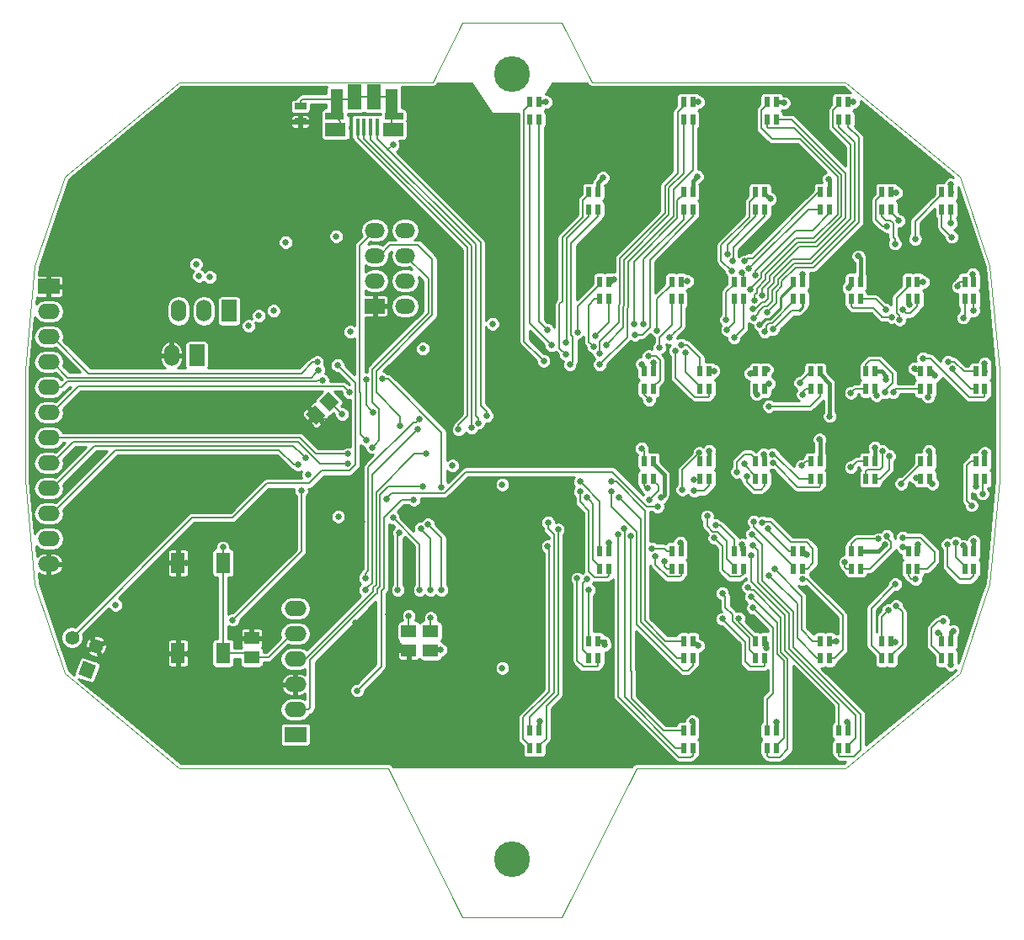
<source format=gtl>
G04 #@! TF.FileFunction,Copper,L1,Top,Signal*
%FSLAX46Y46*%
G04 Gerber Fmt 4.6, Leading zero omitted, Abs format (unit mm)*
G04 Created by KiCad (PCBNEW (after 2015-mar-04 BZR unknown)-product) date Wed May  6 18:15:44 2015*
%MOMM*%
G01*
G04 APERTURE LIST*
%ADD10C,0.100000*%
%ADD11C,1.397000*%
%ADD12R,2.199640X1.524000*%
%ADD13O,2.199640X1.524000*%
%ADD14R,1.143000X0.635000*%
%ADD15R,1.399540X2.100580*%
%ADD16R,1.498600X1.300480*%
%ADD17R,1.524000X2.199640*%
%ADD18O,1.524000X2.199640*%
%ADD19R,0.575000X1.050000*%
%ADD20R,1.998980X1.524000*%
%ADD21O,1.998980X1.524000*%
%ADD22R,0.398780X1.750060*%
%ADD23R,1.424940X2.499360*%
%ADD24R,1.998980X1.399540*%
%ADD25R,1.300480X2.451100*%
%ADD26R,1.826260X0.701040*%
%ADD27C,3.600000*%
%ADD28C,0.635000*%
%ADD29C,0.203200*%
%ADD30C,0.152400*%
%ADD31C,0.381000*%
%ADD32C,0.254000*%
G04 APERTURE END LIST*
D10*
X87500000Y-134500000D02*
X66500000Y-134500000D01*
X112500000Y-134500000D02*
X133500000Y-134500000D01*
X105000000Y-149500000D02*
X112500000Y-134500000D01*
X95000000Y-149500000D02*
X105000000Y-149500000D01*
X87500000Y-134500000D02*
X95000000Y-149500000D01*
X108000000Y-65500000D02*
X133500000Y-65500000D01*
X92000000Y-65500000D02*
X66500000Y-65500000D01*
X105000000Y-59500000D02*
X108000000Y-65500000D01*
X95000000Y-59500000D02*
X105000000Y-59500000D01*
X92000000Y-65500000D02*
X95000000Y-59500000D01*
X51000000Y-105500000D02*
X52000000Y-116000000D01*
X51000000Y-94500000D02*
X51000000Y-105500000D01*
X52000000Y-84000000D02*
X51000000Y-94500000D01*
X148000000Y-116000000D02*
X149000000Y-105500000D01*
X149000000Y-105500000D02*
X149000000Y-94500000D01*
X145000000Y-125000000D02*
X148000000Y-116000000D01*
X133500000Y-134500000D02*
X145000000Y-125000000D01*
X55000000Y-125000000D02*
X66500000Y-134500000D01*
X52000000Y-116000000D02*
X55000000Y-125000000D01*
X55000000Y-75000000D02*
X52000000Y-84000000D01*
X66500000Y-65500000D02*
X55000000Y-75000000D01*
X145000000Y-75000000D02*
X133500000Y-65500000D01*
X148000000Y-84000000D02*
X145000000Y-75000000D01*
X149000000Y-94500000D02*
X148000000Y-84000000D01*
G36*
X56841570Y-123732499D02*
X58154320Y-124210301D01*
X57676518Y-125523051D01*
X56363768Y-125045249D01*
X56841570Y-123732499D01*
X56841570Y-123732499D01*
G37*
D11*
X58127775Y-122240956D03*
X55740956Y-121372225D03*
D12*
X53400000Y-86030000D03*
D13*
X53400000Y-88570000D03*
X53400000Y-91110000D03*
X53400000Y-93650000D03*
X53400000Y-96190000D03*
X53400000Y-98730000D03*
X53400000Y-101270000D03*
X53400000Y-103810000D03*
X53400000Y-106350000D03*
X53400000Y-108890000D03*
X53400000Y-111430000D03*
X53400000Y-113970000D03*
D14*
X78700000Y-69462000D03*
X78700000Y-67938000D03*
D15*
X70900440Y-113850860D03*
X70900440Y-122949140D03*
X66399560Y-113850860D03*
X66399560Y-122949140D03*
D16*
X89600000Y-120747500D03*
X89600000Y-122652500D03*
D10*
G36*
X80156435Y-97983895D02*
X81216105Y-99043565D01*
X80296527Y-99963143D01*
X79236857Y-98903473D01*
X80156435Y-97983895D01*
X80156435Y-97983895D01*
G37*
G36*
X81503473Y-96636857D02*
X82563143Y-97696527D01*
X81643565Y-98616105D01*
X80583895Y-97556435D01*
X81503473Y-96636857D01*
X81503473Y-96636857D01*
G37*
D16*
X73800000Y-123352500D03*
X73800000Y-121447500D03*
D17*
X71540000Y-88500000D03*
D18*
X69000000Y-88500000D03*
X66460000Y-88500000D03*
D19*
X101779690Y-67503417D03*
X102704690Y-67503417D03*
X102704690Y-69253417D03*
X101779690Y-69253417D03*
X117210513Y-67503417D03*
X118135513Y-67503417D03*
X118135513Y-69253417D03*
X117210513Y-69253417D03*
X125617058Y-67503417D03*
X126542058Y-67503417D03*
X126542058Y-69253417D03*
X125617058Y-69253417D03*
X132830913Y-67503417D03*
X133755913Y-67503417D03*
X133755913Y-69253417D03*
X132830913Y-69253417D03*
X107690928Y-76538155D03*
X108615928Y-76538155D03*
X108615928Y-78288155D03*
X107690928Y-78288155D03*
X117237397Y-76538155D03*
X118162397Y-76538155D03*
X118162397Y-78288155D03*
X117237397Y-78288155D03*
X124449231Y-76538155D03*
X125374231Y-76538155D03*
X125374231Y-78288155D03*
X124449231Y-78288155D03*
X130976366Y-76538155D03*
X131901366Y-76538155D03*
X131901366Y-78288155D03*
X130976366Y-78288155D03*
X137176712Y-76538155D03*
X138101712Y-76538155D03*
X138101712Y-78288155D03*
X137176712Y-78288155D03*
X143189742Y-76538155D03*
X144114742Y-76538155D03*
X144114742Y-78288155D03*
X143189742Y-78288155D03*
X108793653Y-85572893D03*
X109718653Y-85572893D03*
X109718653Y-87322893D03*
X108793653Y-87322893D03*
X116029448Y-85572893D03*
X116954448Y-85572893D03*
X116954448Y-87322893D03*
X116029448Y-87322893D03*
X122314513Y-85572893D03*
X123239513Y-85572893D03*
X123239513Y-87322893D03*
X122314513Y-87322893D03*
X128279460Y-85572893D03*
X129204460Y-85572893D03*
X129204460Y-87322893D03*
X128279460Y-87322893D03*
X134090478Y-85572893D03*
X135015478Y-85572893D03*
X135015478Y-87322893D03*
X134090478Y-87322893D03*
X139814246Y-85572893D03*
X140739246Y-85572893D03*
X140739246Y-87322893D03*
X139814246Y-87322893D03*
X145483384Y-85572893D03*
X146408384Y-85572893D03*
X146408384Y-87322893D03*
X145483384Y-87322893D03*
X113264457Y-94607631D03*
X114189457Y-94607631D03*
X114189457Y-96357631D03*
X113264457Y-96357631D03*
X118895633Y-94607631D03*
X119820633Y-94607631D03*
X119820633Y-96357631D03*
X118895633Y-96357631D03*
X124468310Y-94607631D03*
X125393310Y-94607631D03*
X125393310Y-96357631D03*
X124468310Y-96357631D03*
X130014594Y-94607631D03*
X130939594Y-94607631D03*
X130939594Y-96357631D03*
X130014594Y-96357631D03*
X135546683Y-94607631D03*
X136471683Y-94607631D03*
X136471683Y-96357631D03*
X135546683Y-96357631D03*
X141070249Y-94607631D03*
X141995249Y-94607631D03*
X141995249Y-96357631D03*
X141070249Y-96357631D03*
X146588294Y-94607631D03*
X147513294Y-94607631D03*
X147513294Y-96357631D03*
X146588294Y-96357631D03*
X113264457Y-103642369D03*
X114189457Y-103642369D03*
X114189457Y-105392369D03*
X113264457Y-105392369D03*
X118895633Y-103642369D03*
X119820633Y-103642369D03*
X119820633Y-105392369D03*
X118895633Y-105392369D03*
X124468310Y-103642369D03*
X125393310Y-103642369D03*
X125393310Y-105392369D03*
X124468310Y-105392369D03*
X130014594Y-103642369D03*
X130939594Y-103642369D03*
X130939594Y-105392369D03*
X130014594Y-105392369D03*
X135546683Y-103642369D03*
X136471683Y-103642369D03*
X136471683Y-105392369D03*
X135546683Y-105392369D03*
X141070249Y-103642369D03*
X141995249Y-103642369D03*
X141995249Y-105392369D03*
X141070249Y-105392369D03*
X146588294Y-103642369D03*
X147513294Y-103642369D03*
X147513294Y-105392369D03*
X146588294Y-105392369D03*
X108793653Y-112677107D03*
X109718653Y-112677107D03*
X109718653Y-114427107D03*
X108793653Y-114427107D03*
X116029448Y-112677107D03*
X116954448Y-112677107D03*
X116954448Y-114427107D03*
X116029448Y-114427107D03*
X122314513Y-112677107D03*
X123239513Y-112677107D03*
X123239513Y-114427107D03*
X122314513Y-114427107D03*
X128279460Y-112677107D03*
X129204460Y-112677107D03*
X129204460Y-114427107D03*
X128279460Y-114427107D03*
X134090478Y-112677107D03*
X135015478Y-112677107D03*
X135015478Y-114427107D03*
X134090478Y-114427107D03*
X139814246Y-112677107D03*
X140739246Y-112677107D03*
X140739246Y-114427107D03*
X139814246Y-114427107D03*
X145483384Y-112677107D03*
X146408384Y-112677107D03*
X146408384Y-114427107D03*
X145483384Y-114427107D03*
X107690928Y-121711845D03*
X108615928Y-121711845D03*
X108615928Y-123461845D03*
X107690928Y-123461845D03*
X117237397Y-121711845D03*
X118162397Y-121711845D03*
X118162397Y-123461845D03*
X117237397Y-123461845D03*
X124449231Y-121711845D03*
X125374231Y-121711845D03*
X125374231Y-123461845D03*
X124449231Y-123461845D03*
X130976366Y-121711845D03*
X131901366Y-121711845D03*
X131901366Y-123461845D03*
X130976366Y-123461845D03*
X137176712Y-121711845D03*
X138101712Y-121711845D03*
X138101712Y-123461845D03*
X137176712Y-123461845D03*
X143189742Y-121711845D03*
X144114742Y-121711845D03*
X144114742Y-123461845D03*
X143189742Y-123461845D03*
X101779690Y-130746583D03*
X102704690Y-130746583D03*
X102704690Y-132496583D03*
X101779690Y-132496583D03*
X117210513Y-130746583D03*
X118135513Y-130746583D03*
X118135513Y-132496583D03*
X117210513Y-132496583D03*
X125617058Y-130746583D03*
X126542058Y-130746583D03*
X126542058Y-132496583D03*
X125617058Y-132496583D03*
X132830913Y-130746583D03*
X133755913Y-130746583D03*
X133755913Y-132496583D03*
X132830913Y-132496583D03*
D20*
X86181080Y-88010000D03*
D21*
X89218920Y-88010000D03*
X86181080Y-85470000D03*
X89218920Y-85470000D03*
X86181080Y-82930000D03*
X89218920Y-82930000D03*
X86181080Y-80390000D03*
X89218920Y-80390000D03*
D12*
X78200000Y-131150000D03*
D13*
X78200000Y-128610000D03*
X78200000Y-126070000D03*
X78200000Y-123530000D03*
X78200000Y-120990000D03*
X78200000Y-118450000D03*
D17*
X68270000Y-93000000D03*
D18*
X65730000Y-93000000D03*
D22*
X86400480Y-70024480D03*
X85750240Y-70024480D03*
X85100000Y-70024480D03*
X84449760Y-70024480D03*
X83799520Y-70024480D03*
D23*
X86062660Y-66951080D03*
X84137340Y-66951080D03*
D24*
X88000680Y-70230220D03*
X82199320Y-70230220D03*
D25*
X87825420Y-67349860D03*
D26*
X88087040Y-68899260D03*
X82112960Y-68899260D03*
D25*
X82374580Y-67349860D03*
D16*
X91800000Y-120747500D03*
X91800000Y-122652500D03*
D27*
X100000000Y-64650000D03*
X100000000Y-143650000D03*
D28*
X70900000Y-112300000D03*
X58400000Y-116200000D03*
X78900000Y-85500000D03*
X80100000Y-84700000D03*
X78100000Y-86800000D03*
X72300000Y-103300000D03*
X72100000Y-100600000D03*
X125650000Y-80300000D03*
X119200000Y-87100000D03*
X93900000Y-91500000D03*
X97900000Y-92850000D03*
X132600000Y-110400000D03*
X131500000Y-110400000D03*
X130400000Y-110400000D03*
X84264508Y-119915586D03*
X75100000Y-121400000D03*
X84871270Y-109700000D03*
X83400000Y-71900000D03*
X78700000Y-70400000D03*
X84200000Y-71900000D03*
X77600000Y-79500000D03*
X68000000Y-80800000D03*
X66400000Y-80800000D03*
X63900000Y-76500000D03*
X63900000Y-78100000D03*
X71900000Y-80400000D03*
X87500000Y-119000000D03*
X88600000Y-122200000D03*
X98100000Y-103600000D03*
X80300000Y-107900000D03*
X82110907Y-99399170D03*
X81000000Y-91900000D03*
X86700000Y-92300000D03*
X67250000Y-113900000D03*
X67350000Y-123000000D03*
X101900000Y-108200000D03*
X132600000Y-92400000D03*
X130400000Y-92300000D03*
X131500000Y-92300000D03*
X131500000Y-91400000D03*
X130400000Y-91400000D03*
X130400000Y-90500000D03*
X130400000Y-89500000D03*
X131500000Y-89500000D03*
X132600000Y-88600000D03*
X132600000Y-89500000D03*
X132600000Y-90500000D03*
X132600000Y-91400000D03*
X110800000Y-101100000D03*
X110800000Y-100000000D03*
X110800000Y-98900000D03*
X109900000Y-98900000D03*
X109900000Y-100000000D03*
X109900000Y-101100000D03*
X109000000Y-101100000D03*
X109000000Y-100000000D03*
X108100000Y-100000000D03*
X108100000Y-101100000D03*
X107200000Y-101100000D03*
X107200000Y-100000000D03*
X109000000Y-98900000D03*
X108100000Y-98900000D03*
X107200000Y-98900000D03*
X130400000Y-111300000D03*
X131500000Y-111300000D03*
X132600000Y-111300000D03*
X130400000Y-109500000D03*
X131500000Y-109500000D03*
X131500000Y-108600000D03*
X130400000Y-108600000D03*
X130400000Y-107700000D03*
X131500000Y-107700000D03*
X132600000Y-109500000D03*
X132600000Y-108600000D03*
X132600000Y-107700000D03*
X131500000Y-90500000D03*
X131500000Y-88600000D03*
X130399113Y-88622320D03*
X59500000Y-92000000D03*
X69850000Y-116100000D03*
X131750004Y-119050000D03*
X117621403Y-85521402D03*
X137458759Y-112023136D03*
X140750000Y-112000000D03*
X136454698Y-102268011D03*
X123102863Y-112009663D03*
X125583798Y-122416135D03*
X129600000Y-113000000D03*
X125248655Y-102949308D03*
X142500000Y-95000000D03*
X137600000Y-95451136D03*
X123091945Y-84693465D03*
X110200000Y-85300000D03*
X118700000Y-122200000D03*
X109315050Y-122122320D03*
X102791417Y-129799645D03*
X76000000Y-88500000D03*
X74500000Y-89000000D03*
X73500000Y-90000000D03*
X138531600Y-121818400D03*
X114950000Y-107300000D03*
X118700000Y-67500000D03*
X134300000Y-67500000D03*
X138600000Y-76600000D03*
X141300000Y-85600000D03*
X127300000Y-67600000D03*
X131796774Y-75277680D03*
X118600000Y-75000000D03*
X109100000Y-75100000D03*
X114224176Y-93729149D03*
X119800000Y-102600000D03*
X116900000Y-111800000D03*
X109700000Y-111800000D03*
X146400000Y-111700000D03*
X147500000Y-102800000D03*
X141900000Y-102600000D03*
X103400000Y-67500000D03*
X118100000Y-129800000D03*
X126600000Y-129900000D03*
X133700000Y-129900000D03*
X147500000Y-93800000D03*
X146300000Y-84800000D03*
X144100000Y-75800000D03*
X144300000Y-120700000D03*
X129200000Y-84800000D03*
X131900000Y-99100000D03*
X125600000Y-94400000D03*
X134800000Y-83000000D03*
X120259954Y-94540046D03*
X130900000Y-101449998D03*
X132538780Y-121750000D03*
X125934954Y-77234954D03*
X88000000Y-71800000D03*
X97422835Y-99072260D03*
X103150000Y-93550000D03*
X103502659Y-90402657D03*
X103950000Y-91950000D03*
X108800000Y-92800000D03*
X108800000Y-93900000D03*
X109422320Y-91902308D03*
X123966239Y-86377575D03*
X125128790Y-86985513D03*
X124364530Y-87478094D03*
X124200000Y-88300000D03*
X125591238Y-88656873D03*
X124300000Y-89200000D03*
X105377680Y-92893563D03*
X105778730Y-93913439D03*
X105377680Y-91700000D03*
X112250000Y-89850000D03*
X112350000Y-90900000D03*
X113200000Y-89850000D03*
X122100000Y-84527173D03*
X122175964Y-83495653D03*
X121622320Y-82800000D03*
X123381422Y-83511220D03*
X124444621Y-84899981D03*
X123799399Y-84243901D03*
X137678729Y-80000000D03*
X138870861Y-79451145D03*
X138491547Y-81743806D03*
X140500000Y-81300000D03*
X144099998Y-79700000D03*
X144173308Y-81070165D03*
X106550000Y-90650000D03*
X108322320Y-91050000D03*
X108150000Y-92100000D03*
X114550000Y-90500000D03*
X115800000Y-91200000D03*
X114800000Y-92200000D03*
X121500004Y-89400000D03*
X122285993Y-91213987D03*
X121599996Y-90400000D03*
X124900000Y-89900000D03*
X126199135Y-90372320D03*
X125393017Y-90602045D03*
X133800000Y-86200000D03*
X137600000Y-88400000D03*
X138154647Y-89127680D03*
X138955515Y-89375884D03*
X139271465Y-88419447D03*
X139934132Y-87904608D03*
X144800000Y-86050000D03*
X146350002Y-88500000D03*
X145350000Y-89200000D03*
X113030355Y-93850000D03*
X113717600Y-93057749D03*
X113753952Y-97463373D03*
X116984953Y-91915047D03*
X116392248Y-92507752D03*
X117403967Y-92731739D03*
X123900000Y-94800000D03*
X125800000Y-95800014D03*
X124585602Y-96905525D03*
X128958580Y-95749997D03*
X125800000Y-98100000D03*
X129200000Y-96900000D03*
X137461798Y-96696003D03*
X136622547Y-97005266D03*
X134041401Y-96750002D03*
X140428310Y-94306620D03*
X141802186Y-97153958D03*
X138300000Y-96700008D03*
X143800000Y-93600000D03*
X141283164Y-93278729D03*
X144259954Y-94340046D03*
X112995643Y-102356499D03*
X113774234Y-107493430D03*
X113628703Y-106360622D03*
X117100000Y-106500000D03*
X118800000Y-102800000D03*
X118300000Y-106626201D03*
X118300000Y-105500000D03*
X122600000Y-104700000D03*
X123555988Y-105127680D03*
X123300000Y-103900000D03*
X129103700Y-104082221D03*
X126204628Y-103759527D03*
X126163602Y-102922320D03*
X134041412Y-104250009D03*
X137902183Y-103101519D03*
X137214122Y-102622800D03*
X139098953Y-105885052D03*
X142245789Y-105885052D03*
X140600000Y-105300000D03*
X146177421Y-108077421D03*
X147300000Y-106900000D03*
X146600000Y-106200000D03*
X106822320Y-105700000D03*
X106822320Y-106700000D03*
X107500000Y-107300000D03*
X114010616Y-112396920D03*
X114400000Y-113200000D03*
X115300000Y-113700000D03*
X120464860Y-110091656D03*
X120322723Y-111361090D03*
X119594072Y-109161345D03*
X125688653Y-110404668D03*
X125121983Y-109787024D03*
X124287145Y-109711898D03*
X136834577Y-111452876D03*
X137656330Y-111127680D03*
X133453686Y-113814372D03*
X139300000Y-112300000D03*
X139250000Y-111300000D03*
X140567980Y-115484921D03*
X145345581Y-112134069D03*
X143750000Y-112027680D03*
X144564529Y-111829837D03*
X107720947Y-116600000D03*
X106531087Y-115433725D03*
X107500000Y-115500000D03*
X110000000Y-105700000D03*
X110000000Y-106700000D03*
X110740046Y-107259954D03*
X122750000Y-119450000D03*
X121100003Y-119499997D03*
X121100002Y-116900000D03*
X126382838Y-114507461D03*
X129150343Y-115487758D03*
X125823773Y-115131997D03*
X137800000Y-118629998D03*
X138600000Y-118200000D03*
X138510540Y-116005680D03*
X142825871Y-120903080D03*
X144100000Y-124100000D03*
X143300782Y-119697349D03*
X103600000Y-109800000D03*
X104600000Y-110500000D03*
X103571270Y-112185745D03*
X111911142Y-111199188D03*
X110666521Y-110965422D03*
X111262485Y-110375994D03*
X124200000Y-118400000D03*
X124000000Y-117300000D03*
X123700000Y-116300000D03*
X124047731Y-113100000D03*
X124200000Y-112100000D03*
X124100000Y-110999994D03*
X88750000Y-100100000D03*
X85937326Y-102237326D03*
X85300000Y-101500000D03*
X90985528Y-106190372D03*
X91300000Y-102900000D03*
X91527772Y-109984131D03*
X92900000Y-116600000D03*
X91800000Y-119400000D03*
X91800000Y-116600000D03*
X90800000Y-110400000D03*
X90700000Y-116600000D03*
X88000000Y-109300000D03*
X88629060Y-110809154D03*
X88500000Y-116600000D03*
X85200000Y-115400000D03*
X90650000Y-99400000D03*
X90450000Y-100450000D03*
X85200000Y-116600000D03*
X90100000Y-107500000D03*
X84400000Y-126700000D03*
X96570000Y-99780000D03*
X95899327Y-100282789D03*
X80385560Y-93655197D03*
X80502711Y-94485171D03*
X83500000Y-102900000D03*
X83450000Y-103850000D03*
X80900000Y-95477680D03*
X83600000Y-96700000D03*
X78800000Y-106600000D03*
X71900000Y-119600000D03*
X86000000Y-98700000D03*
X85294621Y-95409332D03*
X92900000Y-106222320D03*
X86945652Y-95339789D03*
X87335138Y-107400000D03*
X114600000Y-108200000D03*
X82435116Y-93959266D03*
X94592762Y-100452395D03*
X79200000Y-103300000D03*
X78500000Y-104000000D03*
X60100000Y-118100000D03*
X68502909Y-84997091D03*
X98022569Y-89822588D03*
X69600000Y-85100000D03*
X68200000Y-83800000D03*
X92800000Y-122600000D03*
X89600000Y-119200000D03*
X99000000Y-105982831D03*
X82500000Y-109200000D03*
X79500000Y-105000000D03*
X82900000Y-98900000D03*
X83700000Y-90600000D03*
X77200000Y-81600000D03*
X82300000Y-81000000D03*
X91000000Y-92300000D03*
X94000000Y-104077690D03*
X99000000Y-124441548D03*
D29*
X78200000Y-120990000D02*
X77862180Y-120990000D01*
X77862180Y-120990000D02*
X75499680Y-123352500D01*
X75499680Y-123352500D02*
X74752500Y-123352500D01*
X74752500Y-123352500D02*
X73800000Y-123352500D01*
X73900000Y-123400000D02*
X73800000Y-123352500D01*
X70900440Y-122949140D02*
X73396640Y-122949140D01*
X73396640Y-122949140D02*
X73800000Y-123352500D01*
X70900000Y-112300000D02*
X70900000Y-113850420D01*
X70900000Y-113850420D02*
X70900440Y-113850860D01*
X70900440Y-122949140D02*
X70900440Y-121695650D01*
X70900440Y-121695650D02*
X70900440Y-113850860D01*
X73800000Y-121447500D02*
X75052500Y-121447500D01*
X75052500Y-121447500D02*
X75100000Y-121400000D01*
X83799520Y-71500480D02*
X83400000Y-71900000D01*
X83799520Y-71499520D02*
X83799520Y-71500480D01*
X78700000Y-70400000D02*
X78700000Y-69462000D01*
X83799520Y-70024480D02*
X83799520Y-71499520D01*
X83799520Y-71499520D02*
X84200000Y-71900000D01*
X89600000Y-122652500D02*
X89052500Y-122652500D01*
X89052500Y-122652500D02*
X88600000Y-122200000D01*
X80226481Y-98973519D02*
X80652132Y-99399170D01*
X80652132Y-99399170D02*
X81500830Y-99399170D01*
X81500830Y-99399170D02*
X82110907Y-99399170D01*
X66399560Y-113850860D02*
X67200860Y-113850860D01*
X67200860Y-113850860D02*
X67250000Y-113900000D01*
X66399560Y-122949140D02*
X67299140Y-122949140D01*
X67299140Y-122949140D02*
X67350000Y-123000000D01*
D30*
X117569912Y-85572893D02*
X117621403Y-85521402D01*
X116954448Y-85572893D02*
X117569912Y-85572893D01*
D31*
X136804788Y-112677107D02*
X137141260Y-112340635D01*
X135015478Y-112677107D02*
X136804788Y-112677107D01*
X137141260Y-112340635D02*
X137458759Y-112023136D01*
X140750000Y-112449012D02*
X140750000Y-112000000D01*
X140739246Y-112677107D02*
X140750000Y-112666353D01*
X140750000Y-112666353D02*
X140750000Y-112449012D01*
X136471683Y-102284996D02*
X136454698Y-102268011D01*
X136471683Y-103642369D02*
X136471683Y-102284996D01*
X123239513Y-112677107D02*
X123102863Y-112540457D01*
X123102863Y-112540457D02*
X123102863Y-112458675D01*
X123102863Y-112458675D02*
X123102863Y-112009663D01*
X125583798Y-121921412D02*
X125583798Y-121967123D01*
X125583798Y-121967123D02*
X125583798Y-122416135D01*
X125374231Y-121711845D02*
X125583798Y-121921412D01*
X129277107Y-112677107D02*
X129282501Y-112682501D01*
X129282501Y-112682501D02*
X129600000Y-113000000D01*
X129204460Y-112677107D02*
X129277107Y-112677107D01*
X125248655Y-103497714D02*
X125248655Y-103398320D01*
X125248655Y-103398320D02*
X125248655Y-102949308D01*
X125393310Y-103642369D02*
X125248655Y-103497714D01*
X142182501Y-94682501D02*
X142500000Y-95000000D01*
X142107631Y-94607631D02*
X142182501Y-94682501D01*
X141995249Y-94607631D02*
X142107631Y-94607631D01*
X137600000Y-95067448D02*
X137600000Y-95451136D01*
X136471683Y-94607631D02*
X137140183Y-94607631D01*
X137140183Y-94607631D02*
X137600000Y-95067448D01*
D30*
X123239513Y-85572893D02*
X123239513Y-84841033D01*
X123239513Y-84841033D02*
X123091945Y-84693465D01*
D31*
X109882501Y-85617499D02*
X110200000Y-85300000D01*
X109718653Y-85572893D02*
X109763259Y-85617499D01*
X109763259Y-85617499D02*
X109882501Y-85617499D01*
X118382501Y-121882501D02*
X118700000Y-122200000D01*
X118211845Y-121711845D02*
X118382501Y-121882501D01*
X118162397Y-121711845D02*
X118211845Y-121711845D01*
X109315050Y-121742467D02*
X109315050Y-122122320D01*
X109284428Y-121711845D02*
X109315050Y-121742467D01*
X108615928Y-121711845D02*
X109284428Y-121711845D01*
X102704690Y-130746583D02*
X102704690Y-129840583D01*
X102704690Y-129840583D02*
X102745628Y-129799645D01*
X102745628Y-129799645D02*
X102791417Y-129799645D01*
X138208267Y-121818400D02*
X138531600Y-121818400D01*
X138101712Y-121711845D02*
X138208267Y-121818400D01*
X115267499Y-104957911D02*
X115267499Y-106982501D01*
X114189457Y-103879869D02*
X115267499Y-104957911D01*
X115267499Y-106982501D02*
X114950000Y-107300000D01*
X114189457Y-103642369D02*
X114189457Y-103879869D01*
X118700000Y-67500000D02*
X118138930Y-67500000D01*
X118138930Y-67500000D02*
X118135513Y-67503417D01*
D30*
X134300000Y-67500000D02*
X133759330Y-67500000D01*
D31*
X133759330Y-67500000D02*
X133755913Y-67503417D01*
X138600000Y-76600000D02*
X138163557Y-76600000D01*
X138163557Y-76600000D02*
X138101712Y-76538155D01*
X144152897Y-76500000D02*
X144114742Y-76538155D01*
X141300000Y-85600000D02*
X140766353Y-85600000D01*
X140766353Y-85600000D02*
X140739246Y-85572893D01*
X147520925Y-94600000D02*
X147513294Y-94607631D01*
X126542058Y-67503417D02*
X127210558Y-67503417D01*
X127210558Y-67503417D02*
X127300000Y-67592859D01*
X127300000Y-67592859D02*
X127300000Y-67600000D01*
X131901366Y-75382272D02*
X131796774Y-75277680D01*
X131901366Y-76538155D02*
X131901366Y-75382272D01*
X118162397Y-76538155D02*
X118162397Y-75437603D01*
X118162397Y-75437603D02*
X118600000Y-75000000D01*
X114224176Y-94572912D02*
X114224176Y-94178161D01*
X114224176Y-94178161D02*
X114224176Y-93729149D01*
X114189457Y-94607631D02*
X114224176Y-94572912D01*
X119800000Y-103621736D02*
X119820633Y-103642369D01*
X119800000Y-102600000D02*
X119800000Y-103621736D01*
X116954448Y-111854448D02*
X116900000Y-111800000D01*
X116954448Y-112677107D02*
X116954448Y-111854448D01*
X109718653Y-111818653D02*
X109700000Y-111800000D01*
X109718653Y-112677107D02*
X109718653Y-111818653D01*
X146408384Y-111708384D02*
X146400000Y-111700000D01*
X146408384Y-112677107D02*
X146408384Y-111708384D01*
X147513294Y-102813294D02*
X147500000Y-102800000D01*
X147513294Y-103642369D02*
X147513294Y-102813294D01*
X141995249Y-102695249D02*
X141900000Y-102600000D01*
X141995249Y-103642369D02*
X141995249Y-102695249D01*
X108615928Y-75584072D02*
X109100000Y-75100000D01*
X108615928Y-76538155D02*
X108615928Y-75584072D01*
X102704690Y-67503417D02*
X103396583Y-67503417D01*
X103396583Y-67503417D02*
X103400000Y-67500000D01*
X118135513Y-129835513D02*
X118100000Y-129800000D01*
X118135513Y-130746583D02*
X118135513Y-129835513D01*
X126542058Y-129957942D02*
X126600000Y-129900000D01*
X126542058Y-130746583D02*
X126542058Y-129957942D01*
X133755913Y-129955913D02*
X133700000Y-129900000D01*
X133755913Y-130746583D02*
X133755913Y-129955913D01*
D30*
X147520925Y-94600000D02*
X147500000Y-94579075D01*
X147500000Y-94579075D02*
X147500000Y-94249012D01*
X147500000Y-94249012D02*
X147500000Y-93800000D01*
D31*
X146408384Y-85572893D02*
X146300000Y-85464509D01*
X146300000Y-85464509D02*
X146300000Y-85249012D01*
X146300000Y-85249012D02*
X146300000Y-84800000D01*
D30*
X144152897Y-76500000D02*
X144100000Y-76447103D01*
X144100000Y-76447103D02*
X144100000Y-76249012D01*
X144100000Y-76249012D02*
X144100000Y-75800000D01*
D31*
X144114742Y-120805845D02*
X144220587Y-120700000D01*
X144114742Y-121711845D02*
X144114742Y-120805845D01*
X144220587Y-120700000D02*
X144300000Y-120700000D01*
D29*
X129204460Y-84804460D02*
X129200000Y-84800000D01*
X129204460Y-85572893D02*
X129204460Y-84804460D01*
D31*
X131900000Y-98650988D02*
X131900000Y-99100000D01*
X131900000Y-95805537D02*
X131900000Y-98650988D01*
X130939594Y-94607631D02*
X130939594Y-94845131D01*
X130939594Y-94845131D02*
X131900000Y-95805537D01*
X125393310Y-94607631D02*
X125600000Y-94400941D01*
X125600000Y-94400941D02*
X125600000Y-94400000D01*
X135015478Y-85572893D02*
X135015478Y-83215478D01*
X135015478Y-83215478D02*
X134800000Y-83000000D01*
X119888218Y-94540046D02*
X120259954Y-94540046D01*
X119820633Y-94607631D02*
X119888218Y-94540046D01*
X130939594Y-103642369D02*
X130939594Y-101489592D01*
X130939594Y-101489592D02*
X130900000Y-101449998D01*
X131901366Y-121711845D02*
X131939521Y-121750000D01*
X131939521Y-121750000D02*
X132089768Y-121750000D01*
X132089768Y-121750000D02*
X132538780Y-121750000D01*
X125617455Y-76917455D02*
X125934954Y-77234954D01*
X125374231Y-76674231D02*
X125617455Y-76917455D01*
X125374231Y-76538155D02*
X125374231Y-76674231D01*
D29*
X87500000Y-72334311D02*
X96800000Y-81634311D01*
X96800000Y-81634311D02*
X96800000Y-98000413D01*
X96800000Y-98000413D02*
X97422835Y-98623248D01*
X97422835Y-98623248D02*
X97422835Y-99072260D01*
X87500000Y-72300000D02*
X87500000Y-72334311D01*
X87500000Y-72300001D02*
X87500000Y-72300000D01*
X87482845Y-72317156D02*
X87500000Y-72300001D01*
X87482845Y-72317155D02*
X87482845Y-72317156D01*
X88000000Y-71800000D02*
X87482845Y-72317155D01*
X86400480Y-71234791D02*
X87500000Y-72334311D01*
X86400480Y-71200000D02*
X86400480Y-70024480D01*
D30*
X86400480Y-71234791D02*
X86400480Y-71200000D01*
X86400480Y-71200000D02*
X86400480Y-71209391D01*
D29*
X82374580Y-67200000D02*
X78917300Y-67200000D01*
X78917300Y-67200000D02*
X78700000Y-67417300D01*
X78700000Y-67417300D02*
X78700000Y-67938000D01*
X87825420Y-67200000D02*
X87825420Y-69930500D01*
X87825420Y-69930500D02*
X87525700Y-70230220D01*
X87825420Y-67200000D02*
X87825420Y-68637640D01*
X87825420Y-68637640D02*
X88087040Y-68899260D01*
X86062660Y-66951080D02*
X87576500Y-66951080D01*
X87576500Y-66951080D02*
X87825420Y-67200000D01*
X84137340Y-66951080D02*
X86062660Y-66951080D01*
X82374580Y-67200000D02*
X83888420Y-67200000D01*
X83888420Y-67200000D02*
X84137340Y-66951080D01*
X82112960Y-68899260D02*
X82112960Y-67461620D01*
X82112960Y-67461620D02*
X82374580Y-67200000D01*
X82674300Y-70230220D02*
X82674300Y-69460600D01*
X82674300Y-69460600D02*
X82112960Y-68899260D01*
X101187389Y-91587389D02*
X102832501Y-93232501D01*
X101779690Y-67740917D02*
X101187389Y-68333218D01*
X101779690Y-67503417D02*
X101779690Y-67740917D01*
X102832501Y-93232501D02*
X103150000Y-93550000D01*
X101187389Y-68333218D02*
X101187389Y-91587389D01*
X102704690Y-89604688D02*
X103185160Y-90085158D01*
X102704690Y-69253417D02*
X102704690Y-89604688D01*
X103185160Y-90085158D02*
X103502659Y-90402657D01*
X101779690Y-69253417D02*
X101779690Y-89779690D01*
X103632501Y-91632501D02*
X103950000Y-91950000D01*
X101779690Y-89779690D02*
X103632501Y-91632501D01*
X108800000Y-92800000D02*
X108800000Y-91600000D01*
X108800000Y-91600000D02*
X110728930Y-89671070D01*
X110728930Y-89671070D02*
X110728930Y-87926156D01*
X110728930Y-87926156D02*
X110822301Y-87832783D01*
X110822301Y-83202949D02*
X115343590Y-78681660D01*
X110822301Y-87832783D02*
X110822301Y-83202949D01*
X115343590Y-78681660D02*
X115343590Y-75906410D01*
X115343590Y-75906410D02*
X116618212Y-74631788D01*
X116618212Y-74631788D02*
X116618212Y-68531788D01*
X116618212Y-68531788D02*
X117210513Y-67939487D01*
X117210513Y-67939487D02*
X117210513Y-67503417D01*
X108800000Y-93900000D02*
X111541749Y-91158251D01*
X111541749Y-91158251D02*
X111541749Y-88262835D01*
X111648969Y-83601031D02*
X111843590Y-83406410D01*
X111541749Y-88262835D02*
X111648969Y-88155615D01*
X116199999Y-79000001D02*
X116199999Y-76282020D01*
X111648969Y-88155615D02*
X111648969Y-83601031D01*
X111843590Y-83406410D02*
X111843591Y-83356409D01*
X118135513Y-74346506D02*
X118135513Y-69253417D01*
X111843591Y-83356409D02*
X116199999Y-79000001D01*
X116199999Y-76282020D02*
X118135513Y-74346506D01*
X109422320Y-91902308D02*
X111135339Y-90189289D01*
X111135339Y-90189289D02*
X111135339Y-88094495D01*
X111135339Y-88094495D02*
X111242559Y-87987275D01*
X111242559Y-87987275D02*
X111242559Y-83357441D01*
X111242559Y-83357441D02*
X115750000Y-78850000D01*
X115750000Y-78850000D02*
X115750000Y-76100000D01*
X115750000Y-76100000D02*
X117210513Y-74639487D01*
X117210513Y-74639487D02*
X117210513Y-69253417D01*
X123966239Y-86299369D02*
X123966239Y-86377575D01*
X125066922Y-84631998D02*
X125066922Y-85198686D01*
X128498920Y-81200000D02*
X125066922Y-84631998D01*
X132700000Y-78800000D02*
X130300000Y-81200000D01*
X128900000Y-71200000D02*
X132700000Y-75000000D01*
X125024757Y-68333218D02*
X125024757Y-70124757D01*
X125024757Y-70124757D02*
X126100000Y-71200000D01*
X125617058Y-67503417D02*
X125617058Y-67740917D01*
X125066922Y-85198686D02*
X123966239Y-86299369D01*
X126100000Y-71200000D02*
X128900000Y-71200000D01*
X132700000Y-75000000D02*
X132700000Y-78800000D01*
X125617058Y-67740917D02*
X125024757Y-68333218D01*
X130300000Y-81200000D02*
X128498920Y-81200000D01*
X133512818Y-79136682D02*
X130636680Y-82012820D01*
X125879740Y-85535368D02*
X125128790Y-86286318D01*
X125879741Y-84995009D02*
X125879740Y-85535368D01*
X126542058Y-69253417D02*
X128102917Y-69253417D01*
X125128790Y-86536501D02*
X125128790Y-86985513D01*
X128861930Y-82012820D02*
X125879741Y-84995009D01*
X128102917Y-69253417D02*
X133512820Y-74663320D01*
X133512820Y-74663320D02*
X133512818Y-79136682D01*
X130636680Y-82012820D02*
X128861930Y-82012820D01*
X125128790Y-86286318D02*
X125128790Y-86536501D01*
X125473332Y-84826668D02*
X125473331Y-85367027D01*
X124588540Y-86251818D02*
X124588540Y-86676280D01*
X128364033Y-70089283D02*
X133106410Y-74831660D01*
X124588540Y-86676280D02*
X124364530Y-86900290D01*
X133106410Y-74831660D02*
X133106409Y-78968341D01*
X125617058Y-69253417D02*
X125617058Y-69981617D01*
X125617058Y-69981617D02*
X125724724Y-70089283D01*
X130468340Y-81606410D02*
X128693589Y-81606411D01*
X133106409Y-78968341D02*
X130468340Y-81606410D01*
X125473331Y-85367027D02*
X124588540Y-86251818D01*
X124364530Y-86900290D02*
X124364530Y-87029082D01*
X125724724Y-70089283D02*
X128364033Y-70089283D01*
X128693589Y-81606411D02*
X125473332Y-84826668D01*
X124364530Y-87029082D02*
X124364530Y-87478094D01*
X132830913Y-67740917D02*
X132238612Y-68333218D01*
X125411829Y-87628143D02*
X125128038Y-87628144D01*
X132238612Y-68333218D02*
X132238612Y-70022258D01*
X134019226Y-71802872D02*
X134019226Y-79255684D01*
X124456182Y-88300000D02*
X124200000Y-88300000D01*
X132830913Y-67503417D02*
X132830913Y-67740917D01*
X129974910Y-83300000D02*
X128149500Y-83300000D01*
X128149500Y-83300000D02*
X126286150Y-85163350D01*
X134019226Y-79255684D02*
X129974910Y-83300000D01*
X126286150Y-85163350D02*
X126286149Y-85703709D01*
X125751091Y-86238767D02*
X125751091Y-87288881D01*
X126286149Y-85703709D02*
X125751091Y-86238767D01*
X125751091Y-87288881D02*
X125411829Y-87628143D01*
X132238612Y-70022258D02*
X134019226Y-71802872D01*
X125128038Y-87628144D02*
X124456182Y-88300000D01*
X133755913Y-69981617D02*
X134832049Y-71057753D01*
X126563910Y-86575448D02*
X126563910Y-87707190D01*
X133755913Y-69253417D02*
X133755913Y-69981617D01*
X127098967Y-86040391D02*
X126563910Y-86575448D01*
X127098968Y-85500032D02*
X127098967Y-86040391D01*
X134832049Y-71057753D02*
X134832049Y-79592361D01*
X128486180Y-84112820D02*
X127098968Y-85500032D01*
X130311590Y-84112820D02*
X128486180Y-84112820D01*
X134832049Y-79592361D02*
X130311590Y-84112820D01*
X125614227Y-88656873D02*
X125591238Y-88656873D01*
X126563910Y-87707190D02*
X125614227Y-88656873D01*
X134425636Y-71576340D02*
X134425635Y-79424025D01*
X124822301Y-88524701D02*
X124822301Y-88677699D01*
X126692559Y-85331691D02*
X126692558Y-85872050D01*
X126157500Y-87538256D02*
X125661203Y-88034553D01*
X124617499Y-88882501D02*
X124300000Y-89200000D01*
X125661203Y-88034553D02*
X125312449Y-88034553D01*
X125312449Y-88034553D02*
X124822301Y-88524701D01*
X134425635Y-79424025D02*
X130143250Y-83706410D01*
X130143250Y-83706410D02*
X128317839Y-83706411D01*
X126692558Y-85872050D02*
X126157501Y-86407107D01*
X126157501Y-86407107D02*
X126157500Y-87538256D01*
X124822301Y-88677699D02*
X124617499Y-88882501D01*
X132830913Y-69253417D02*
X132830913Y-69981617D01*
X128317839Y-83706411D02*
X126692559Y-85331691D01*
X132830913Y-69981617D02*
X134425636Y-71576340D01*
X105377680Y-92893563D02*
X104755379Y-92271262D01*
X104755379Y-92271262D02*
X104755379Y-87815627D01*
X104755379Y-87815627D02*
X105022301Y-87548705D01*
X105022301Y-87548705D02*
X105022301Y-81110232D01*
X107690928Y-76775655D02*
X107690928Y-76538155D01*
X105022301Y-81110232D02*
X107098627Y-79033906D01*
X107098627Y-79033906D02*
X107098627Y-77367956D01*
X107098627Y-77367956D02*
X107690928Y-76775655D01*
X105927699Y-81704584D02*
X105927699Y-90948705D01*
X108615928Y-78288155D02*
X108615928Y-79016355D01*
X106096229Y-91117235D02*
X106096229Y-93595940D01*
X105927699Y-90948705D02*
X106096229Y-91117235D01*
X108615928Y-79016355D02*
X105927699Y-81704584D01*
X106096229Y-93595940D02*
X105778730Y-93913439D01*
X107690928Y-78288155D02*
X107690928Y-79016355D01*
X107690928Y-79016355D02*
X105477680Y-81229603D01*
X105477680Y-81229603D02*
X105477680Y-91600000D01*
X105477680Y-91600000D02*
X105377680Y-91700000D01*
X117237397Y-76775655D02*
X117237397Y-76538155D01*
X116606409Y-77406643D02*
X117237397Y-76775655D01*
X116606409Y-79168341D02*
X116606409Y-77406643D01*
X112250000Y-89850000D02*
X112250000Y-83524750D01*
X112250000Y-83524750D02*
X116606409Y-79168341D01*
X112799012Y-90900000D02*
X112350000Y-90900000D01*
X113822301Y-83356451D02*
X113822301Y-90148705D01*
X118162397Y-79016355D02*
X113822301Y-83356451D01*
X113822301Y-90148705D02*
X113071006Y-90900000D01*
X113071006Y-90900000D02*
X112799012Y-90900000D01*
X118162397Y-78288155D02*
X118162397Y-79016355D01*
X113200000Y-83349500D02*
X113200000Y-89400988D01*
X117237397Y-79312103D02*
X113200000Y-83349500D01*
X113200000Y-89400988D02*
X113200000Y-89850000D01*
X117237397Y-78288155D02*
X117237397Y-79312103D01*
X124449231Y-76950769D02*
X124449231Y-76538155D01*
X123856930Y-77543070D02*
X124449231Y-76950769D01*
X123856930Y-79033906D02*
X123856930Y-77543070D01*
X121000000Y-81890836D02*
X123856930Y-79033906D01*
X121000000Y-83450000D02*
X121000000Y-81890836D01*
X122077173Y-84527173D02*
X121000000Y-83450000D01*
X122100000Y-84527173D02*
X122077173Y-84527173D01*
X125374231Y-79016355D02*
X122244621Y-82145965D01*
X122244621Y-82145965D02*
X122244621Y-83426996D01*
X125374231Y-78288155D02*
X125374231Y-79016355D01*
X122244621Y-83426996D02*
X122175964Y-83495653D01*
X124449231Y-79016355D02*
X121622320Y-81843266D01*
X121622320Y-82350988D02*
X121622320Y-82800000D01*
X124449231Y-78288155D02*
X124449231Y-79016355D01*
X121622320Y-81843266D02*
X121622320Y-82350988D01*
X123698921Y-83193721D02*
X123381422Y-83511220D01*
X124156279Y-83193721D02*
X123698921Y-83193721D01*
X130811845Y-76538155D02*
X124156279Y-83193721D01*
X130976366Y-76538155D02*
X130811845Y-76538155D01*
X124444621Y-84450969D02*
X124444621Y-84899981D01*
X128501999Y-80393591D02*
X124444621Y-84450969D01*
X131901366Y-78686146D02*
X130193921Y-80393591D01*
X130193921Y-80393591D02*
X128501999Y-80393591D01*
D32*
X131901366Y-78288155D02*
X131901366Y-78686146D01*
D29*
X124116898Y-83926402D02*
X123799399Y-84243901D01*
X129755145Y-78288155D02*
X124116898Y-83926402D01*
X130976366Y-78288155D02*
X129755145Y-78288155D01*
X137229717Y-80000000D02*
X137678729Y-80000000D01*
X137176712Y-76538155D02*
X137176712Y-76775655D01*
X137176712Y-76775655D02*
X136584411Y-77367956D01*
X136584411Y-77367956D02*
X136584411Y-79354694D01*
X136584411Y-79354694D02*
X137229717Y-80000000D01*
X138870861Y-79294804D02*
X138870861Y-79451145D01*
X138101712Y-78525655D02*
X138870861Y-79294804D01*
X138101712Y-78288155D02*
X138101712Y-78525655D01*
X137538056Y-79377699D02*
X137977434Y-79377699D01*
X138491547Y-81294794D02*
X138491547Y-81743806D01*
X137176712Y-79016355D02*
X137538056Y-79377699D01*
X138301030Y-79701295D02*
X138301030Y-81104277D01*
X138301030Y-81104277D02*
X138491547Y-81294794D01*
X137176712Y-78288155D02*
X137176712Y-79016355D01*
X137977434Y-79377699D02*
X138301030Y-79701295D01*
X143189742Y-76538155D02*
X143189742Y-76775655D01*
X143189742Y-76775655D02*
X140500000Y-79465397D01*
X140500000Y-79465397D02*
X140500000Y-80850988D01*
X140500000Y-80850988D02*
X140500000Y-81300000D01*
X144114742Y-78288155D02*
X144114742Y-79685256D01*
X144114742Y-79685256D02*
X144099998Y-79700000D01*
X143189742Y-78288155D02*
X143189742Y-80086599D01*
X143189742Y-80086599D02*
X143855809Y-80752666D01*
X143855809Y-80752666D02*
X144173308Y-81070165D01*
X106550000Y-88054046D02*
X106550000Y-90200988D01*
X108793653Y-85810393D02*
X106550000Y-88054046D01*
X108793653Y-85572893D02*
X108793653Y-85810393D01*
X106550000Y-90200988D02*
X106550000Y-90650000D01*
X108639819Y-90732501D02*
X108322320Y-91050000D01*
X109718653Y-87322893D02*
X109718653Y-89653667D01*
X109718653Y-89653667D02*
X108639819Y-90732501D01*
X107700000Y-87925846D02*
X107700000Y-91650000D01*
X107700000Y-91650000D02*
X107832501Y-91782501D01*
X107832501Y-91782501D02*
X108150000Y-92100000D01*
X108302953Y-87322893D02*
X107700000Y-87925846D01*
X108793653Y-87322893D02*
X108302953Y-87322893D01*
X114550000Y-90050988D02*
X114550000Y-90500000D01*
X114550000Y-87289841D02*
X114550000Y-90050988D01*
X116029448Y-85810393D02*
X114550000Y-87289841D01*
X116029448Y-85572893D02*
X116029448Y-85810393D01*
X116954448Y-87322893D02*
X116954448Y-90045552D01*
X116117499Y-90882501D02*
X115800000Y-91200000D01*
X116954448Y-90045552D02*
X116117499Y-90882501D01*
X114800000Y-91750988D02*
X114800000Y-92200000D01*
X114800000Y-91171006D02*
X114800000Y-91750988D01*
X116029448Y-89941558D02*
X114800000Y-91171006D01*
X116029448Y-87322893D02*
X116029448Y-89941558D01*
X121500004Y-88950988D02*
X121500004Y-89400000D01*
X122314513Y-85572893D02*
X122314513Y-85810393D01*
X122314513Y-85810393D02*
X121500004Y-86624902D01*
X121500004Y-86624902D02*
X121500004Y-88950988D01*
X123239513Y-87322893D02*
X123239513Y-90260467D01*
X123239513Y-90260467D02*
X122603492Y-90896488D01*
X122603492Y-90896488D02*
X122285993Y-91213987D01*
X122314513Y-87322893D02*
X122314513Y-89685483D01*
X122314513Y-89685483D02*
X121917495Y-90082501D01*
X121917495Y-90082501D02*
X121599996Y-90400000D01*
D32*
X128279460Y-85572893D02*
X128279460Y-85810393D01*
X126995719Y-88210990D02*
X125913768Y-89292941D01*
X126995719Y-87094134D02*
X126995719Y-88210990D01*
X125721569Y-89292941D02*
X125709936Y-89304574D01*
X125709936Y-89304574D02*
X125495426Y-89304574D01*
X128279460Y-85810393D02*
X126995719Y-87094134D01*
X125217499Y-89582501D02*
X124900000Y-89900000D01*
X125495426Y-89304574D02*
X125217499Y-89582501D01*
X125913768Y-89292941D02*
X125721569Y-89292941D01*
D29*
X126199135Y-90372320D02*
X128076048Y-88495407D01*
X128076048Y-88495407D02*
X128810946Y-88495407D01*
D32*
X129204460Y-88101893D02*
X128810946Y-88495407D01*
X129204460Y-87322893D02*
X129204460Y-88101893D01*
D29*
X125522301Y-90023749D02*
X125522301Y-90472761D01*
X125821299Y-89724751D02*
X125522301Y-90023749D01*
X128279460Y-87322893D02*
X128279460Y-87560393D01*
X128279460Y-87560393D02*
X126115102Y-89724751D01*
X125522301Y-90472761D02*
X125393017Y-90602045D01*
X126115102Y-89724751D02*
X125821299Y-89724751D01*
X133800000Y-85863371D02*
X134090478Y-85572893D01*
X133800000Y-86200000D02*
X133800000Y-85863371D01*
X137282501Y-88082501D02*
X137600000Y-88400000D01*
X136522893Y-87322893D02*
X137282501Y-88082501D01*
X135015478Y-87322893D02*
X136522893Y-87322893D01*
X138154647Y-89127680D02*
X137182448Y-89127680D01*
X136323769Y-88223769D02*
X134263154Y-88223769D01*
X137182448Y-89127680D02*
X137182448Y-89082448D01*
X137182448Y-89082448D02*
X136323769Y-88223769D01*
X134263154Y-88223769D02*
X134090478Y-88051093D01*
X134090478Y-88051093D02*
X134090478Y-87322893D01*
X138955515Y-89005469D02*
X138955515Y-89375884D01*
X138634480Y-88684434D02*
X138955515Y-89005469D01*
X139814246Y-85572893D02*
X139814246Y-86006760D01*
X138634480Y-87186526D02*
X138634480Y-88684434D01*
X139814246Y-86006760D02*
X138634480Y-87186526D01*
X139588964Y-88736946D02*
X139271465Y-88419447D01*
X140028967Y-88761372D02*
X139613390Y-88761372D01*
X140739246Y-88051093D02*
X140028967Y-88761372D01*
X140739246Y-87322893D02*
X140739246Y-88051093D01*
X139613390Y-88761372D02*
X139588964Y-88736946D01*
X139934132Y-87442779D02*
X139934132Y-87455596D01*
X139814246Y-87322893D02*
X139934132Y-87442779D01*
X139934132Y-87455596D02*
X139934132Y-87904608D01*
X139814246Y-87200311D02*
X139694377Y-87080442D01*
X139814246Y-87322893D02*
X139814246Y-87200311D01*
X145483384Y-85572893D02*
X144992684Y-85572893D01*
X144800000Y-85765577D02*
X144800000Y-86050000D01*
X144992684Y-85572893D02*
X144800000Y-85765577D01*
X146408384Y-88441618D02*
X146350002Y-88500000D01*
X146408384Y-87322893D02*
X146408384Y-88441618D01*
X145483384Y-87322893D02*
X145483384Y-89066616D01*
X145483384Y-89066616D02*
X145350000Y-89200000D01*
X113235026Y-93850000D02*
X113030355Y-93850000D01*
X113264457Y-93879431D02*
X113235026Y-93850000D01*
X113264457Y-94607631D02*
X113264457Y-93879431D01*
X114189457Y-96357631D02*
X114189457Y-96120131D01*
X114189457Y-96120131D02*
X114846477Y-95463111D01*
X114473782Y-93057749D02*
X114166612Y-93057749D01*
X114846477Y-93430444D02*
X114473782Y-93057749D01*
X114166612Y-93057749D02*
X113717600Y-93057749D01*
X114846477Y-95463111D02*
X114846477Y-93430444D01*
X113753952Y-97463373D02*
X113264457Y-96973878D01*
X113264457Y-96973878D02*
X113264457Y-96357631D01*
X117433965Y-91915047D02*
X116984953Y-91915047D01*
X118895633Y-94607631D02*
X118895633Y-93246621D01*
X118895633Y-93246621D02*
X117564059Y-91915047D01*
X117564059Y-91915047D02*
X117433965Y-91915047D01*
X116392248Y-92956764D02*
X116392248Y-92507752D01*
X116392248Y-95215388D02*
X116392248Y-92956764D01*
X118364292Y-97187432D02*
X116392248Y-95215388D01*
X119820633Y-96357631D02*
X119820633Y-97085831D01*
X119719032Y-97187432D02*
X118364292Y-97187432D01*
X119820633Y-97085831D02*
X119719032Y-97187432D01*
X117406410Y-93183194D02*
X117403967Y-93180751D01*
X117403967Y-93180751D02*
X117403967Y-92731739D01*
X117406410Y-94630908D02*
X117406410Y-93183194D01*
X118895633Y-96120131D02*
X117406410Y-94630908D01*
X118895633Y-96357631D02*
X118895633Y-96120131D01*
X123900000Y-94685241D02*
X123900000Y-94800000D01*
X124468310Y-94607631D02*
X123977610Y-94607631D01*
X123977610Y-94607631D02*
X123900000Y-94685241D01*
X125393310Y-96357631D02*
X125393310Y-96206704D01*
X125393310Y-96206704D02*
X125482501Y-96117513D01*
X125482501Y-96117513D02*
X125800000Y-95800014D01*
X124468310Y-96357631D02*
X124486720Y-96357631D01*
X124585602Y-96456513D02*
X124585602Y-96905525D01*
X124486720Y-96357631D02*
X124585602Y-96456513D01*
X130014594Y-94370131D02*
X130014594Y-94607631D01*
X128958580Y-95663645D02*
X130014594Y-94607631D01*
X128958580Y-95749997D02*
X128958580Y-95663645D01*
X130939594Y-97085831D02*
X130939594Y-96357631D01*
X129925425Y-98100000D02*
X130939594Y-97085831D01*
X125800000Y-98100000D02*
X129925425Y-98100000D01*
X130014594Y-96357631D02*
X129523894Y-96357631D01*
X129523894Y-96357631D02*
X129200000Y-96681525D01*
X129200000Y-96681525D02*
X129200000Y-96900000D01*
X138222301Y-94801295D02*
X138222301Y-95740573D01*
X138222301Y-95740573D02*
X137461798Y-96501076D01*
X135546683Y-94607631D02*
X135546683Y-93879431D01*
X136903507Y-93482501D02*
X138222301Y-94801295D01*
X137461798Y-96501076D02*
X137461798Y-96696003D01*
X135546683Y-93879431D02*
X135943613Y-93482501D01*
X135943613Y-93482501D02*
X136903507Y-93482501D01*
X136622547Y-96556254D02*
X136622547Y-97005266D01*
X136622547Y-96508495D02*
X136622547Y-96556254D01*
X136471683Y-96357631D02*
X136622547Y-96508495D01*
X134358900Y-96432503D02*
X134041401Y-96750002D01*
X135546683Y-96357631D02*
X134433772Y-96357631D01*
X134433772Y-96357631D02*
X134358900Y-96432503D01*
X140428310Y-94456392D02*
X140428310Y-94306620D01*
X141070249Y-94607631D02*
X140579549Y-94607631D01*
X140579549Y-94607631D02*
X140428310Y-94456392D01*
X141995249Y-96357631D02*
X141995249Y-97085831D01*
X141995249Y-97085831D02*
X141927122Y-97153958D01*
X141927122Y-97153958D02*
X141802186Y-97153958D01*
X138617499Y-96382509D02*
X138300000Y-96700008D01*
X138642377Y-96357631D02*
X138617499Y-96382509D01*
X141070249Y-96357631D02*
X138642377Y-96357631D01*
X144400000Y-93600000D02*
X144249012Y-93600000D01*
X146588294Y-94607631D02*
X145407631Y-94607631D01*
X145407631Y-94607631D02*
X144400000Y-93600000D01*
X144249012Y-93600000D02*
X143800000Y-93600000D01*
X141283164Y-93278729D02*
X142027489Y-93278729D01*
X147411693Y-97187432D02*
X147513294Y-97085831D01*
X147513294Y-97085831D02*
X147513294Y-96357631D01*
X142027489Y-93278729D02*
X145936192Y-97187432D01*
X145936192Y-97187432D02*
X147411693Y-97187432D01*
X144259954Y-94519991D02*
X144259954Y-94340046D01*
X146588294Y-96357631D02*
X146097594Y-96357631D01*
X146097594Y-96357631D02*
X144259954Y-94519991D01*
X113264457Y-103642369D02*
X113264457Y-102625313D01*
X113264457Y-102625313D02*
X112995643Y-102356499D01*
X114091733Y-107175931D02*
X113774234Y-107493430D01*
X114680157Y-106120569D02*
X114680157Y-106587507D01*
X114189457Y-105629869D02*
X114680157Y-106120569D01*
X114189457Y-105392369D02*
X114189457Y-105629869D01*
X114680157Y-106587507D02*
X114091733Y-107175931D01*
X113264457Y-105392369D02*
X113264457Y-106120569D01*
X113264457Y-106120569D02*
X113504510Y-106360622D01*
X113504510Y-106360622D02*
X113628703Y-106360622D01*
X117100000Y-104500000D02*
X117100000Y-106050988D01*
X118800000Y-102800000D02*
X117100000Y-104500000D01*
X117100000Y-106050988D02*
X117100000Y-106500000D01*
X118800000Y-102800000D02*
X118800000Y-103546736D01*
X118800000Y-103546736D02*
X118895633Y-103642369D01*
X119315001Y-106626201D02*
X118749012Y-106626201D01*
X119820633Y-106120569D02*
X119315001Y-106626201D01*
X118749012Y-106626201D02*
X118300000Y-106626201D01*
X119820633Y-105392369D02*
X119820633Y-106120569D01*
X118300000Y-105500000D02*
X118788002Y-105500000D01*
X118788002Y-105500000D02*
X118895633Y-105392369D01*
X122600000Y-104250988D02*
X122600000Y-104700000D01*
X122600000Y-103678994D02*
X122600000Y-104250988D01*
X123364825Y-102914169D02*
X122600000Y-103678994D01*
X124468310Y-103642369D02*
X124468310Y-103404869D01*
X123977610Y-102914169D02*
X123364825Y-102914169D01*
X124468310Y-103404869D02*
X123977610Y-102914169D01*
X123555988Y-105744910D02*
X123555988Y-105576692D01*
X124319259Y-106508181D02*
X123555988Y-105744910D01*
X125005698Y-106508181D02*
X124319259Y-106508181D01*
X125393310Y-106120569D02*
X125005698Y-106508181D01*
X125393310Y-105392369D02*
X125393310Y-106120569D01*
X123555988Y-105576692D02*
X123555988Y-105127680D01*
X123300000Y-103986559D02*
X123300000Y-103900000D01*
X124468310Y-105154869D02*
X123300000Y-103986559D01*
X124468310Y-105392369D02*
X124468310Y-105154869D01*
X130014594Y-103642369D02*
X129523894Y-103642369D01*
X129523894Y-103642369D02*
X129103700Y-104062563D01*
X129103700Y-104062563D02*
X129103700Y-104082221D01*
X126522127Y-104077026D02*
X126204628Y-103759527D01*
X128667271Y-106222170D02*
X126522127Y-104077026D01*
X130837993Y-106222170D02*
X128667271Y-106222170D01*
X130939594Y-106120569D02*
X130837993Y-106222170D01*
X130939594Y-105392369D02*
X130939594Y-106120569D01*
X130014594Y-105392369D02*
X128814897Y-105392369D01*
X126344848Y-102922320D02*
X126163602Y-102922320D01*
X128814897Y-105392369D02*
X126344848Y-102922320D01*
X134649052Y-103642369D02*
X134358911Y-103932510D01*
X134358911Y-103932510D02*
X134041412Y-104250009D01*
X135546683Y-103642369D02*
X134649052Y-103642369D01*
X137902183Y-103550531D02*
X137902183Y-103101519D01*
X137902183Y-104452569D02*
X137902183Y-103550531D01*
X136962383Y-105392369D02*
X137902183Y-104452569D01*
X136471683Y-105392369D02*
X136962383Y-105392369D01*
X135546683Y-104664169D02*
X135733153Y-104477699D01*
X137214122Y-103071812D02*
X137214122Y-102622800D01*
X137214122Y-104234890D02*
X137214122Y-103071812D01*
X135546683Y-105392369D02*
X135546683Y-104664169D01*
X136971313Y-104477699D02*
X137214122Y-104234890D01*
X135733153Y-104477699D02*
X136971313Y-104477699D01*
X141070249Y-103642369D02*
X141070249Y-103879869D01*
X139098953Y-105851165D02*
X139098953Y-105885052D01*
X141070249Y-103879869D02*
X139098953Y-105851165D01*
X141928290Y-105567553D02*
X142245789Y-105885052D01*
X141928290Y-105459328D02*
X141928290Y-105567553D01*
X141995249Y-105392369D02*
X141928290Y-105459328D01*
X141049012Y-105300000D02*
X140600000Y-105300000D01*
X141070249Y-105321237D02*
X141049012Y-105300000D01*
X141070249Y-105392369D02*
X141070249Y-105321237D01*
X146588294Y-103642369D02*
X146097594Y-103642369D01*
X146097594Y-103642369D02*
X145700000Y-104039963D01*
X145700000Y-104039963D02*
X145700000Y-107600000D01*
X145700000Y-107600000D02*
X146177421Y-108077421D01*
X147300000Y-105605663D02*
X147513294Y-105392369D01*
X147300000Y-106900000D02*
X147300000Y-105605663D01*
X146600000Y-105404075D02*
X146588294Y-105392369D01*
X146600000Y-106200000D02*
X146600000Y-105404075D01*
X107139819Y-106017499D02*
X106822320Y-105700000D01*
X108793653Y-112677107D02*
X108793653Y-107671333D01*
X108793653Y-107671333D02*
X107139819Y-106017499D01*
X106822320Y-106700000D02*
X106822320Y-107722320D01*
X106822320Y-107722320D02*
X107700000Y-108600000D01*
X107700000Y-108600000D02*
X107700000Y-114700000D01*
X108300000Y-115300000D02*
X109573960Y-115300000D01*
X107700000Y-114700000D02*
X108300000Y-115300000D01*
X109573960Y-115300000D02*
X109718653Y-115155307D01*
X109718653Y-115155307D02*
X109718653Y-114427107D01*
X107817499Y-107617499D02*
X107500000Y-107300000D01*
X108106410Y-107906410D02*
X107817499Y-107617499D01*
X108106410Y-113502364D02*
X108106410Y-107906410D01*
X108793653Y-114189607D02*
X108106410Y-113502364D01*
X108793653Y-114427107D02*
X108793653Y-114189607D01*
X114459628Y-112396920D02*
X114010616Y-112396920D01*
X116029448Y-112677107D02*
X115538748Y-112677107D01*
X115538748Y-112677107D02*
X115258561Y-112396920D01*
X115258561Y-112396920D02*
X114459628Y-112396920D01*
X116852847Y-115256908D02*
X115607896Y-115256908D01*
X114400000Y-114049012D02*
X114400000Y-113649012D01*
X116954448Y-115155307D02*
X116852847Y-115256908D01*
X115607896Y-115256908D02*
X114400000Y-114049012D01*
X116954448Y-114427107D02*
X116954448Y-115155307D01*
X114400000Y-113649012D02*
X114400000Y-113200000D01*
X115300000Y-114149012D02*
X115300000Y-113700000D01*
X115538748Y-114427107D02*
X115300000Y-114188359D01*
X115300000Y-114188359D02*
X115300000Y-114149012D01*
X116029448Y-114427107D02*
X115538748Y-114427107D01*
X120913872Y-110091656D02*
X120464860Y-110091656D01*
X122314513Y-112677107D02*
X122314513Y-111492297D01*
X122314513Y-111492297D02*
X120913872Y-110091656D01*
X122922086Y-115256908D02*
X121865044Y-115256908D01*
X121150000Y-112188367D02*
X121150000Y-114541864D01*
X121150000Y-114541864D02*
X121865044Y-115256908D01*
X120322723Y-111361090D02*
X121150000Y-112188367D01*
X123239513Y-114939481D02*
X122922086Y-115256908D01*
X123239513Y-114427107D02*
X123239513Y-114939481D01*
X119594072Y-110141874D02*
X119594072Y-109610357D01*
X120166155Y-110713957D02*
X119594072Y-110141874D01*
X120594757Y-110713957D02*
X120166155Y-110713957D01*
X119594072Y-109610357D02*
X119594072Y-109161345D01*
X121556409Y-111675609D02*
X120594757Y-110713957D01*
X122314513Y-114189607D02*
X121556409Y-113431503D01*
X122314513Y-114427107D02*
X122314513Y-114189607D01*
X121556409Y-113431503D02*
X121556409Y-111675609D01*
X128279460Y-112677107D02*
X127788760Y-112677107D01*
X125688653Y-110577000D02*
X125688653Y-110404668D01*
X127788760Y-112677107D02*
X125688653Y-110577000D01*
X125121983Y-109787024D02*
X125209007Y-109700000D01*
X125209007Y-109700000D02*
X125950000Y-109700000D01*
X125950000Y-109700000D02*
X128026474Y-111776474D01*
X128026474Y-111776474D02*
X129576474Y-111776474D01*
X129576474Y-111776474D02*
X130222301Y-112422301D01*
X130222301Y-112422301D02*
X130222301Y-113899966D01*
X130222301Y-113899966D02*
X129695160Y-114427107D01*
X129695160Y-114427107D02*
X129204460Y-114427107D01*
X124287145Y-110197292D02*
X124287145Y-110160910D01*
X128279460Y-114427107D02*
X128279460Y-114189607D01*
X128279460Y-114189607D02*
X124287145Y-110197292D01*
X124287145Y-110160910D02*
X124287145Y-109711898D01*
X134586509Y-111452876D02*
X136385565Y-111452876D01*
X136385565Y-111452876D02*
X136834577Y-111452876D01*
X134090478Y-112677107D02*
X134090478Y-111948907D01*
X134090478Y-111948907D02*
X134586509Y-111452876D01*
X135506178Y-114427107D02*
X135015478Y-114427107D01*
X138081060Y-111724431D02*
X138081060Y-112321841D01*
X135975794Y-114427107D02*
X135506178Y-114427107D01*
X137756629Y-111400000D02*
X138081060Y-111724431D01*
X138081060Y-112321841D02*
X135975794Y-114427107D01*
X137550000Y-111400000D02*
X137756629Y-111400000D01*
X135015478Y-114427107D02*
X135015478Y-114189607D01*
X134090478Y-114427107D02*
X133599778Y-114427107D01*
X133453686Y-114281015D02*
X133453686Y-114263384D01*
X133599778Y-114427107D02*
X133453686Y-114281015D01*
X133453686Y-114263384D02*
X133453686Y-113814372D01*
X139300000Y-112300000D02*
X139437139Y-112300000D01*
X139437139Y-112300000D02*
X139814246Y-112677107D01*
X142450000Y-113700000D02*
X141722893Y-114427107D01*
X141722893Y-114427107D02*
X140739246Y-114427107D01*
X142450000Y-112750000D02*
X142450000Y-113700000D01*
X141000000Y-111300000D02*
X142450000Y-112750000D01*
X139250000Y-111300000D02*
X141000000Y-111300000D01*
X139814246Y-115155307D02*
X140143860Y-115484921D01*
X139814246Y-114427107D02*
X139814246Y-115155307D01*
X140143860Y-115484921D02*
X140567980Y-115484921D01*
X145345581Y-112583081D02*
X145345581Y-112134069D01*
X145483384Y-112677107D02*
X145439607Y-112677107D01*
X145439607Y-112677107D02*
X145345581Y-112583081D01*
X146408384Y-115155307D02*
X146063691Y-115500000D01*
X146063691Y-115500000D02*
X145000000Y-115500000D01*
X146408384Y-114427107D02*
X146408384Y-115155307D01*
X143750000Y-112476692D02*
X143750000Y-112027680D01*
X143750000Y-114250000D02*
X143750000Y-112476692D01*
X145000000Y-115500000D02*
X143750000Y-114250000D01*
X145483384Y-114189607D02*
X144564529Y-113270752D01*
X144564529Y-112278849D02*
X144564529Y-111829837D01*
X145483384Y-114427107D02*
X145483384Y-114189607D01*
X144564529Y-113270752D02*
X144564529Y-112278849D01*
X107690928Y-116630019D02*
X107720947Y-116600000D01*
X107690928Y-121711845D02*
X107690928Y-116630019D01*
X106531087Y-123663146D02*
X106531087Y-115882737D01*
X108615928Y-123461845D02*
X108615928Y-124190045D01*
X108615928Y-124190045D02*
X108514327Y-124291646D01*
X108514327Y-124291646D02*
X107159587Y-124291646D01*
X106531087Y-115882737D02*
X106531087Y-115433725D01*
X107159587Y-124291646D02*
X106531087Y-123663146D01*
X107098627Y-115901373D02*
X107182501Y-115817499D01*
X107690928Y-123224345D02*
X107098627Y-122632044D01*
X107182501Y-115817499D02*
X107500000Y-115500000D01*
X107690928Y-123461845D02*
X107690928Y-123224345D01*
X107098627Y-122632044D02*
X107098627Y-115901373D01*
X117237397Y-121711845D02*
X115411845Y-121711845D01*
X115411845Y-121711845D02*
X113346262Y-119646262D01*
X113346262Y-119646262D02*
X113346262Y-108597250D01*
X113346262Y-108597250D02*
X110449012Y-105700000D01*
X110449012Y-105700000D02*
X110000000Y-105700000D01*
X110000000Y-106700000D02*
X110000000Y-108192503D01*
X117200000Y-124700000D02*
X117652442Y-124700000D01*
X110000000Y-108192503D02*
X112533443Y-110725946D01*
X112533443Y-110725946D02*
X112533443Y-120033443D01*
X112533443Y-120033443D02*
X117200000Y-124700000D01*
X117652442Y-124700000D02*
X118162397Y-124190045D01*
X118162397Y-124190045D02*
X118162397Y-123461845D01*
X111057545Y-107577453D02*
X110740046Y-107259954D01*
X112939852Y-109459760D02*
X111057545Y-107577453D01*
X116587095Y-123461845D02*
X112939852Y-119814602D01*
X112939852Y-119814602D02*
X112939852Y-109459760D01*
X117237397Y-123461845D02*
X116587095Y-123461845D01*
X122750000Y-119775114D02*
X122750000Y-119450000D01*
X124449231Y-121474345D02*
X122750000Y-119775114D01*
X124449231Y-121711845D02*
X124449231Y-121474345D01*
X123926244Y-124300000D02*
X123421737Y-123795493D01*
X121417502Y-119817502D02*
X123421737Y-121821737D01*
X123421737Y-121821737D02*
X123421737Y-123795493D01*
X121100003Y-119499997D02*
X121417502Y-119817496D01*
X121417502Y-119817496D02*
X121417502Y-119817502D01*
X125264276Y-124300000D02*
X123926244Y-124300000D01*
X125374231Y-123461845D02*
X125374231Y-124190045D01*
X125374231Y-124190045D02*
X125264276Y-124300000D01*
X124449231Y-123461845D02*
X124449231Y-123224345D01*
X124449231Y-123224345D02*
X123828147Y-122603261D01*
X122127699Y-119077699D02*
X121417501Y-118367501D01*
X123828147Y-122603261D02*
X123828147Y-121449153D01*
X123828147Y-121449153D02*
X122127699Y-119748705D01*
X122127699Y-119748705D02*
X122127699Y-119077699D01*
X121417501Y-118367501D02*
X121417501Y-117217499D01*
X121417501Y-117217499D02*
X121100002Y-116900000D01*
X126382838Y-114507461D02*
X129100000Y-117224623D01*
X129100000Y-117224623D02*
X129100000Y-120600000D01*
X129100000Y-120600000D02*
X130211845Y-121711845D01*
X130211845Y-121711845D02*
X130976366Y-121711845D01*
X133250000Y-119138403D02*
X133250000Y-122603911D01*
X129599355Y-115487758D02*
X133250000Y-119138403D01*
X129150343Y-115487758D02*
X129599355Y-115487758D01*
X133250000Y-122603911D02*
X132392066Y-123461845D01*
X132392066Y-123461845D02*
X131901366Y-123461845D01*
X130976366Y-123461845D02*
X130661845Y-123461845D01*
X130661845Y-123461845D02*
X128644578Y-121444578D01*
X128644578Y-121444578D02*
X128644578Y-117952802D01*
X128644578Y-117952802D02*
X126141272Y-115449496D01*
X126141272Y-115449496D02*
X125823773Y-115131997D01*
X137800000Y-118629998D02*
X137176712Y-119253286D01*
X137176712Y-119253286D02*
X137176712Y-121711845D01*
X138600000Y-118200000D02*
X139222301Y-118822301D01*
X139222301Y-118822301D02*
X139222301Y-122103756D01*
X139222301Y-122103756D02*
X138101712Y-123224345D01*
X138101712Y-123224345D02*
X138101712Y-123461845D01*
X138193041Y-116323179D02*
X138510540Y-116005680D01*
X137176712Y-123224345D02*
X136093448Y-122141081D01*
X136093448Y-122141081D02*
X136093448Y-118422772D01*
X137176712Y-123461845D02*
X137176712Y-123224345D01*
X136093448Y-118422772D02*
X138193041Y-116323179D01*
X143189742Y-120983645D02*
X143109177Y-120903080D01*
X143189742Y-121711845D02*
X143189742Y-120983645D01*
X143109177Y-120903080D02*
X142825871Y-120903080D01*
X144100000Y-123650988D02*
X144100000Y-124100000D01*
X144100000Y-123476587D02*
X144100000Y-123650988D01*
X144114742Y-123461845D02*
X144100000Y-123476587D01*
X142150988Y-122185591D02*
X142150988Y-120398131D01*
X143189742Y-123461845D02*
X143189742Y-123224345D01*
X142851770Y-119697349D02*
X143300782Y-119697349D01*
X142150988Y-120398131D02*
X142851770Y-119697349D01*
X143189742Y-123224345D02*
X142150988Y-122185591D01*
X103600000Y-110249012D02*
X103600000Y-109800000D01*
X104193590Y-111014596D02*
X103600000Y-110421006D01*
X104193590Y-126935957D02*
X104193590Y-111014596D01*
X101779690Y-130746583D02*
X101779690Y-129349857D01*
X101779690Y-129349857D02*
X104193590Y-126935957D01*
X103600000Y-110421006D02*
X103600000Y-110249012D01*
X103413737Y-131550036D02*
X102704690Y-132259083D01*
X103413737Y-128290560D02*
X104600000Y-127104297D01*
X104600000Y-110500000D02*
X104600000Y-127104297D01*
X103413737Y-131550036D02*
X103413737Y-128290560D01*
X102704690Y-132259083D02*
X102704690Y-132496583D01*
X101779690Y-132496583D02*
X101779690Y-132259083D01*
X101779690Y-132259083D02*
X101100000Y-131579393D01*
X101100000Y-131579393D02*
X101100000Y-129400000D01*
X101100000Y-129400000D02*
X103700000Y-126800000D01*
X103700000Y-126800000D02*
X103700000Y-112314475D01*
X103700000Y-112314475D02*
X103571270Y-112185745D01*
X111964027Y-124771897D02*
X111911142Y-124719012D01*
X115246583Y-130746583D02*
X111964027Y-127464027D01*
X111964027Y-127464027D02*
X111964027Y-124771897D01*
X117210513Y-130746583D02*
X115246583Y-130746583D01*
X111911142Y-111648200D02*
X111911142Y-111199188D01*
X111911142Y-124719012D02*
X111911142Y-111648200D01*
X110666521Y-111414434D02*
X110666521Y-110965422D01*
X110666521Y-127316021D02*
X110666521Y-111414434D01*
X116750500Y-133400000D02*
X110666521Y-127316021D01*
X117960296Y-133400000D02*
X116750500Y-133400000D01*
X118135513Y-133224783D02*
X117960296Y-133400000D01*
X118135513Y-132496583D02*
X118135513Y-133224783D01*
X117210513Y-132496583D02*
X116421833Y-132496583D01*
X116421833Y-132496583D02*
X111288822Y-127363572D01*
X111288822Y-110402331D02*
X111262485Y-110375994D01*
X111288822Y-127363572D02*
X111288822Y-110402331D01*
X124517499Y-118717499D02*
X124200000Y-118400000D01*
X126206118Y-120406118D02*
X124517499Y-118717499D01*
X125617058Y-130746583D02*
X125617058Y-127584402D01*
X126206118Y-126995342D02*
X126206118Y-120406118D01*
X125617058Y-127584402D02*
X126206118Y-126995342D01*
X126612528Y-123011528D02*
X126612528Y-119912528D01*
X126542058Y-132259083D02*
X127287180Y-131513961D01*
X127287180Y-131513961D02*
X127287180Y-123686180D01*
X126542058Y-132496583D02*
X126542058Y-132259083D01*
X127287180Y-123686180D02*
X126612528Y-123011528D01*
X124317499Y-117617499D02*
X124000000Y-117300000D01*
X126612528Y-119912528D02*
X124317499Y-117617499D01*
X127693590Y-123517840D02*
X127018938Y-122843188D01*
X125617058Y-132496583D02*
X125617058Y-133224783D01*
X127693590Y-132606410D02*
X127693590Y-123517840D01*
X126900000Y-133400000D02*
X127693590Y-132606410D01*
X127018938Y-119397932D02*
X124238505Y-116617499D01*
X125617058Y-133224783D02*
X125792275Y-133400000D01*
X124238505Y-116617499D02*
X124017499Y-116617499D01*
X124017499Y-116617499D02*
X123700000Y-116300000D01*
X127018938Y-122843188D02*
X127018938Y-119397932D01*
X125792275Y-133400000D02*
X126900000Y-133400000D01*
X124047731Y-115726725D02*
X124047731Y-113549012D01*
X132830913Y-130746583D02*
X132830913Y-128080413D01*
X132830913Y-128080413D02*
X127425348Y-122674848D01*
X127425348Y-119104342D02*
X124047731Y-115726725D01*
X127425348Y-122674848D02*
X127425348Y-119104342D01*
X124047731Y-113549012D02*
X124047731Y-113100000D01*
X134506410Y-129181160D02*
X127831758Y-122506508D01*
X124722301Y-115826545D02*
X124722301Y-112622301D01*
X124517499Y-112417499D02*
X124200000Y-112100000D01*
X127831758Y-122506508D02*
X127831758Y-118936002D01*
X127831758Y-118936002D02*
X124722301Y-115826545D01*
X134506410Y-131508586D02*
X134506410Y-129181160D01*
X124722301Y-112622301D02*
X124517499Y-112417499D01*
X133755913Y-132496583D02*
X133755913Y-132259083D01*
X133755913Y-132259083D02*
X134506410Y-131508586D01*
X124417499Y-111317493D02*
X124100000Y-110999994D01*
X125128711Y-115658205D02*
X125128710Y-112028704D01*
X132830913Y-132496583D02*
X132830913Y-133224783D01*
X132830913Y-133224783D02*
X132932514Y-133326384D01*
X128238168Y-122338168D02*
X128238168Y-118767662D01*
X128238168Y-118767662D02*
X125128711Y-115658205D01*
X132932514Y-133326384D02*
X134373616Y-133326384D01*
X135000000Y-129100000D02*
X128238168Y-122338168D01*
X125128710Y-112028704D02*
X124417499Y-111317493D01*
X135000000Y-132700000D02*
X135000000Y-129100000D01*
X134373616Y-133326384D02*
X135000000Y-132700000D01*
X86430000Y-82930000D02*
X86667490Y-82930000D01*
X88750000Y-99650988D02*
X88750000Y-100100000D01*
X91956410Y-88918340D02*
X86323332Y-94551418D01*
X87734300Y-81863190D02*
X90513190Y-81863190D01*
X86667490Y-82930000D02*
X87734300Y-81863190D01*
X91956410Y-83306410D02*
X91956410Y-88918340D01*
X86323332Y-94551418D02*
X86323332Y-96703326D01*
X90513190Y-81863190D02*
X91956410Y-83306410D01*
X86323332Y-96703326D02*
X88750000Y-99129994D01*
X88750000Y-99129994D02*
X88750000Y-99650988D01*
X89207490Y-82930000D02*
X91550000Y-85272510D01*
X88970000Y-82930000D02*
X89207490Y-82930000D01*
X85916922Y-94383078D02*
X85916922Y-97695916D01*
X86622301Y-101552351D02*
X86254825Y-101919827D01*
X86622301Y-98401295D02*
X86622301Y-101552351D01*
X91550000Y-88750000D02*
X85916922Y-94383078D01*
X91550000Y-85272510D02*
X91550000Y-88750000D01*
X85916922Y-97695916D02*
X86622301Y-98401295D01*
X86254825Y-101919827D02*
X85937326Y-102237326D01*
X86430000Y-80390000D02*
X86192510Y-80390000D01*
X84982501Y-101182501D02*
X85300000Y-101500000D01*
X84667046Y-81915464D02*
X84667046Y-96671290D01*
X84667046Y-96671290D02*
X84728711Y-96732955D01*
X84728711Y-100928711D02*
X84982501Y-101182501D01*
X84728711Y-96732955D02*
X84728711Y-100928711D01*
X86192510Y-80390000D02*
X84667046Y-81915464D01*
X86362566Y-116937434D02*
X79689160Y-123610840D01*
X78200000Y-128610000D02*
X79503020Y-128610000D01*
X79503020Y-128610000D02*
X79689160Y-128423860D01*
X79689160Y-128423860D02*
X79689160Y-123610840D01*
X86412820Y-116536680D02*
X86412820Y-116937434D01*
X87509628Y-106190372D02*
X86712818Y-106987182D01*
X86412820Y-116937434D02*
X86362566Y-116937434D01*
X86712818Y-106987182D02*
X86712818Y-116236682D01*
X90985528Y-106190372D02*
X87509628Y-106190372D01*
X86712818Y-116236682D02*
X86412820Y-116536680D01*
X78200000Y-123530000D02*
X79195250Y-123530000D01*
X79195250Y-123530000D02*
X86006410Y-116718840D01*
X86006410Y-116718840D02*
X86006410Y-116368340D01*
X86006410Y-116368340D02*
X86306408Y-116068342D01*
X86306408Y-116068342D02*
X86306408Y-106718842D01*
X86306408Y-106718842D02*
X90125250Y-102900000D01*
X90125250Y-102900000D02*
X91300000Y-102900000D01*
X92900000Y-116600000D02*
X92900000Y-111356359D01*
X91845271Y-110301630D02*
X91527772Y-109984131D01*
X92900000Y-111356359D02*
X91845271Y-110301630D01*
X91800000Y-119400000D02*
X91800000Y-120747500D01*
X91117499Y-110717499D02*
X91800000Y-111400000D01*
X91800000Y-111400000D02*
X91800000Y-116600000D01*
X90800000Y-110400000D02*
X91117499Y-110717499D01*
X88000000Y-109300000D02*
X90700000Y-112000000D01*
X90700000Y-112000000D02*
X90700000Y-116600000D01*
X88500000Y-110938214D02*
X88629060Y-110809154D01*
X88500000Y-116600000D02*
X88500000Y-110938214D01*
X85493588Y-104256912D02*
X85493588Y-114657400D01*
X90332501Y-99717499D02*
X90033001Y-99717499D01*
X90650000Y-99400000D02*
X90332501Y-99717499D01*
X90033001Y-99717499D02*
X85493588Y-104256912D01*
X85493588Y-114657400D02*
X85200000Y-114950988D01*
X85200000Y-114950988D02*
X85200000Y-115400000D01*
X85899998Y-115900002D02*
X85517499Y-116282501D01*
X85899998Y-105000002D02*
X85899998Y-115900002D01*
X85517499Y-116282501D02*
X85200000Y-116600000D01*
X90450000Y-100450000D02*
X85899998Y-105000002D01*
X87119230Y-109259764D02*
X88878994Y-107500000D01*
X87119228Y-116405018D02*
X87119230Y-115105020D01*
X87119230Y-115105020D02*
X87119230Y-109259764D01*
X84400000Y-126700000D02*
X86819230Y-124280770D01*
X86819230Y-124280770D02*
X86819230Y-116705019D01*
X86819230Y-116705019D02*
X87119228Y-116405018D01*
X89650988Y-107500000D02*
X90100000Y-107500000D01*
X88878994Y-107500000D02*
X89650988Y-107500000D01*
X85750240Y-71253690D02*
X96322501Y-81825951D01*
X85750240Y-70024480D02*
X85750240Y-71253690D01*
X96322501Y-81825951D02*
X96322501Y-99083489D01*
X96570000Y-99330988D02*
X96570000Y-99780000D01*
X96322501Y-99083489D02*
X96570000Y-99330988D01*
X95906410Y-99826694D02*
X95899327Y-99833777D01*
X85100000Y-70024480D02*
X85100000Y-71178200D01*
X95906410Y-81984610D02*
X95906410Y-99826694D01*
X95899327Y-99833777D02*
X95899327Y-100282789D01*
X85100000Y-71178200D02*
X95906410Y-81984610D01*
X57427820Y-94800000D02*
X78791745Y-94800000D01*
X78791745Y-94800000D02*
X79936548Y-93655197D01*
X53400000Y-91110000D02*
X53737820Y-91110000D01*
X53737820Y-91110000D02*
X57427820Y-94800000D01*
X80385560Y-93655197D02*
X79936548Y-93655197D01*
X53737820Y-93650000D02*
X55294230Y-95206410D01*
X80185212Y-94802670D02*
X80502711Y-94485171D01*
X79781472Y-95206410D02*
X80185212Y-94802670D01*
X55294230Y-95206410D02*
X79781472Y-95206410D01*
X53400000Y-93650000D02*
X53737820Y-93650000D01*
X53400000Y-101270000D02*
X78652280Y-101270000D01*
X83500000Y-102900000D02*
X80282280Y-102900000D01*
X80282280Y-102900000D02*
X78652280Y-101270000D01*
X55860638Y-101687182D02*
X78494248Y-101687182D01*
X83450000Y-103850000D02*
X80657066Y-103850000D01*
X80657066Y-103850000D02*
X78494248Y-101687182D01*
X53400000Y-103810000D02*
X53737820Y-103810000D01*
X53737820Y-103810000D02*
X55860638Y-101687182D01*
X80450988Y-95477680D02*
X80900000Y-95477680D01*
X55280201Y-95612819D02*
X80315849Y-95612819D01*
X53400000Y-96190000D02*
X54703020Y-96190000D01*
X80315849Y-95612819D02*
X80450988Y-95477680D01*
X54703020Y-96190000D02*
X55280201Y-95612819D01*
X56367820Y-96100000D02*
X83000000Y-96100000D01*
X83000000Y-96100000D02*
X83600000Y-96700000D01*
X53400000Y-98730000D02*
X53737820Y-98730000D01*
X53737820Y-98730000D02*
X56367820Y-96100000D01*
X78800000Y-107049012D02*
X78800000Y-106600000D01*
X78800000Y-112700000D02*
X78800000Y-107049012D01*
X71900000Y-119600000D02*
X78800000Y-112700000D01*
X85294621Y-97994621D02*
X85682501Y-98382501D01*
X85294621Y-95409332D02*
X85294621Y-97994621D01*
X85682501Y-98382501D02*
X86000000Y-98700000D01*
X92900000Y-105773308D02*
X92900000Y-106222320D01*
X86945652Y-95339789D02*
X87499332Y-95339789D01*
X92900000Y-100740457D02*
X92900000Y-105773308D01*
X87499332Y-95339789D02*
X92900000Y-100740457D01*
X87890517Y-106844621D02*
X87652637Y-107082501D01*
X114600000Y-108200000D02*
X113559798Y-108200000D01*
X93198705Y-106844621D02*
X87890517Y-106844621D01*
X87652637Y-107082501D02*
X87335138Y-107400000D01*
X95343326Y-104700000D02*
X93198705Y-106844621D01*
X113559798Y-108200000D02*
X110059798Y-104700000D01*
X110059798Y-104700000D02*
X95343326Y-104700000D01*
X82435116Y-93959266D02*
X84222301Y-95746451D01*
X71878340Y-109296410D02*
X67816771Y-109296410D01*
X84222301Y-95746451D02*
X84222301Y-103998705D01*
X84222301Y-103998705D02*
X83621006Y-104600000D01*
X83621006Y-104600000D02*
X80837916Y-104600000D01*
X80837916Y-104600000D02*
X79581506Y-105856410D01*
X79581506Y-105856410D02*
X75318340Y-105856410D01*
X75318340Y-105856410D02*
X71878340Y-109296410D01*
X67816771Y-109296410D02*
X55740956Y-121372225D01*
X84449760Y-70024480D02*
X84449760Y-71102710D01*
X84449760Y-71102710D02*
X95500000Y-82152950D01*
X95500000Y-82152950D02*
X95500000Y-99096145D01*
X95500000Y-99096145D02*
X94592762Y-100003383D01*
X94592762Y-100003383D02*
X94592762Y-100452395D01*
X53400000Y-106350000D02*
X53737820Y-106350000D01*
X53737820Y-106350000D02*
X57994229Y-102093591D01*
X57994229Y-102093591D02*
X77993591Y-102093591D01*
X78882501Y-102982501D02*
X79200000Y-103300000D01*
X77993591Y-102093591D02*
X78882501Y-102982501D01*
X60127820Y-102500000D02*
X76550988Y-102500000D01*
X53737820Y-108890000D02*
X60127820Y-102500000D01*
X53400000Y-108890000D02*
X53737820Y-108890000D01*
X76550988Y-102500000D02*
X78050988Y-104000000D01*
X78050988Y-104000000D02*
X78500000Y-104000000D01*
X91800000Y-122652500D02*
X92747500Y-122652500D01*
X92747500Y-122652500D02*
X92800000Y-122600000D01*
X89600000Y-119894060D02*
X89600000Y-119200000D01*
X89600000Y-120747500D02*
X89600000Y-119894060D01*
X81573519Y-97626481D02*
X81626481Y-97626481D01*
X81626481Y-97626481D02*
X82900000Y-98900000D01*
D32*
G36*
X91016600Y-88529058D02*
X90678251Y-88867407D01*
X90678251Y-88010000D01*
X90587378Y-87553153D01*
X90328595Y-87165856D01*
X89941298Y-86907073D01*
X89484451Y-86816200D01*
X88953389Y-86816200D01*
X88496542Y-86907073D01*
X88109245Y-87165856D01*
X87850462Y-87553153D01*
X87759589Y-88010000D01*
X87850462Y-88466847D01*
X88109245Y-88854144D01*
X88496542Y-89112927D01*
X88953389Y-89203800D01*
X89484451Y-89203800D01*
X89941298Y-89112927D01*
X90328595Y-88854144D01*
X90587378Y-88466847D01*
X90678251Y-88010000D01*
X90678251Y-88867407D01*
X87561570Y-91984088D01*
X87561570Y-88847786D01*
X87561570Y-88232250D01*
X87561570Y-87787750D01*
X87561570Y-87172214D01*
X87503566Y-87032180D01*
X87396389Y-86925004D01*
X87256355Y-86867000D01*
X87104784Y-86867000D01*
X86403330Y-86867000D01*
X86308080Y-86962250D01*
X86308080Y-87883000D01*
X87466320Y-87883000D01*
X87561570Y-87787750D01*
X87561570Y-88232250D01*
X87466320Y-88137000D01*
X86308080Y-88137000D01*
X86308080Y-89057750D01*
X86403330Y-89153000D01*
X87104784Y-89153000D01*
X87256355Y-89153000D01*
X87396389Y-89094996D01*
X87503566Y-88987820D01*
X87561570Y-88847786D01*
X87561570Y-91984088D01*
X85539751Y-94005907D01*
X85424125Y-94178955D01*
X85383522Y-94383078D01*
X85383522Y-94660108D01*
X85200446Y-94659949D01*
X85200446Y-89153000D01*
X85257376Y-89153000D01*
X85958830Y-89153000D01*
X86054080Y-89057750D01*
X86054080Y-88137000D01*
X86034080Y-88137000D01*
X86034080Y-87883000D01*
X86054080Y-87883000D01*
X86054080Y-86962250D01*
X85958830Y-86867000D01*
X85257376Y-86867000D01*
X85200446Y-86867000D01*
X85200446Y-86400366D01*
X85458702Y-86572927D01*
X85915549Y-86663800D01*
X86446611Y-86663800D01*
X86903458Y-86572927D01*
X87290755Y-86314144D01*
X87549538Y-85926847D01*
X87640411Y-85470000D01*
X87549538Y-85013153D01*
X87290755Y-84625856D01*
X86903458Y-84367073D01*
X86446611Y-84276200D01*
X85915549Y-84276200D01*
X85458702Y-84367073D01*
X85200446Y-84539633D01*
X85200446Y-83860366D01*
X85458702Y-84032927D01*
X85915549Y-84123800D01*
X86446611Y-84123800D01*
X86903458Y-84032927D01*
X87290755Y-83774144D01*
X87549538Y-83386847D01*
X87640411Y-82930000D01*
X87604146Y-82747685D01*
X87843455Y-82508376D01*
X87759589Y-82930000D01*
X87850462Y-83386847D01*
X88109245Y-83774144D01*
X88496542Y-84032927D01*
X88953389Y-84123800D01*
X89484451Y-84123800D01*
X89619988Y-84096839D01*
X89877538Y-84354390D01*
X89484451Y-84276200D01*
X88953389Y-84276200D01*
X88496542Y-84367073D01*
X88109245Y-84625856D01*
X87850462Y-85013153D01*
X87759589Y-85470000D01*
X87850462Y-85926847D01*
X88109245Y-86314144D01*
X88496542Y-86572927D01*
X88953389Y-86663800D01*
X89484451Y-86663800D01*
X89941298Y-86572927D01*
X90328595Y-86314144D01*
X90587378Y-85926847D01*
X90678251Y-85470000D01*
X90600060Y-85076911D01*
X91016600Y-85493451D01*
X91016600Y-88529058D01*
X91016600Y-88529058D01*
G37*
X91016600Y-88529058D02*
X90678251Y-88867407D01*
X90678251Y-88010000D01*
X90587378Y-87553153D01*
X90328595Y-87165856D01*
X89941298Y-86907073D01*
X89484451Y-86816200D01*
X88953389Y-86816200D01*
X88496542Y-86907073D01*
X88109245Y-87165856D01*
X87850462Y-87553153D01*
X87759589Y-88010000D01*
X87850462Y-88466847D01*
X88109245Y-88854144D01*
X88496542Y-89112927D01*
X88953389Y-89203800D01*
X89484451Y-89203800D01*
X89941298Y-89112927D01*
X90328595Y-88854144D01*
X90587378Y-88466847D01*
X90678251Y-88010000D01*
X90678251Y-88867407D01*
X87561570Y-91984088D01*
X87561570Y-88847786D01*
X87561570Y-88232250D01*
X87561570Y-87787750D01*
X87561570Y-87172214D01*
X87503566Y-87032180D01*
X87396389Y-86925004D01*
X87256355Y-86867000D01*
X87104784Y-86867000D01*
X86403330Y-86867000D01*
X86308080Y-86962250D01*
X86308080Y-87883000D01*
X87466320Y-87883000D01*
X87561570Y-87787750D01*
X87561570Y-88232250D01*
X87466320Y-88137000D01*
X86308080Y-88137000D01*
X86308080Y-89057750D01*
X86403330Y-89153000D01*
X87104784Y-89153000D01*
X87256355Y-89153000D01*
X87396389Y-89094996D01*
X87503566Y-88987820D01*
X87561570Y-88847786D01*
X87561570Y-91984088D01*
X85539751Y-94005907D01*
X85424125Y-94178955D01*
X85383522Y-94383078D01*
X85383522Y-94660108D01*
X85200446Y-94659949D01*
X85200446Y-89153000D01*
X85257376Y-89153000D01*
X85958830Y-89153000D01*
X86054080Y-89057750D01*
X86054080Y-88137000D01*
X86034080Y-88137000D01*
X86034080Y-87883000D01*
X86054080Y-87883000D01*
X86054080Y-86962250D01*
X85958830Y-86867000D01*
X85257376Y-86867000D01*
X85200446Y-86867000D01*
X85200446Y-86400366D01*
X85458702Y-86572927D01*
X85915549Y-86663800D01*
X86446611Y-86663800D01*
X86903458Y-86572927D01*
X87290755Y-86314144D01*
X87549538Y-85926847D01*
X87640411Y-85470000D01*
X87549538Y-85013153D01*
X87290755Y-84625856D01*
X86903458Y-84367073D01*
X86446611Y-84276200D01*
X85915549Y-84276200D01*
X85458702Y-84367073D01*
X85200446Y-84539633D01*
X85200446Y-83860366D01*
X85458702Y-84032927D01*
X85915549Y-84123800D01*
X86446611Y-84123800D01*
X86903458Y-84032927D01*
X87290755Y-83774144D01*
X87549538Y-83386847D01*
X87640411Y-82930000D01*
X87604146Y-82747685D01*
X87843455Y-82508376D01*
X87759589Y-82930000D01*
X87850462Y-83386847D01*
X88109245Y-83774144D01*
X88496542Y-84032927D01*
X88953389Y-84123800D01*
X89484451Y-84123800D01*
X89619988Y-84096839D01*
X89877538Y-84354390D01*
X89484451Y-84276200D01*
X88953389Y-84276200D01*
X88496542Y-84367073D01*
X88109245Y-84625856D01*
X87850462Y-85013153D01*
X87759589Y-85470000D01*
X87850462Y-85926847D01*
X88109245Y-86314144D01*
X88496542Y-86572927D01*
X88953389Y-86663800D01*
X89484451Y-86663800D01*
X89941298Y-86572927D01*
X90328595Y-86314144D01*
X90587378Y-85926847D01*
X90678251Y-85470000D01*
X90600060Y-85076911D01*
X91016600Y-85493451D01*
X91016600Y-88529058D01*
G36*
X132716600Y-121012506D02*
X132688479Y-121000830D01*
X132583082Y-121000738D01*
X132502124Y-120877494D01*
X132358621Y-120780629D01*
X132188866Y-120746586D01*
X131613866Y-120746586D01*
X131449222Y-120778530D01*
X131439739Y-120784758D01*
X131433621Y-120780629D01*
X131263866Y-120746586D01*
X130688866Y-120746586D01*
X130524222Y-120778530D01*
X130379515Y-120873587D01*
X130282650Y-121017090D01*
X130280776Y-121026434D01*
X129633400Y-120379058D01*
X129633400Y-117224623D01*
X129592797Y-117020500D01*
X129592797Y-117020499D01*
X129477171Y-116847452D01*
X128771497Y-116141778D01*
X129000644Y-116236928D01*
X129298734Y-116237188D01*
X129507982Y-116150727D01*
X132716600Y-119359345D01*
X132716600Y-121012506D01*
X132716600Y-121012506D01*
G37*
X132716600Y-121012506D02*
X132688479Y-121000830D01*
X132583082Y-121000738D01*
X132502124Y-120877494D01*
X132358621Y-120780629D01*
X132188866Y-120746586D01*
X131613866Y-120746586D01*
X131449222Y-120778530D01*
X131439739Y-120784758D01*
X131433621Y-120780629D01*
X131263866Y-120746586D01*
X130688866Y-120746586D01*
X130524222Y-120778530D01*
X130379515Y-120873587D01*
X130282650Y-121017090D01*
X130280776Y-121026434D01*
X129633400Y-120379058D01*
X129633400Y-117224623D01*
X129592797Y-117020500D01*
X129592797Y-117020499D01*
X129477171Y-116847452D01*
X128771497Y-116141778D01*
X129000644Y-116236928D01*
X129298734Y-116237188D01*
X129507982Y-116150727D01*
X132716600Y-119359345D01*
X132716600Y-121012506D01*
G36*
X148518200Y-105477106D02*
X148249430Y-108299189D01*
X148249430Y-102651609D01*
X148249430Y-93651609D01*
X148135596Y-93376110D01*
X147924999Y-93165144D01*
X147649699Y-93050830D01*
X147351609Y-93050570D01*
X147136143Y-93139598D01*
X147136143Y-87847893D01*
X147136143Y-86797893D01*
X147104199Y-86633249D01*
X147009142Y-86488542D01*
X146949109Y-86448019D01*
X147005235Y-86411151D01*
X147102100Y-86267648D01*
X147136143Y-86097893D01*
X147136143Y-85047893D01*
X147104199Y-84883249D01*
X147049300Y-84799676D01*
X147049430Y-84651609D01*
X146935596Y-84376110D01*
X146724999Y-84165144D01*
X146449699Y-84050830D01*
X146151609Y-84050570D01*
X145876110Y-84164404D01*
X145665144Y-84375001D01*
X145568546Y-84607634D01*
X145195884Y-84607634D01*
X145031240Y-84639578D01*
X144886533Y-84734635D01*
X144789668Y-84878138D01*
X144755625Y-85047893D01*
X144755625Y-85102102D01*
X144615513Y-85195722D01*
X144422829Y-85388406D01*
X144416650Y-85397653D01*
X144376110Y-85414404D01*
X144165144Y-85625001D01*
X144050830Y-85900301D01*
X144050570Y-86198391D01*
X144164404Y-86473890D01*
X144375001Y-86684856D01*
X144650301Y-86799170D01*
X144755625Y-86799261D01*
X144755625Y-87847893D01*
X144787569Y-88012537D01*
X144882626Y-88157244D01*
X144949984Y-88202710D01*
X144949984Y-88554539D01*
X144926110Y-88564404D01*
X144715144Y-88775001D01*
X144600830Y-89050301D01*
X144600570Y-89348391D01*
X144714404Y-89623890D01*
X144925001Y-89834856D01*
X145200301Y-89949170D01*
X145498391Y-89949430D01*
X145773890Y-89835596D01*
X145984856Y-89624999D01*
X146099170Y-89349699D01*
X146099294Y-89207227D01*
X146200303Y-89249170D01*
X146498393Y-89249430D01*
X146773892Y-89135596D01*
X146984858Y-88924999D01*
X147099172Y-88649699D01*
X147099432Y-88351609D01*
X147014850Y-88146906D01*
X147102100Y-88017648D01*
X147136143Y-87847893D01*
X147136143Y-93139598D01*
X147076110Y-93164404D01*
X146865144Y-93375001D01*
X146754122Y-93642372D01*
X146300794Y-93642372D01*
X146136150Y-93674316D01*
X145991443Y-93769373D01*
X145894578Y-93912876D01*
X145862219Y-94074231D01*
X145628572Y-94074231D01*
X144777171Y-93222829D01*
X144604123Y-93107203D01*
X144400000Y-93066600D01*
X144326277Y-93066600D01*
X144224999Y-92965144D01*
X143949699Y-92850830D01*
X143651609Y-92850570D01*
X143376110Y-92964404D01*
X143165144Y-93175001D01*
X143050830Y-93450301D01*
X143050745Y-93547643D01*
X142404660Y-92901558D01*
X142231612Y-92785932D01*
X142049430Y-92749693D01*
X142049430Y-85451609D01*
X141935596Y-85176110D01*
X141724999Y-84965144D01*
X141449699Y-84850830D01*
X141413744Y-84850798D01*
X141340004Y-84738542D01*
X141196501Y-84641677D01*
X141026746Y-84607634D01*
X140451746Y-84607634D01*
X140287102Y-84639578D01*
X140277619Y-84645806D01*
X140271501Y-84641677D01*
X140101746Y-84607634D01*
X139620291Y-84607634D01*
X139620291Y-79302754D01*
X139506457Y-79027255D01*
X139295860Y-78816289D01*
X139040762Y-78710363D01*
X138829471Y-78499072D01*
X138829471Y-77763155D01*
X138797527Y-77598511D01*
X138702470Y-77453804D01*
X138642437Y-77413281D01*
X138698563Y-77376413D01*
X138716795Y-77349402D01*
X138748391Y-77349430D01*
X139023890Y-77235596D01*
X139234856Y-77024999D01*
X139349170Y-76749699D01*
X139349430Y-76451609D01*
X139235596Y-76176110D01*
X139024999Y-75965144D01*
X138802207Y-75872633D01*
X138797527Y-75848511D01*
X138702470Y-75703804D01*
X138558967Y-75606939D01*
X138389212Y-75572896D01*
X137814212Y-75572896D01*
X137649568Y-75604840D01*
X137640085Y-75611068D01*
X137633967Y-75606939D01*
X137464212Y-75572896D01*
X136889212Y-75572896D01*
X136724568Y-75604840D01*
X136579861Y-75699897D01*
X136482996Y-75843400D01*
X136448953Y-76013155D01*
X136448953Y-76749072D01*
X136207240Y-76990785D01*
X136091614Y-77163833D01*
X136051011Y-77367956D01*
X136051011Y-79354694D01*
X136091614Y-79558817D01*
X136207240Y-79731865D01*
X136852543Y-80377167D01*
X136852546Y-80377171D01*
X136956280Y-80446483D01*
X137025593Y-80492797D01*
X137025594Y-80492797D01*
X137133307Y-80514222D01*
X137253730Y-80634856D01*
X137529030Y-80749170D01*
X137767630Y-80749378D01*
X137767630Y-81104277D01*
X137808233Y-81308400D01*
X137840783Y-81357116D01*
X137742377Y-81594107D01*
X137742117Y-81892197D01*
X137855951Y-82167696D01*
X138066548Y-82378662D01*
X138341848Y-82492976D01*
X138639938Y-82493236D01*
X138915437Y-82379402D01*
X139126403Y-82168805D01*
X139240717Y-81893505D01*
X139240977Y-81595415D01*
X139127143Y-81319916D01*
X139005756Y-81198317D01*
X139005756Y-81198316D01*
X138984344Y-81090671D01*
X138868718Y-80917623D01*
X138834430Y-80883335D01*
X138834430Y-80200413D01*
X139019252Y-80200575D01*
X139294751Y-80086741D01*
X139505717Y-79876144D01*
X139620031Y-79600844D01*
X139620291Y-79302754D01*
X139620291Y-84607634D01*
X139526746Y-84607634D01*
X139362102Y-84639578D01*
X139217395Y-84734635D01*
X139120530Y-84878138D01*
X139086487Y-85047893D01*
X139086487Y-85980177D01*
X138257309Y-86809355D01*
X138141683Y-86982403D01*
X138101080Y-87186526D01*
X138101080Y-87841358D01*
X138024999Y-87765144D01*
X137749699Y-87650830D01*
X137605045Y-87650703D01*
X136900064Y-86945722D01*
X136727016Y-86830096D01*
X136522893Y-86789493D01*
X135741607Y-86789493D01*
X135711293Y-86633249D01*
X135616236Y-86488542D01*
X135556203Y-86448019D01*
X135612329Y-86411151D01*
X135709194Y-86267648D01*
X135743237Y-86097893D01*
X135743237Y-85047893D01*
X135711293Y-84883249D01*
X135637778Y-84771335D01*
X135637778Y-83215483D01*
X135637778Y-83215478D01*
X135637779Y-83215478D01*
X135590408Y-82977334D01*
X135549373Y-82915921D01*
X135549430Y-82851609D01*
X135435596Y-82576110D01*
X135224999Y-82365144D01*
X134949699Y-82250830D01*
X134651609Y-82250570D01*
X134376110Y-82364404D01*
X134165144Y-82575001D01*
X134050830Y-82850301D01*
X134050570Y-83148391D01*
X134164404Y-83423890D01*
X134375001Y-83634856D01*
X134393178Y-83642403D01*
X134393178Y-84610682D01*
X134377978Y-84607634D01*
X133802978Y-84607634D01*
X133638334Y-84639578D01*
X133493627Y-84734635D01*
X133396762Y-84878138D01*
X133362719Y-85047893D01*
X133362719Y-85576161D01*
X133359488Y-85580996D01*
X133165144Y-85775001D01*
X133050830Y-86050301D01*
X133050570Y-86348391D01*
X133164404Y-86623890D01*
X133362719Y-86822552D01*
X133362719Y-87847893D01*
X133394663Y-88012537D01*
X133489720Y-88157244D01*
X133591914Y-88226225D01*
X133597681Y-88255216D01*
X133713307Y-88428264D01*
X133885983Y-88600940D01*
X134059031Y-88716566D01*
X134263154Y-88757170D01*
X134263154Y-88757169D01*
X134263159Y-88757169D01*
X136102827Y-88757169D01*
X136714195Y-89368536D01*
X136805277Y-89504851D01*
X136978325Y-89620477D01*
X137182448Y-89661080D01*
X137628369Y-89661080D01*
X137729648Y-89762536D01*
X138004948Y-89876850D01*
X138303038Y-89877110D01*
X138369645Y-89849588D01*
X138530516Y-90010740D01*
X138805816Y-90125054D01*
X139103906Y-90125314D01*
X139379405Y-90011480D01*
X139590371Y-89800883D01*
X139704685Y-89525583D01*
X139704886Y-89294772D01*
X140028967Y-89294772D01*
X140233090Y-89254169D01*
X140406138Y-89138543D01*
X141116417Y-88428264D01*
X141232043Y-88255216D01*
X141237926Y-88225638D01*
X141336097Y-88161151D01*
X141432962Y-88017648D01*
X141467005Y-87847893D01*
X141467005Y-86797893D01*
X141435061Y-86633249D01*
X141340004Y-86488542D01*
X141279971Y-86448019D01*
X141336097Y-86411151D01*
X141377800Y-86349368D01*
X141448391Y-86349430D01*
X141723890Y-86235596D01*
X141934856Y-86024999D01*
X142049170Y-85749699D01*
X142049430Y-85451609D01*
X142049430Y-92749693D01*
X142027489Y-92745329D01*
X141809441Y-92745329D01*
X141708163Y-92643873D01*
X141432863Y-92529559D01*
X141134773Y-92529299D01*
X140859274Y-92643133D01*
X140648308Y-92853730D01*
X140533994Y-93129030D01*
X140533734Y-93427120D01*
X140589568Y-93562249D01*
X140578009Y-93557450D01*
X140279919Y-93557190D01*
X140004420Y-93671024D01*
X139793454Y-93881621D01*
X139679140Y-94156921D01*
X139678880Y-94455011D01*
X139792714Y-94730510D01*
X140003311Y-94941476D01*
X140278611Y-95055790D01*
X140308658Y-95055816D01*
X140308659Y-95055816D01*
X140342490Y-95078421D01*
X140342490Y-95132631D01*
X140374434Y-95297275D01*
X140469491Y-95441982D01*
X140529523Y-95482504D01*
X140473398Y-95519373D01*
X140376533Y-95662876D01*
X140344174Y-95824231D01*
X138739060Y-95824231D01*
X138755701Y-95740573D01*
X138755702Y-95740573D01*
X138755701Y-95740567D01*
X138755701Y-94801295D01*
X138715098Y-94597172D01*
X138715098Y-94597171D01*
X138599472Y-94424124D01*
X137280678Y-93105330D01*
X137107630Y-92989704D01*
X136903507Y-92949101D01*
X135943613Y-92949101D01*
X135739490Y-92989704D01*
X135566442Y-93105330D01*
X135169512Y-93502260D01*
X135053886Y-93675308D01*
X135048002Y-93704885D01*
X134949832Y-93769373D01*
X134852967Y-93912876D01*
X134818924Y-94082631D01*
X134818924Y-95132631D01*
X134850868Y-95297275D01*
X134945925Y-95441982D01*
X135005957Y-95482504D01*
X134949832Y-95519373D01*
X134852967Y-95662876D01*
X134820608Y-95824231D01*
X134433772Y-95824231D01*
X134229649Y-95864834D01*
X134056601Y-95980460D01*
X134036363Y-96000697D01*
X133893010Y-96000572D01*
X133617511Y-96114406D01*
X133406545Y-96325003D01*
X133292231Y-96600303D01*
X133291971Y-96898393D01*
X133405805Y-97173892D01*
X133616402Y-97384858D01*
X133891702Y-97499172D01*
X134189792Y-97499432D01*
X134465291Y-97385598D01*
X134676257Y-97175001D01*
X134790571Y-96899701D01*
X134790578Y-96891031D01*
X134820553Y-96891031D01*
X134850868Y-97047275D01*
X134945925Y-97191982D01*
X135089428Y-97288847D01*
X135259183Y-97322890D01*
X135834183Y-97322890D01*
X135934963Y-97303336D01*
X135986951Y-97429156D01*
X136197548Y-97640122D01*
X136472848Y-97754436D01*
X136770938Y-97754696D01*
X137046437Y-97640862D01*
X137257403Y-97430265D01*
X137260166Y-97423608D01*
X137312099Y-97445173D01*
X137610189Y-97445433D01*
X137876390Y-97335440D01*
X138150301Y-97449178D01*
X138448391Y-97449438D01*
X138723890Y-97335604D01*
X138934856Y-97125007D01*
X139032010Y-96891031D01*
X140344119Y-96891031D01*
X140374434Y-97047275D01*
X140469491Y-97191982D01*
X140612994Y-97288847D01*
X140782749Y-97322890D01*
X141061243Y-97322890D01*
X141166590Y-97577848D01*
X141377187Y-97788814D01*
X141652487Y-97903128D01*
X141950577Y-97903388D01*
X142226076Y-97789554D01*
X142437042Y-97578957D01*
X142551356Y-97303657D01*
X142551426Y-97222607D01*
X142592100Y-97195889D01*
X142688965Y-97052386D01*
X142723008Y-96882631D01*
X142723008Y-95832631D01*
X142702525Y-95727061D01*
X142923890Y-95635596D01*
X143134856Y-95424999D01*
X143218347Y-95223929D01*
X145559021Y-97564603D01*
X145732069Y-97680229D01*
X145936192Y-97720832D01*
X147411693Y-97720832D01*
X147615816Y-97680229D01*
X147788864Y-97564603D01*
X147890461Y-97463004D01*
X147890465Y-97463002D01*
X147890465Y-97463001D01*
X148006091Y-97289954D01*
X148011974Y-97260376D01*
X148110145Y-97195889D01*
X148207010Y-97052386D01*
X148241053Y-96882631D01*
X148241053Y-95832631D01*
X148209109Y-95667987D01*
X148114052Y-95523280D01*
X148054019Y-95482757D01*
X148110145Y-95445889D01*
X148207010Y-95302386D01*
X148241053Y-95132631D01*
X148241053Y-94082631D01*
X148226059Y-94005354D01*
X148249170Y-93949699D01*
X148249430Y-93651609D01*
X148249430Y-102651609D01*
X148135596Y-102376110D01*
X147924999Y-102165144D01*
X147649699Y-102050830D01*
X147351609Y-102050570D01*
X147076110Y-102164404D01*
X146865144Y-102375001D01*
X146750830Y-102650301D01*
X146750806Y-102677110D01*
X146300794Y-102677110D01*
X146136150Y-102709054D01*
X145991443Y-102804111D01*
X145894578Y-102947614D01*
X145860535Y-103117369D01*
X145860535Y-103171578D01*
X145720423Y-103265198D01*
X145322829Y-103662792D01*
X145207203Y-103835840D01*
X145166600Y-104039963D01*
X145166600Y-107600000D01*
X145207203Y-107804123D01*
X145322829Y-107977171D01*
X145428116Y-108082458D01*
X145427991Y-108225812D01*
X145541825Y-108501311D01*
X145752422Y-108712277D01*
X146027722Y-108826591D01*
X146325812Y-108826851D01*
X146601311Y-108713017D01*
X146812277Y-108502420D01*
X146926591Y-108227120D01*
X146926851Y-107929030D01*
X146813017Y-107653531D01*
X146602420Y-107442565D01*
X146327120Y-107328251D01*
X146233400Y-107328169D01*
X146233400Y-106859105D01*
X146450301Y-106949170D01*
X146550656Y-106949257D01*
X146550570Y-107048391D01*
X146664404Y-107323890D01*
X146875001Y-107534856D01*
X147150301Y-107649170D01*
X147448391Y-107649430D01*
X147723890Y-107535596D01*
X147934856Y-107324999D01*
X148049170Y-107049699D01*
X148049430Y-106751609D01*
X147935596Y-106476110D01*
X147833400Y-106373734D01*
X147833400Y-106351301D01*
X147965438Y-106325684D01*
X148110145Y-106230627D01*
X148207010Y-106087124D01*
X148241053Y-105917369D01*
X148241053Y-104867369D01*
X148209109Y-104702725D01*
X148114052Y-104558018D01*
X148054019Y-104517495D01*
X148110145Y-104480627D01*
X148207010Y-104337124D01*
X148241053Y-104167369D01*
X148241053Y-103117369D01*
X148221466Y-103016416D01*
X148249170Y-102949699D01*
X148249430Y-102651609D01*
X148249430Y-108299189D01*
X147525572Y-115899695D01*
X147149430Y-117028120D01*
X147149430Y-111551609D01*
X147035596Y-111276110D01*
X146824999Y-111065144D01*
X146549699Y-110950830D01*
X146251609Y-110950570D01*
X145976110Y-111064404D01*
X145765144Y-111275001D01*
X145686534Y-111464314D01*
X145495280Y-111384899D01*
X145197190Y-111384639D01*
X145184208Y-111390002D01*
X144989528Y-111194981D01*
X144714228Y-111080667D01*
X144416138Y-111080407D01*
X144140639Y-111194241D01*
X144010241Y-111324410D01*
X143899699Y-111278510D01*
X143601609Y-111278250D01*
X143326110Y-111392084D01*
X143115144Y-111602681D01*
X143000830Y-111877981D01*
X143000570Y-112176071D01*
X143114404Y-112451570D01*
X143216600Y-112553945D01*
X143216600Y-114250000D01*
X143257203Y-114454123D01*
X143372829Y-114627171D01*
X144622829Y-115877171D01*
X144795877Y-115992797D01*
X145000000Y-116033400D01*
X146063691Y-116033400D01*
X146267814Y-115992797D01*
X146440862Y-115877171D01*
X146785551Y-115532480D01*
X146785555Y-115532478D01*
X146785555Y-115532477D01*
X146901181Y-115359430D01*
X146907064Y-115329852D01*
X147005235Y-115265365D01*
X147102100Y-115121862D01*
X147136143Y-114952107D01*
X147136143Y-113902107D01*
X147104199Y-113737463D01*
X147009142Y-113592756D01*
X146949109Y-113552233D01*
X147005235Y-113515365D01*
X147102100Y-113371862D01*
X147136143Y-113202107D01*
X147136143Y-112152107D01*
X147104199Y-111987463D01*
X147096703Y-111976052D01*
X147149170Y-111849699D01*
X147149430Y-111551609D01*
X147149430Y-117028120D01*
X144845096Y-123941122D01*
X144842501Y-123934839D01*
X144842501Y-122936845D01*
X144810557Y-122772201D01*
X144715500Y-122627494D01*
X144655467Y-122586971D01*
X144711593Y-122550103D01*
X144808458Y-122406600D01*
X144842501Y-122236845D01*
X144842501Y-121217192D01*
X144934856Y-121124999D01*
X145049170Y-120849699D01*
X145049430Y-120551609D01*
X144935596Y-120276110D01*
X144724999Y-120065144D01*
X144449699Y-119950830D01*
X144151609Y-119950570D01*
X143977009Y-120022712D01*
X144049952Y-119847048D01*
X144050212Y-119548958D01*
X143936378Y-119273459D01*
X143725781Y-119062493D01*
X143450481Y-118948179D01*
X143152391Y-118947919D01*
X142995219Y-119012861D01*
X142995219Y-105736661D01*
X142881385Y-105461162D01*
X142723008Y-105302507D01*
X142723008Y-104867369D01*
X142691064Y-104702725D01*
X142596007Y-104558018D01*
X142535974Y-104517495D01*
X142592100Y-104480627D01*
X142688965Y-104337124D01*
X142723008Y-104167369D01*
X142723008Y-103117369D01*
X142691064Y-102952725D01*
X142617549Y-102840811D01*
X142617549Y-102825851D01*
X142649170Y-102749699D01*
X142649430Y-102451609D01*
X142535596Y-102176110D01*
X142324999Y-101965144D01*
X142049699Y-101850830D01*
X141751609Y-101850570D01*
X141476110Y-101964404D01*
X141265144Y-102175001D01*
X141150830Y-102450301D01*
X141150632Y-102677110D01*
X140782749Y-102677110D01*
X140618105Y-102709054D01*
X140473398Y-102804111D01*
X140376533Y-102947614D01*
X140342490Y-103117369D01*
X140342490Y-103853286D01*
X139060058Y-105135717D01*
X138950562Y-105135622D01*
X138675063Y-105249456D01*
X138651613Y-105272864D01*
X138651613Y-102953128D01*
X138537779Y-102677629D01*
X138327182Y-102466663D01*
X138051882Y-102352349D01*
X137913067Y-102352227D01*
X137849718Y-102198910D01*
X137639121Y-101987944D01*
X137363821Y-101873630D01*
X137102392Y-101873401D01*
X137090294Y-101844121D01*
X136879697Y-101633155D01*
X136604397Y-101518841D01*
X136306307Y-101518581D01*
X136030808Y-101632415D01*
X135819842Y-101843012D01*
X135705528Y-102118312D01*
X135705268Y-102416402D01*
X135812990Y-102677110D01*
X135259183Y-102677110D01*
X135094539Y-102709054D01*
X134949832Y-102804111D01*
X134852967Y-102947614D01*
X134820608Y-103108969D01*
X134649052Y-103108969D01*
X134444928Y-103149572D01*
X134271881Y-103265198D01*
X134036374Y-103500704D01*
X133893021Y-103500579D01*
X133617522Y-103614413D01*
X133406556Y-103825010D01*
X133292242Y-104100310D01*
X133291982Y-104398400D01*
X133405816Y-104673899D01*
X133616413Y-104884865D01*
X133891713Y-104999179D01*
X134189803Y-104999439D01*
X134465302Y-104885605D01*
X134676268Y-104675008D01*
X134790582Y-104399708D01*
X134790708Y-104255054D01*
X134828587Y-104217175D01*
X134850868Y-104332013D01*
X134945925Y-104476720D01*
X135005957Y-104517242D01*
X134949832Y-104554111D01*
X134852967Y-104697614D01*
X134818924Y-104867369D01*
X134818924Y-105917369D01*
X134850868Y-106082013D01*
X134945925Y-106226720D01*
X135089428Y-106323585D01*
X135259183Y-106357628D01*
X135834183Y-106357628D01*
X135998827Y-106325684D01*
X136008309Y-106319455D01*
X136014428Y-106323585D01*
X136184183Y-106357628D01*
X136759183Y-106357628D01*
X136923827Y-106325684D01*
X137068534Y-106230627D01*
X137165399Y-106087124D01*
X137199442Y-105917369D01*
X137199442Y-105863159D01*
X137339554Y-105769540D01*
X138279354Y-104829740D01*
X138394980Y-104656692D01*
X138435583Y-104452569D01*
X138435583Y-103627796D01*
X138537039Y-103526518D01*
X138651353Y-103251218D01*
X138651613Y-102953128D01*
X138651613Y-105272864D01*
X138464097Y-105460053D01*
X138349783Y-105735353D01*
X138349523Y-106033443D01*
X138463357Y-106308942D01*
X138673954Y-106519908D01*
X138949254Y-106634222D01*
X139247344Y-106634482D01*
X139522843Y-106520648D01*
X139733809Y-106310051D01*
X139848123Y-106034751D01*
X139848278Y-105856181D01*
X139972479Y-105731979D01*
X140175001Y-105934856D01*
X140360855Y-106012029D01*
X140374434Y-106082013D01*
X140469491Y-106226720D01*
X140612994Y-106323585D01*
X140782749Y-106357628D01*
X141357749Y-106357628D01*
X141522393Y-106325684D01*
X141531875Y-106319455D01*
X141537994Y-106323585D01*
X141646540Y-106345353D01*
X141820790Y-106519908D01*
X142096090Y-106634222D01*
X142394180Y-106634482D01*
X142669679Y-106520648D01*
X142880645Y-106310051D01*
X142994959Y-106034751D01*
X142995219Y-105736661D01*
X142995219Y-119012861D01*
X142983401Y-119017744D01*
X142983401Y-113700000D01*
X142983400Y-113699994D01*
X142983400Y-112750005D01*
X142983400Y-112750000D01*
X142983401Y-112750000D01*
X142942797Y-112545877D01*
X142827171Y-112372829D01*
X141377171Y-110922829D01*
X141204123Y-110807203D01*
X141000000Y-110766600D01*
X139776277Y-110766600D01*
X139674999Y-110665144D01*
X139399699Y-110550830D01*
X139101609Y-110550570D01*
X138826110Y-110664404D01*
X138615144Y-110875001D01*
X138500830Y-111150301D01*
X138500602Y-111410674D01*
X138458231Y-111347260D01*
X138400468Y-111289497D01*
X138405500Y-111277379D01*
X138405760Y-110979289D01*
X138291926Y-110703790D01*
X138081329Y-110492824D01*
X137806029Y-110378510D01*
X137507939Y-110378250D01*
X137232440Y-110492084D01*
X137021474Y-110702681D01*
X137015640Y-110716729D01*
X136984276Y-110703706D01*
X136686186Y-110703446D01*
X136410687Y-110817280D01*
X136308311Y-110919476D01*
X134586514Y-110919476D01*
X134586509Y-110919475D01*
X134382386Y-110960079D01*
X134209338Y-111075705D01*
X133713307Y-111571736D01*
X133597681Y-111744784D01*
X133591797Y-111774361D01*
X133493627Y-111838849D01*
X133396762Y-111982352D01*
X133362719Y-112152107D01*
X133362719Y-113064992D01*
X133305295Y-113064942D01*
X133029796Y-113178776D01*
X132818830Y-113389373D01*
X132704516Y-113664673D01*
X132704256Y-113962763D01*
X132818090Y-114238262D01*
X132935096Y-114355473D01*
X132960889Y-114485138D01*
X133076515Y-114658186D01*
X133222607Y-114804278D01*
X133362719Y-114897897D01*
X133362719Y-114952107D01*
X133394663Y-115116751D01*
X133489720Y-115261458D01*
X133633223Y-115358323D01*
X133802978Y-115392366D01*
X134377978Y-115392366D01*
X134542622Y-115360422D01*
X134552104Y-115354193D01*
X134558223Y-115358323D01*
X134727978Y-115392366D01*
X135302978Y-115392366D01*
X135467622Y-115360422D01*
X135612329Y-115265365D01*
X135709194Y-115121862D01*
X135741552Y-114960507D01*
X135975794Y-114960507D01*
X136179917Y-114919904D01*
X136352965Y-114804278D01*
X138458231Y-112699012D01*
X138573857Y-112525964D01*
X138576705Y-112511643D01*
X138664404Y-112723890D01*
X138875001Y-112934856D01*
X139086487Y-113022672D01*
X139086487Y-113202107D01*
X139118431Y-113366751D01*
X139213488Y-113511458D01*
X139273520Y-113551980D01*
X139217395Y-113588849D01*
X139120530Y-113732352D01*
X139086487Y-113902107D01*
X139086487Y-114952107D01*
X139118431Y-115116751D01*
X139213488Y-115261458D01*
X139315682Y-115330439D01*
X139321449Y-115359430D01*
X139437075Y-115532478D01*
X139766686Y-115862088D01*
X139766689Y-115862092D01*
X139766690Y-115862092D01*
X139939737Y-115977718D01*
X140016391Y-115992965D01*
X140016391Y-115992966D01*
X140142981Y-116119777D01*
X140418281Y-116234091D01*
X140716371Y-116234351D01*
X140991870Y-116120517D01*
X141202836Y-115909920D01*
X141317150Y-115634620D01*
X141317410Y-115336530D01*
X141298271Y-115290212D01*
X141336097Y-115265365D01*
X141432962Y-115121862D01*
X141465320Y-114960507D01*
X141722893Y-114960507D01*
X141927016Y-114919904D01*
X142100064Y-114804278D01*
X142827167Y-114077173D01*
X142827171Y-114077171D01*
X142827171Y-114077170D01*
X142942797Y-113904123D01*
X142983400Y-113700000D01*
X142983401Y-113700000D01*
X142983401Y-119017744D01*
X142876892Y-119061753D01*
X142755292Y-119183139D01*
X142647646Y-119204552D01*
X142578333Y-119250865D01*
X142474599Y-119320178D01*
X142474596Y-119320181D01*
X141773817Y-120020960D01*
X141658191Y-120194008D01*
X141617588Y-120398131D01*
X141617588Y-122185591D01*
X141658191Y-122389714D01*
X141773817Y-122562762D01*
X142461983Y-123250928D01*
X142461983Y-123986845D01*
X142493927Y-124151489D01*
X142588984Y-124296196D01*
X142732487Y-124393061D01*
X142902242Y-124427104D01*
X143424412Y-124427104D01*
X143464404Y-124523890D01*
X143675001Y-124734856D01*
X143950301Y-124849170D01*
X144248391Y-124849430D01*
X144523890Y-124735596D01*
X144608389Y-124651244D01*
X144586619Y-124716555D01*
X139755702Y-128707312D01*
X139755702Y-118822301D01*
X139715098Y-118618178D01*
X139599472Y-118445131D01*
X139599472Y-118445130D01*
X139599468Y-118445127D01*
X139349304Y-118194963D01*
X139349430Y-118051609D01*
X139235596Y-117776110D01*
X139024999Y-117565144D01*
X138749699Y-117450830D01*
X138451609Y-117450570D01*
X138176110Y-117564404D01*
X137965144Y-117775001D01*
X137921211Y-117880803D01*
X137651609Y-117880568D01*
X137376110Y-117994402D01*
X137165144Y-118204999D01*
X137050830Y-118480299D01*
X137050703Y-118624952D01*
X136799541Y-118876115D01*
X136683915Y-119049163D01*
X136643312Y-119253286D01*
X136643312Y-120831906D01*
X136626848Y-120842721D01*
X136626848Y-118643714D01*
X138515577Y-116754984D01*
X138658931Y-116755110D01*
X138934430Y-116641276D01*
X139145396Y-116430679D01*
X139259710Y-116155379D01*
X139259970Y-115857289D01*
X139146136Y-115581790D01*
X138935539Y-115370824D01*
X138660239Y-115256510D01*
X138362149Y-115256250D01*
X138086650Y-115370084D01*
X137875684Y-115580681D01*
X137761370Y-115855981D01*
X137761243Y-116000634D01*
X135716277Y-118045601D01*
X135600651Y-118218649D01*
X135560048Y-118422772D01*
X135560048Y-122141081D01*
X135600651Y-122345204D01*
X135716277Y-122518252D01*
X136448953Y-123250928D01*
X136448953Y-123986845D01*
X136480897Y-124151489D01*
X136575954Y-124296196D01*
X136719457Y-124393061D01*
X136889212Y-124427104D01*
X137464212Y-124427104D01*
X137628856Y-124395160D01*
X137638338Y-124388931D01*
X137644457Y-124393061D01*
X137814212Y-124427104D01*
X138389212Y-124427104D01*
X138553856Y-124395160D01*
X138698563Y-124300103D01*
X138795428Y-124156600D01*
X138829471Y-123986845D01*
X138829471Y-123250928D01*
X139599472Y-122480927D01*
X139715098Y-122307879D01*
X139755701Y-122103756D01*
X139755701Y-118822306D01*
X139755701Y-118822301D01*
X139755702Y-118822301D01*
X139755702Y-128707312D01*
X135533400Y-132195301D01*
X135533400Y-129100005D01*
X135533400Y-129100000D01*
X135533401Y-129100000D01*
X135492797Y-128895877D01*
X135377171Y-128722830D01*
X135377171Y-128722829D01*
X135377167Y-128722826D01*
X131081445Y-124427104D01*
X131263866Y-124427104D01*
X131428510Y-124395160D01*
X131437992Y-124388931D01*
X131444111Y-124393061D01*
X131613866Y-124427104D01*
X132188866Y-124427104D01*
X132353510Y-124395160D01*
X132498217Y-124300103D01*
X132595082Y-124156600D01*
X132629125Y-123986845D01*
X132629125Y-123932635D01*
X132769237Y-123839016D01*
X133627171Y-122981082D01*
X133742797Y-122808034D01*
X133783400Y-122603911D01*
X133783400Y-119138408D01*
X133783400Y-119138403D01*
X133783401Y-119138403D01*
X133742797Y-118934280D01*
X133627171Y-118761232D01*
X132649430Y-117783491D01*
X132649430Y-98951609D01*
X132535596Y-98676110D01*
X132522300Y-98662790D01*
X132522300Y-98650988D01*
X132522300Y-95805542D01*
X132522300Y-95805537D01*
X132522301Y-95805537D01*
X132474930Y-95567393D01*
X132340033Y-95365504D01*
X132340029Y-95365501D01*
X131667353Y-94692824D01*
X131667353Y-94082631D01*
X131635409Y-93917987D01*
X131540352Y-93773280D01*
X131396849Y-93676415D01*
X131227094Y-93642372D01*
X130652094Y-93642372D01*
X130487450Y-93674316D01*
X130477967Y-93680544D01*
X130471849Y-93676415D01*
X130302094Y-93642372D01*
X129727094Y-93642372D01*
X129562450Y-93674316D01*
X129417743Y-93769373D01*
X129320878Y-93912876D01*
X129286835Y-94082631D01*
X129286835Y-94581048D01*
X128867266Y-95000616D01*
X128810189Y-95000567D01*
X128534690Y-95114401D01*
X128323724Y-95324998D01*
X128209410Y-95600298D01*
X128209150Y-95898388D01*
X128322984Y-96173887D01*
X128533581Y-96384853D01*
X128619648Y-96420591D01*
X128565144Y-96475001D01*
X128450830Y-96750301D01*
X128450570Y-97048391D01*
X128564404Y-97323890D01*
X128775001Y-97534856D01*
X128851449Y-97566600D01*
X126549430Y-97566600D01*
X126549430Y-95651623D01*
X126435596Y-95376124D01*
X126224999Y-95165158D01*
X126121069Y-95122002D01*
X126121069Y-94938586D01*
X126234856Y-94824999D01*
X126349170Y-94549699D01*
X126349430Y-94251609D01*
X126235596Y-93976110D01*
X126024999Y-93765144D01*
X125913305Y-93718765D01*
X125850565Y-93676415D01*
X125774651Y-93661191D01*
X125749699Y-93650830D01*
X125722869Y-93650806D01*
X125680810Y-93642372D01*
X125105810Y-93642372D01*
X124941166Y-93674316D01*
X124931683Y-93680544D01*
X124925565Y-93676415D01*
X124755810Y-93642372D01*
X124180810Y-93642372D01*
X124016166Y-93674316D01*
X123871459Y-93769373D01*
X123774594Y-93912876D01*
X123746562Y-94052655D01*
X123476110Y-94164404D01*
X123265144Y-94375001D01*
X123150830Y-94650301D01*
X123150570Y-94948391D01*
X123264404Y-95223890D01*
X123475001Y-95434856D01*
X123750301Y-95549170D01*
X123851286Y-95549258D01*
X123774594Y-95662876D01*
X123740551Y-95832631D01*
X123740551Y-96882631D01*
X123772495Y-97047275D01*
X123867552Y-97191982D01*
X123903147Y-97216009D01*
X123950006Y-97329415D01*
X124160603Y-97540381D01*
X124435903Y-97654695D01*
X124733993Y-97654955D01*
X125009492Y-97541121D01*
X125220458Y-97330524D01*
X125223627Y-97322890D01*
X125680810Y-97322890D01*
X125845454Y-97290946D01*
X125990161Y-97195889D01*
X126087026Y-97052386D01*
X126121069Y-96882631D01*
X126121069Y-96478094D01*
X126223890Y-96435610D01*
X126434856Y-96225013D01*
X126549170Y-95949713D01*
X126549430Y-95651623D01*
X126549430Y-97566600D01*
X126326277Y-97566600D01*
X126224999Y-97465144D01*
X125949699Y-97350830D01*
X125651609Y-97350570D01*
X125376110Y-97464404D01*
X125165144Y-97675001D01*
X125050830Y-97950301D01*
X125050570Y-98248391D01*
X125164404Y-98523890D01*
X125375001Y-98734856D01*
X125650301Y-98849170D01*
X125948391Y-98849430D01*
X126223890Y-98735596D01*
X126326265Y-98633400D01*
X129925425Y-98633400D01*
X130129548Y-98592797D01*
X130302596Y-98477171D01*
X131277700Y-97502066D01*
X131277700Y-98650988D01*
X131277700Y-98662466D01*
X131265144Y-98675001D01*
X131150830Y-98950301D01*
X131150570Y-99248391D01*
X131264404Y-99523890D01*
X131475001Y-99734856D01*
X131750301Y-99849170D01*
X132048391Y-99849430D01*
X132323890Y-99735596D01*
X132534856Y-99524999D01*
X132649170Y-99249699D01*
X132649430Y-98951609D01*
X132649430Y-117783491D01*
X131667353Y-116801414D01*
X131667353Y-105917369D01*
X131667353Y-104867369D01*
X131635409Y-104702725D01*
X131540352Y-104558018D01*
X131480319Y-104517495D01*
X131536445Y-104480627D01*
X131633310Y-104337124D01*
X131667353Y-104167369D01*
X131667353Y-103117369D01*
X131635409Y-102952725D01*
X131561894Y-102840811D01*
X131561894Y-101809881D01*
X131649170Y-101599697D01*
X131649430Y-101301607D01*
X131535596Y-101026108D01*
X131324999Y-100815142D01*
X131049699Y-100700828D01*
X130751609Y-100700568D01*
X130476110Y-100814402D01*
X130265144Y-101024999D01*
X130150830Y-101300299D01*
X130150570Y-101598389D01*
X130264404Y-101873888D01*
X130317294Y-101926870D01*
X130317294Y-102680158D01*
X130302094Y-102677110D01*
X129727094Y-102677110D01*
X129562450Y-102709054D01*
X129417743Y-102804111D01*
X129320878Y-102947614D01*
X129286835Y-103117369D01*
X129286835Y-103171578D01*
X129146723Y-103265198D01*
X129079022Y-103332898D01*
X128955309Y-103332791D01*
X128679810Y-103446625D01*
X128468844Y-103657222D01*
X128354530Y-103932522D01*
X128354316Y-104177446D01*
X126886438Y-102709568D01*
X126799198Y-102498430D01*
X126588601Y-102287464D01*
X126313301Y-102173150D01*
X126015211Y-102172890D01*
X125739712Y-102286724D01*
X125692761Y-102333592D01*
X125673654Y-102314452D01*
X125398354Y-102200138D01*
X125100264Y-102199878D01*
X124824765Y-102313712D01*
X124613799Y-102524309D01*
X124550350Y-102677110D01*
X124494892Y-102677110D01*
X124354781Y-102536998D01*
X124181733Y-102421372D01*
X123977610Y-102380769D01*
X123364825Y-102380769D01*
X123160702Y-102421372D01*
X122987654Y-102536998D01*
X122222829Y-103301823D01*
X122107203Y-103474871D01*
X122066600Y-103678994D01*
X122066600Y-104173722D01*
X121965144Y-104275001D01*
X121850830Y-104550301D01*
X121850570Y-104848391D01*
X121964404Y-105123890D01*
X122175001Y-105334856D01*
X122450301Y-105449170D01*
X122748391Y-105449430D01*
X122859260Y-105403619D01*
X122920392Y-105551570D01*
X123022588Y-105653945D01*
X123022588Y-105744910D01*
X123063191Y-105949033D01*
X123178817Y-106122081D01*
X123942088Y-106885352D01*
X124115136Y-107000978D01*
X124319259Y-107041581D01*
X125005698Y-107041581D01*
X125209821Y-107000978D01*
X125382869Y-106885352D01*
X125770481Y-106497740D01*
X125886107Y-106324692D01*
X125891990Y-106295114D01*
X125990161Y-106230627D01*
X126087026Y-106087124D01*
X126121069Y-105917369D01*
X126121069Y-104867369D01*
X126089125Y-104702725D01*
X125994068Y-104558018D01*
X125934035Y-104517495D01*
X125989064Y-104481347D01*
X126054929Y-104508697D01*
X126199582Y-104508823D01*
X128290100Y-106599341D01*
X128463148Y-106714967D01*
X128667271Y-106755571D01*
X128667271Y-106755570D01*
X128667276Y-106755570D01*
X130837993Y-106755570D01*
X131042116Y-106714967D01*
X131215164Y-106599341D01*
X131316761Y-106497742D01*
X131316765Y-106497740D01*
X131316765Y-106497739D01*
X131432391Y-106324692D01*
X131438274Y-106295114D01*
X131536445Y-106230627D01*
X131633310Y-106087124D01*
X131667353Y-105917369D01*
X131667353Y-116801414D01*
X129976526Y-115110587D01*
X129909428Y-115065753D01*
X129932219Y-114952107D01*
X129932219Y-114897897D01*
X130072331Y-114804278D01*
X130599472Y-114277137D01*
X130715098Y-114104089D01*
X130755701Y-113899966D01*
X130755701Y-112422301D01*
X130715098Y-112218178D01*
X130715098Y-112218177D01*
X130599472Y-112045130D01*
X129953645Y-111399303D01*
X129780597Y-111283677D01*
X129576474Y-111243074D01*
X128247416Y-111243074D01*
X126327171Y-109322829D01*
X126154123Y-109207203D01*
X125950000Y-109166600D01*
X125561388Y-109166600D01*
X125546982Y-109152168D01*
X125271682Y-109037854D01*
X124973592Y-109037594D01*
X124760612Y-109125595D01*
X124712144Y-109077042D01*
X124436844Y-108962728D01*
X124138754Y-108962468D01*
X123863255Y-109076302D01*
X123652289Y-109286899D01*
X123537975Y-109562199D01*
X123537715Y-109860289D01*
X123651549Y-110135788D01*
X123763897Y-110248333D01*
X123778564Y-110322064D01*
X123676110Y-110364398D01*
X123465144Y-110574995D01*
X123350830Y-110850295D01*
X123350570Y-111148385D01*
X123426783Y-111332835D01*
X123252562Y-111260493D01*
X122954472Y-111260233D01*
X122813351Y-111318543D01*
X122807310Y-111288174D01*
X122807310Y-111288173D01*
X122760996Y-111218860D01*
X122691684Y-111115126D01*
X122691680Y-111115123D01*
X121291043Y-109714485D01*
X121117995Y-109598859D01*
X121010281Y-109577433D01*
X120889859Y-109456800D01*
X120614559Y-109342486D01*
X120549430Y-109342429D01*
X120549430Y-102451609D01*
X120435596Y-102176110D01*
X120224999Y-101965144D01*
X119949699Y-101850830D01*
X119651609Y-101850570D01*
X119376110Y-101964404D01*
X119189700Y-102150487D01*
X118949699Y-102050830D01*
X118651609Y-102050570D01*
X118376110Y-102164404D01*
X118165144Y-102375001D01*
X118050830Y-102650301D01*
X118050703Y-102794954D01*
X116722829Y-104122829D01*
X116607203Y-104295877D01*
X116566600Y-104500000D01*
X116566600Y-105973722D01*
X116465144Y-106075001D01*
X116350830Y-106350301D01*
X116350570Y-106648391D01*
X116464404Y-106923890D01*
X116675001Y-107134856D01*
X116950301Y-107249170D01*
X117248391Y-107249430D01*
X117523890Y-107135596D01*
X117648384Y-107011319D01*
X117664404Y-107050091D01*
X117875001Y-107261057D01*
X118150301Y-107375371D01*
X118448391Y-107375631D01*
X118723890Y-107261797D01*
X118826265Y-107159601D01*
X119315001Y-107159601D01*
X119519124Y-107118998D01*
X119692172Y-107003372D01*
X120197800Y-106497742D01*
X120197804Y-106497740D01*
X120197804Y-106497739D01*
X120313430Y-106324692D01*
X120319313Y-106295114D01*
X120417484Y-106230627D01*
X120514349Y-106087124D01*
X120548392Y-105917369D01*
X120548392Y-104867369D01*
X120516448Y-104702725D01*
X120421391Y-104558018D01*
X120361358Y-104517495D01*
X120417484Y-104480627D01*
X120514349Y-104337124D01*
X120548392Y-104167369D01*
X120548392Y-103117369D01*
X120516448Y-102952725D01*
X120484844Y-102904613D01*
X120549170Y-102749699D01*
X120549430Y-102451609D01*
X120549430Y-109342429D01*
X120330289Y-109342238D01*
X120343242Y-109311044D01*
X120343502Y-109012954D01*
X120229668Y-108737455D01*
X120019071Y-108526489D01*
X119743771Y-108412175D01*
X119445681Y-108411915D01*
X119170182Y-108525749D01*
X118959216Y-108736346D01*
X118844902Y-109011646D01*
X118844642Y-109309736D01*
X118958476Y-109585235D01*
X119060672Y-109687610D01*
X119060672Y-110141874D01*
X119101275Y-110345997D01*
X119216901Y-110519045D01*
X119672046Y-110974190D01*
X119573553Y-111211391D01*
X119573293Y-111509481D01*
X119687127Y-111784980D01*
X119897724Y-111995946D01*
X120173024Y-112110260D01*
X120317677Y-112110386D01*
X120616600Y-112409309D01*
X120616600Y-114541864D01*
X120657203Y-114745987D01*
X120772829Y-114919035D01*
X121487873Y-115634079D01*
X121660921Y-115749705D01*
X121865044Y-115790308D01*
X122922086Y-115790308D01*
X123126209Y-115749705D01*
X123299257Y-115634079D01*
X123514331Y-115419004D01*
X123514331Y-115565972D01*
X123276110Y-115664404D01*
X123065144Y-115875001D01*
X122950830Y-116150301D01*
X122950570Y-116448391D01*
X123064404Y-116723890D01*
X123275001Y-116934856D01*
X123330688Y-116957979D01*
X123250830Y-117150301D01*
X123250570Y-117448391D01*
X123364404Y-117723890D01*
X123575001Y-117934856D01*
X123596441Y-117943758D01*
X123565144Y-117975001D01*
X123450830Y-118250301D01*
X123450570Y-118548391D01*
X123564404Y-118823890D01*
X123775001Y-119034856D01*
X124050301Y-119149170D01*
X124194954Y-119149296D01*
X125672718Y-120627060D01*
X125672718Y-120748789D01*
X125661731Y-120746586D01*
X125086731Y-120746586D01*
X124922087Y-120778530D01*
X124912604Y-120784758D01*
X124906486Y-120780629D01*
X124736731Y-120746586D01*
X124475813Y-120746586D01*
X123449220Y-119719992D01*
X123499170Y-119599699D01*
X123499430Y-119301609D01*
X123385596Y-119026110D01*
X123174999Y-118815144D01*
X122899699Y-118700830D01*
X122601609Y-118700570D01*
X122525821Y-118731884D01*
X122504870Y-118700528D01*
X121950901Y-118146559D01*
X121950901Y-117217499D01*
X121910298Y-117013376D01*
X121910298Y-117013375D01*
X121863984Y-116944062D01*
X121849283Y-116922060D01*
X121849432Y-116751609D01*
X121735598Y-116476110D01*
X121525001Y-116265144D01*
X121249701Y-116150830D01*
X120951611Y-116150570D01*
X120676112Y-116264404D01*
X120465146Y-116475001D01*
X120350832Y-116750301D01*
X120350572Y-117048391D01*
X120464406Y-117323890D01*
X120675003Y-117534856D01*
X120884101Y-117621680D01*
X120884101Y-118367501D01*
X120924704Y-118571624D01*
X121040330Y-118744672D01*
X121046307Y-118750649D01*
X120951612Y-118750567D01*
X120676113Y-118864401D01*
X120465147Y-119074998D01*
X120350833Y-119350298D01*
X120350573Y-119648388D01*
X120464407Y-119923887D01*
X120675004Y-120134853D01*
X120950304Y-120249167D01*
X121094951Y-120249293D01*
X122888337Y-122042679D01*
X122888337Y-123795493D01*
X122928940Y-123999616D01*
X123044566Y-124172664D01*
X123549073Y-124677171D01*
X123722121Y-124792797D01*
X123926244Y-124833401D01*
X123926244Y-124833400D01*
X123926249Y-124833400D01*
X125264276Y-124833400D01*
X125468399Y-124792797D01*
X125641447Y-124677171D01*
X125672718Y-124645900D01*
X125672718Y-126774400D01*
X125239887Y-127207231D01*
X125124261Y-127380279D01*
X125083658Y-127584402D01*
X125083658Y-129866644D01*
X125020207Y-129908325D01*
X124923342Y-130051828D01*
X124889299Y-130221583D01*
X124889299Y-131271583D01*
X124921243Y-131436227D01*
X125016300Y-131580934D01*
X125076332Y-131621456D01*
X125020207Y-131658325D01*
X124923342Y-131801828D01*
X124889299Y-131971583D01*
X124889299Y-133021583D01*
X124921243Y-133186227D01*
X125016300Y-133330934D01*
X125118494Y-133399915D01*
X125124261Y-133428906D01*
X125239887Y-133601954D01*
X125415104Y-133777171D01*
X125588151Y-133892797D01*
X125588152Y-133892797D01*
X125792275Y-133933400D01*
X126900000Y-133933400D01*
X127104123Y-133892797D01*
X127277171Y-133777171D01*
X128070761Y-132983581D01*
X128186387Y-132810533D01*
X128226990Y-132606410D01*
X128226991Y-132606410D01*
X128226990Y-132606404D01*
X128226990Y-124230832D01*
X132297513Y-128301355D01*
X132297513Y-129866644D01*
X132234062Y-129908325D01*
X132137197Y-130051828D01*
X132103154Y-130221583D01*
X132103154Y-131271583D01*
X132135098Y-131436227D01*
X132230155Y-131580934D01*
X132290187Y-131621456D01*
X132234062Y-131658325D01*
X132137197Y-131801828D01*
X132103154Y-131971583D01*
X132103154Y-133021583D01*
X132135098Y-133186227D01*
X132230155Y-133330934D01*
X132332349Y-133399915D01*
X132338116Y-133428906D01*
X132453742Y-133601954D01*
X132555340Y-133703551D01*
X132555343Y-133703555D01*
X132555344Y-133703555D01*
X132728391Y-133819181D01*
X132932514Y-133859785D01*
X132932514Y-133859784D01*
X132932519Y-133859784D01*
X133518500Y-133859784D01*
X133326733Y-134018200D01*
X119449430Y-134018200D01*
X119449430Y-122051609D01*
X119335596Y-121776110D01*
X119124999Y-121565144D01*
X118890156Y-121467629D01*
X118890156Y-121186845D01*
X118858212Y-121022201D01*
X118763155Y-120877494D01*
X118619652Y-120780629D01*
X118449897Y-120746586D01*
X117874897Y-120746586D01*
X117710253Y-120778530D01*
X117700770Y-120784758D01*
X117694652Y-120780629D01*
X117524897Y-120746586D01*
X116949897Y-120746586D01*
X116785253Y-120778530D01*
X116640546Y-120873587D01*
X116543681Y-121017090D01*
X116511322Y-121178445D01*
X115632786Y-121178445D01*
X113879662Y-119425320D01*
X113879662Y-114114678D01*
X113907203Y-114253135D01*
X114022829Y-114426183D01*
X115230725Y-115634079D01*
X115403773Y-115749705D01*
X115607896Y-115790308D01*
X116852847Y-115790308D01*
X117056970Y-115749705D01*
X117230018Y-115634079D01*
X117331615Y-115532480D01*
X117331619Y-115532478D01*
X117331619Y-115532477D01*
X117447245Y-115359430D01*
X117453128Y-115329852D01*
X117551299Y-115265365D01*
X117648164Y-115121862D01*
X117682207Y-114952107D01*
X117682207Y-113902107D01*
X117650263Y-113737463D01*
X117555206Y-113592756D01*
X117495173Y-113552233D01*
X117551299Y-113515365D01*
X117648164Y-113371862D01*
X117682207Y-113202107D01*
X117682207Y-112152107D01*
X117650263Y-111987463D01*
X117639985Y-111971817D01*
X117649170Y-111949699D01*
X117649430Y-111651609D01*
X117535596Y-111376110D01*
X117324999Y-111165144D01*
X117049699Y-111050830D01*
X116751609Y-111050570D01*
X116476110Y-111164404D01*
X116265144Y-111375001D01*
X116150830Y-111650301D01*
X116150776Y-111711848D01*
X115741948Y-111711848D01*
X115577304Y-111743792D01*
X115432597Y-111838849D01*
X115397313Y-111891119D01*
X115258561Y-111863520D01*
X114536893Y-111863520D01*
X114435615Y-111762064D01*
X114160315Y-111647750D01*
X113879662Y-111647505D01*
X113879662Y-108733400D01*
X114073722Y-108733400D01*
X114175001Y-108834856D01*
X114450301Y-108949170D01*
X114748391Y-108949430D01*
X115023890Y-108835596D01*
X115234856Y-108624999D01*
X115349170Y-108349699D01*
X115349430Y-108051609D01*
X115312051Y-107961147D01*
X115373890Y-107935596D01*
X115584856Y-107724999D01*
X115699170Y-107449699D01*
X115699186Y-107430878D01*
X115707528Y-107422536D01*
X115707531Y-107422534D01*
X115707532Y-107422534D01*
X115842429Y-107220645D01*
X115889799Y-106982501D01*
X115889799Y-104957916D01*
X115889799Y-104957911D01*
X115889800Y-104957911D01*
X115850288Y-104759278D01*
X115842429Y-104719768D01*
X115842429Y-104719767D01*
X115707532Y-104517879D01*
X115707532Y-104517878D01*
X115707528Y-104517875D01*
X114917216Y-103727562D01*
X114917216Y-103117369D01*
X114885272Y-102952725D01*
X114790215Y-102808018D01*
X114646712Y-102711153D01*
X114476957Y-102677110D01*
X113901957Y-102677110D01*
X113797857Y-102697307D01*
X113797857Y-102625313D01*
X113757254Y-102421190D01*
X113757254Y-102421189D01*
X113744903Y-102402705D01*
X113744903Y-102402704D01*
X113745073Y-102208108D01*
X113631239Y-101932609D01*
X113420642Y-101721643D01*
X113145342Y-101607329D01*
X112847252Y-101607069D01*
X112571753Y-101720903D01*
X112360787Y-101931500D01*
X112246473Y-102206800D01*
X112246213Y-102504890D01*
X112360047Y-102780389D01*
X112563420Y-102984118D01*
X112536698Y-103117369D01*
X112536698Y-104167369D01*
X112568642Y-104332013D01*
X112663699Y-104476720D01*
X112723731Y-104517242D01*
X112667606Y-104554111D01*
X112570741Y-104697614D01*
X112536698Y-104867369D01*
X112536698Y-105917369D01*
X112568642Y-106082013D01*
X112663699Y-106226720D01*
X112765893Y-106295701D01*
X112771660Y-106324692D01*
X112879293Y-106485777D01*
X112879273Y-106509013D01*
X112993107Y-106784512D01*
X113203704Y-106995478D01*
X113209886Y-106998045D01*
X113160993Y-107046853D01*
X110436969Y-104322829D01*
X110263921Y-104207203D01*
X110059798Y-104166600D01*
X95343326Y-104166600D01*
X95139203Y-104207203D01*
X94966155Y-104322829D01*
X93513094Y-105775889D01*
X93433400Y-105696054D01*
X93433400Y-104570696D01*
X93575001Y-104712546D01*
X93850301Y-104826860D01*
X94148391Y-104827120D01*
X94423890Y-104713286D01*
X94634856Y-104502689D01*
X94749170Y-104227389D01*
X94749430Y-103929299D01*
X94635596Y-103653800D01*
X94424999Y-103442834D01*
X94149699Y-103328520D01*
X93851609Y-103328260D01*
X93576110Y-103442094D01*
X93433400Y-103584554D01*
X93433400Y-100740457D01*
X93392797Y-100536334D01*
X93277171Y-100363286D01*
X91749430Y-98835545D01*
X91749430Y-92151609D01*
X91635596Y-91876110D01*
X91424999Y-91665144D01*
X91149699Y-91550830D01*
X90851609Y-91550570D01*
X90576110Y-91664404D01*
X90365144Y-91875001D01*
X90250830Y-92150301D01*
X90250570Y-92448391D01*
X90364404Y-92723890D01*
X90575001Y-92934856D01*
X90850301Y-93049170D01*
X91148391Y-93049430D01*
X91423890Y-92935596D01*
X91634856Y-92724999D01*
X91749170Y-92449699D01*
X91749430Y-92151609D01*
X91749430Y-98835545D01*
X87876503Y-94962618D01*
X87703455Y-94846992D01*
X87499332Y-94806389D01*
X87471929Y-94806389D01*
X87370651Y-94704933D01*
X87095351Y-94590619D01*
X87038522Y-94590569D01*
X92333581Y-89295511D01*
X92449207Y-89122464D01*
X92449207Y-89122463D01*
X92489810Y-88918340D01*
X92489810Y-83306410D01*
X92449207Y-83102287D01*
X92449207Y-83102286D01*
X92333581Y-82929239D01*
X90890361Y-81486019D01*
X90717313Y-81370393D01*
X90513190Y-81329790D01*
X90185450Y-81329790D01*
X90328595Y-81234144D01*
X90587378Y-80846847D01*
X90678251Y-80390000D01*
X90587378Y-79933153D01*
X90328595Y-79545856D01*
X89941298Y-79287073D01*
X89484451Y-79196200D01*
X88953389Y-79196200D01*
X88496542Y-79287073D01*
X88109245Y-79545856D01*
X87850462Y-79933153D01*
X87759589Y-80390000D01*
X87850462Y-80846847D01*
X88109245Y-81234144D01*
X88252389Y-81329790D01*
X87734300Y-81329790D01*
X87530177Y-81370393D01*
X87357129Y-81486019D01*
X86970967Y-81872180D01*
X86903458Y-81827073D01*
X86446611Y-81736200D01*
X85915549Y-81736200D01*
X85522461Y-81814390D01*
X85780012Y-81556839D01*
X85915549Y-81583800D01*
X86446611Y-81583800D01*
X86903458Y-81492927D01*
X87290755Y-81234144D01*
X87549538Y-80846847D01*
X87640411Y-80390000D01*
X87549538Y-79933153D01*
X87290755Y-79545856D01*
X86903458Y-79287073D01*
X86446611Y-79196200D01*
X85915549Y-79196200D01*
X85458702Y-79287073D01*
X85071405Y-79545856D01*
X84812622Y-79933153D01*
X84721749Y-80390000D01*
X84812622Y-80846847D01*
X84880193Y-80947974D01*
X84289875Y-81538293D01*
X84174249Y-81711341D01*
X84133646Y-81915464D01*
X84133646Y-89973806D01*
X84124999Y-89965144D01*
X83849699Y-89850830D01*
X83551609Y-89850570D01*
X83276110Y-89964404D01*
X83065144Y-90175001D01*
X83049430Y-90212844D01*
X83049430Y-80851609D01*
X82935596Y-80576110D01*
X82724999Y-80365144D01*
X82449699Y-80250830D01*
X82151609Y-80250570D01*
X81876110Y-80364404D01*
X81665144Y-80575001D01*
X81550830Y-80850301D01*
X81550570Y-81148391D01*
X81664404Y-81423890D01*
X81875001Y-81634856D01*
X82150301Y-81749170D01*
X82448391Y-81749430D01*
X82723890Y-81635596D01*
X82934856Y-81424999D01*
X83049170Y-81149699D01*
X83049430Y-80851609D01*
X83049430Y-90212844D01*
X82950830Y-90450301D01*
X82950570Y-90748391D01*
X83064404Y-91023890D01*
X83275001Y-91234856D01*
X83550301Y-91349170D01*
X83848391Y-91349430D01*
X84123890Y-91235596D01*
X84133646Y-91225857D01*
X84133646Y-94903454D01*
X83184420Y-93954228D01*
X83184546Y-93810875D01*
X83070712Y-93535376D01*
X82860115Y-93324410D01*
X82584815Y-93210096D01*
X82286725Y-93209836D01*
X82011226Y-93323670D01*
X81800260Y-93534267D01*
X81685946Y-93809567D01*
X81685686Y-94107657D01*
X81799520Y-94383156D01*
X82010117Y-94594122D01*
X82285417Y-94708436D01*
X82430070Y-94708562D01*
X83672270Y-95950762D01*
X83605045Y-95950703D01*
X83377171Y-95722829D01*
X83204123Y-95607203D01*
X83000000Y-95566600D01*
X81649223Y-95566600D01*
X81649430Y-95329289D01*
X81535596Y-95053790D01*
X81324999Y-94842824D01*
X81188983Y-94786345D01*
X81251881Y-94634870D01*
X81252141Y-94336780D01*
X81138307Y-94061281D01*
X81060595Y-93983433D01*
X81134730Y-93804896D01*
X81134990Y-93506806D01*
X81021156Y-93231307D01*
X80810559Y-93020341D01*
X80535259Y-92906027D01*
X80237169Y-92905767D01*
X79961670Y-93019601D01*
X79840070Y-93140987D01*
X79732425Y-93162400D01*
X79652500Y-93215803D01*
X79652500Y-69855286D01*
X79652500Y-69684250D01*
X79652500Y-69239750D01*
X79652500Y-69068714D01*
X79594496Y-68928680D01*
X79487319Y-68821504D01*
X79347285Y-68763500D01*
X79195714Y-68763500D01*
X78922250Y-68763500D01*
X78827000Y-68858750D01*
X78827000Y-69335000D01*
X79557250Y-69335000D01*
X79652500Y-69239750D01*
X79652500Y-69684250D01*
X79557250Y-69589000D01*
X78827000Y-69589000D01*
X78827000Y-70065250D01*
X78922250Y-70160500D01*
X79195714Y-70160500D01*
X79347285Y-70160500D01*
X79487319Y-70102496D01*
X79594496Y-69995320D01*
X79652500Y-69855286D01*
X79652500Y-93215803D01*
X79559377Y-93278026D01*
X78573000Y-94264402D01*
X78573000Y-70065250D01*
X78573000Y-69589000D01*
X78573000Y-69335000D01*
X78573000Y-68858750D01*
X78477750Y-68763500D01*
X78204286Y-68763500D01*
X78052715Y-68763500D01*
X77912681Y-68821504D01*
X77805504Y-68928680D01*
X77747500Y-69068714D01*
X77747500Y-69239750D01*
X77842750Y-69335000D01*
X78573000Y-69335000D01*
X78573000Y-69589000D01*
X77842750Y-69589000D01*
X77747500Y-69684250D01*
X77747500Y-69855286D01*
X77805504Y-69995320D01*
X77912681Y-70102496D01*
X78052715Y-70160500D01*
X78204286Y-70160500D01*
X78477750Y-70160500D01*
X78573000Y-70065250D01*
X78573000Y-94264402D01*
X78570802Y-94266600D01*
X77949430Y-94266600D01*
X77949430Y-81451609D01*
X77835596Y-81176110D01*
X77624999Y-80965144D01*
X77349699Y-80850830D01*
X77051609Y-80850570D01*
X76776110Y-80964404D01*
X76565144Y-81175001D01*
X76450830Y-81450301D01*
X76450570Y-81748391D01*
X76564404Y-82023890D01*
X76775001Y-82234856D01*
X77050301Y-82349170D01*
X77348391Y-82349430D01*
X77623890Y-82235596D01*
X77834856Y-82024999D01*
X77949170Y-81749699D01*
X77949430Y-81451609D01*
X77949430Y-94266600D01*
X76749430Y-94266600D01*
X76749430Y-88351609D01*
X76635596Y-88076110D01*
X76424999Y-87865144D01*
X76149699Y-87750830D01*
X75851609Y-87750570D01*
X75576110Y-87864404D01*
X75365144Y-88075001D01*
X75250830Y-88350301D01*
X75250570Y-88648391D01*
X75364404Y-88923890D01*
X75575001Y-89134856D01*
X75850301Y-89249170D01*
X76148391Y-89249430D01*
X76423890Y-89135596D01*
X76634856Y-88924999D01*
X76749170Y-88649699D01*
X76749430Y-88351609D01*
X76749430Y-94266600D01*
X75249430Y-94266600D01*
X75249430Y-88851609D01*
X75135596Y-88576110D01*
X74924999Y-88365144D01*
X74649699Y-88250830D01*
X74351609Y-88250570D01*
X74076110Y-88364404D01*
X73865144Y-88575001D01*
X73750830Y-88850301D01*
X73750570Y-89148391D01*
X73822553Y-89322605D01*
X73649699Y-89250830D01*
X73351609Y-89250570D01*
X73076110Y-89364404D01*
X72865144Y-89575001D01*
X72750830Y-89850301D01*
X72750570Y-90148391D01*
X72864404Y-90423890D01*
X73075001Y-90634856D01*
X73350301Y-90749170D01*
X73648391Y-90749430D01*
X73923890Y-90635596D01*
X74134856Y-90424999D01*
X74249170Y-90149699D01*
X74249430Y-89851609D01*
X74177446Y-89677394D01*
X74350301Y-89749170D01*
X74648391Y-89749430D01*
X74923890Y-89635596D01*
X75134856Y-89424999D01*
X75249170Y-89149699D01*
X75249430Y-88851609D01*
X75249430Y-94266600D01*
X72742259Y-94266600D01*
X72742259Y-89599820D01*
X72742259Y-87400180D01*
X72710315Y-87235536D01*
X72615258Y-87090829D01*
X72471755Y-86993964D01*
X72302000Y-86959921D01*
X70778000Y-86959921D01*
X70613356Y-86991865D01*
X70468649Y-87086922D01*
X70371784Y-87230425D01*
X70349430Y-87341892D01*
X70349430Y-84951609D01*
X70235596Y-84676110D01*
X70024999Y-84465144D01*
X69749699Y-84350830D01*
X69451609Y-84350570D01*
X69176110Y-84464404D01*
X69102876Y-84537509D01*
X68927908Y-84362235D01*
X68765101Y-84294631D01*
X68834856Y-84224999D01*
X68949170Y-83949699D01*
X68949430Y-83651609D01*
X68835596Y-83376110D01*
X68624999Y-83165144D01*
X68349699Y-83050830D01*
X68051609Y-83050570D01*
X67776110Y-83164404D01*
X67565144Y-83375001D01*
X67450830Y-83650301D01*
X67450570Y-83948391D01*
X67564404Y-84223890D01*
X67775001Y-84434856D01*
X67937807Y-84502459D01*
X67868053Y-84572092D01*
X67753739Y-84847392D01*
X67753479Y-85145482D01*
X67867313Y-85420981D01*
X68077910Y-85631947D01*
X68353210Y-85746261D01*
X68651300Y-85746521D01*
X68926799Y-85632687D01*
X69000032Y-85559581D01*
X69175001Y-85734856D01*
X69450301Y-85849170D01*
X69748391Y-85849430D01*
X70023890Y-85735596D01*
X70234856Y-85524999D01*
X70349170Y-85249699D01*
X70349430Y-84951609D01*
X70349430Y-87341892D01*
X70337741Y-87400180D01*
X70337741Y-89599820D01*
X70369685Y-89764464D01*
X70464742Y-89909171D01*
X70608245Y-90006036D01*
X70778000Y-90040079D01*
X72302000Y-90040079D01*
X72466644Y-90008135D01*
X72611351Y-89913078D01*
X72708216Y-89769575D01*
X72742259Y-89599820D01*
X72742259Y-94266600D01*
X70193800Y-94266600D01*
X70193800Y-88867826D01*
X70193800Y-88132174D01*
X70102927Y-87675327D01*
X69844144Y-87288030D01*
X69456847Y-87029247D01*
X69000000Y-86938374D01*
X68543153Y-87029247D01*
X68155856Y-87288030D01*
X67897073Y-87675327D01*
X67806200Y-88132174D01*
X67806200Y-88867826D01*
X67897073Y-89324673D01*
X68155856Y-89711970D01*
X68543153Y-89970753D01*
X69000000Y-90061626D01*
X69456847Y-89970753D01*
X69844144Y-89711970D01*
X70102927Y-89324673D01*
X70193800Y-88867826D01*
X70193800Y-94266600D01*
X69438812Y-94266600D01*
X69472259Y-94099820D01*
X69472259Y-91900180D01*
X69440315Y-91735536D01*
X69345258Y-91590829D01*
X69201755Y-91493964D01*
X69032000Y-91459921D01*
X67653800Y-91459921D01*
X67653800Y-88867826D01*
X67653800Y-88132174D01*
X67562927Y-87675327D01*
X67304144Y-87288030D01*
X66916847Y-87029247D01*
X66460000Y-86938374D01*
X66003153Y-87029247D01*
X65615856Y-87288030D01*
X65357073Y-87675327D01*
X65266200Y-88132174D01*
X65266200Y-88867826D01*
X65357073Y-89324673D01*
X65615856Y-89711970D01*
X66003153Y-89970753D01*
X66460000Y-90061626D01*
X66916847Y-89970753D01*
X67304144Y-89711970D01*
X67562927Y-89324673D01*
X67653800Y-88867826D01*
X67653800Y-91459921D01*
X67508000Y-91459921D01*
X67343356Y-91491865D01*
X67198649Y-91586922D01*
X67101784Y-91730425D01*
X67067741Y-91900180D01*
X67067741Y-94099820D01*
X67099685Y-94264464D01*
X67101088Y-94266600D01*
X66385828Y-94266600D01*
X66448421Y-94235846D01*
X66737394Y-93892560D01*
X66873000Y-93464820D01*
X66873000Y-93127000D01*
X66873000Y-92873000D01*
X66873000Y-92535180D01*
X66737394Y-92107440D01*
X66448421Y-91764154D01*
X66033134Y-91560109D01*
X65857000Y-91622155D01*
X65857000Y-92873000D01*
X66873000Y-92873000D01*
X66873000Y-93127000D01*
X65857000Y-93127000D01*
X65857000Y-93147000D01*
X65603000Y-93147000D01*
X65603000Y-93127000D01*
X65603000Y-92873000D01*
X65603000Y-91622155D01*
X65426866Y-91560109D01*
X65011579Y-91764154D01*
X64722606Y-92107440D01*
X64587000Y-92535180D01*
X64587000Y-92873000D01*
X65603000Y-92873000D01*
X65603000Y-93127000D01*
X64587000Y-93127000D01*
X64587000Y-93464820D01*
X64722606Y-93892560D01*
X65011579Y-94235846D01*
X65074171Y-94266600D01*
X57648762Y-94266600D01*
X54883736Y-91501574D01*
X54961626Y-91110000D01*
X54870753Y-90653153D01*
X54611970Y-90265856D01*
X54224673Y-90007073D01*
X53767826Y-89916200D01*
X53032174Y-89916200D01*
X52575327Y-90007073D01*
X52188030Y-90265856D01*
X51929247Y-90653153D01*
X51838374Y-91110000D01*
X51929247Y-91566847D01*
X52188030Y-91954144D01*
X52575327Y-92212927D01*
X53032174Y-92303800D01*
X53767826Y-92303800D01*
X54109345Y-92235867D01*
X56546488Y-94673010D01*
X55515171Y-94673010D01*
X54883736Y-94041574D01*
X54961626Y-93650000D01*
X54870753Y-93193153D01*
X54611970Y-92805856D01*
X54224673Y-92547073D01*
X53767826Y-92456200D01*
X53032174Y-92456200D01*
X52575327Y-92547073D01*
X52188030Y-92805856D01*
X51929247Y-93193153D01*
X51838374Y-93650000D01*
X51929247Y-94106847D01*
X52188030Y-94494144D01*
X52575327Y-94752927D01*
X53032174Y-94843800D01*
X53767826Y-94843800D01*
X54109345Y-94775867D01*
X54736077Y-95402600D01*
X54684409Y-95454268D01*
X54611970Y-95345856D01*
X54224673Y-95087073D01*
X53767826Y-94996200D01*
X53032174Y-94996200D01*
X52575327Y-95087073D01*
X52188030Y-95345856D01*
X51929247Y-95733153D01*
X51838374Y-96190000D01*
X51929247Y-96646847D01*
X52188030Y-97034144D01*
X52575327Y-97292927D01*
X53032174Y-97383800D01*
X53767826Y-97383800D01*
X54224673Y-97292927D01*
X54611970Y-97034144D01*
X54837472Y-96696655D01*
X54907143Y-96682797D01*
X55080191Y-96567171D01*
X55501143Y-96146219D01*
X55567259Y-96146219D01*
X54109345Y-97604132D01*
X53767826Y-97536200D01*
X53032174Y-97536200D01*
X52575327Y-97627073D01*
X52188030Y-97885856D01*
X51929247Y-98273153D01*
X51838374Y-98730000D01*
X51929247Y-99186847D01*
X52188030Y-99574144D01*
X52575327Y-99832927D01*
X53032174Y-99923800D01*
X53767826Y-99923800D01*
X54224673Y-99832927D01*
X54611970Y-99574144D01*
X54870753Y-99186847D01*
X54961626Y-98730000D01*
X54883736Y-98338425D01*
X56588761Y-96633400D01*
X80884310Y-96633400D01*
X80272585Y-97245125D01*
X80178752Y-97384134D01*
X80143644Y-97553672D01*
X80153194Y-97602894D01*
X80080650Y-97602894D01*
X79940616Y-97660898D01*
X79584393Y-98017122D01*
X79584393Y-98151826D01*
X80226481Y-98793914D01*
X80240623Y-98779771D01*
X80420228Y-98959376D01*
X80406086Y-98973519D01*
X81048174Y-99615607D01*
X81182878Y-99615607D01*
X81539102Y-99259384D01*
X81597106Y-99119350D01*
X81597105Y-99047307D01*
X81640802Y-99056356D01*
X81810768Y-99023378D01*
X81954875Y-98927415D01*
X82063974Y-98818316D01*
X82150695Y-98905037D01*
X82150570Y-99048391D01*
X82264404Y-99323890D01*
X82475001Y-99534856D01*
X82750301Y-99649170D01*
X83048391Y-99649430D01*
X83323890Y-99535596D01*
X83534856Y-99324999D01*
X83649170Y-99049699D01*
X83649430Y-98751609D01*
X83535596Y-98476110D01*
X83324999Y-98265144D01*
X83049699Y-98150830D01*
X82905045Y-98150703D01*
X82818316Y-98063974D01*
X82874453Y-98007837D01*
X82968286Y-97868828D01*
X83003394Y-97699290D01*
X82970416Y-97529324D01*
X82874453Y-97385217D01*
X82122635Y-96633400D01*
X82779058Y-96633400D01*
X82850695Y-96705037D01*
X82850570Y-96848391D01*
X82964404Y-97123890D01*
X83175001Y-97334856D01*
X83450301Y-97449170D01*
X83688901Y-97449378D01*
X83688901Y-102167108D01*
X83649699Y-102150830D01*
X83351609Y-102150570D01*
X83076110Y-102264404D01*
X82973734Y-102366600D01*
X80868569Y-102366600D01*
X80868569Y-99929916D01*
X80868569Y-99795212D01*
X80226481Y-99153124D01*
X80046876Y-99332729D01*
X80046876Y-98973519D01*
X79404788Y-98331431D01*
X79270084Y-98331431D01*
X78913860Y-98687654D01*
X78855856Y-98827688D01*
X78855857Y-98979259D01*
X78913861Y-99119293D01*
X79021038Y-99226469D01*
X79340130Y-99545561D01*
X79474834Y-99545561D01*
X80046876Y-98973519D01*
X80046876Y-99332729D01*
X79654439Y-99725166D01*
X79654439Y-99859870D01*
X79973531Y-100178962D01*
X80080707Y-100286139D01*
X80220741Y-100344143D01*
X80372312Y-100344144D01*
X80512346Y-100286140D01*
X80868569Y-99929916D01*
X80868569Y-102366600D01*
X80503222Y-102366600D01*
X79029451Y-100892829D01*
X78856403Y-100777203D01*
X78652280Y-100736600D01*
X54819602Y-100736600D01*
X54611970Y-100425856D01*
X54224673Y-100167073D01*
X53767826Y-100076200D01*
X53032174Y-100076200D01*
X52575327Y-100167073D01*
X52188030Y-100425856D01*
X51929247Y-100813153D01*
X51838374Y-101270000D01*
X51929247Y-101726847D01*
X52188030Y-102114144D01*
X52575327Y-102372927D01*
X53032174Y-102463800D01*
X53767826Y-102463800D01*
X54224673Y-102372927D01*
X54611970Y-102114144D01*
X54819602Y-101803400D01*
X54990078Y-101803400D01*
X54109345Y-102684132D01*
X53767826Y-102616200D01*
X53032174Y-102616200D01*
X52575327Y-102707073D01*
X52188030Y-102965856D01*
X51929247Y-103353153D01*
X51838374Y-103810000D01*
X51929247Y-104266847D01*
X52188030Y-104654144D01*
X52575327Y-104912927D01*
X53032174Y-105003800D01*
X53767826Y-105003800D01*
X54224673Y-104912927D01*
X54611970Y-104654144D01*
X54870753Y-104266847D01*
X54961626Y-103810000D01*
X54883736Y-103418425D01*
X56081580Y-102220582D01*
X57112896Y-102220582D01*
X54109345Y-105224132D01*
X53767826Y-105156200D01*
X53032174Y-105156200D01*
X52575327Y-105247073D01*
X52188030Y-105505856D01*
X51929247Y-105893153D01*
X51838374Y-106350000D01*
X51929247Y-106806847D01*
X52188030Y-107194144D01*
X52575327Y-107452927D01*
X53032174Y-107543800D01*
X53767826Y-107543800D01*
X54224673Y-107452927D01*
X54611970Y-107194144D01*
X54870753Y-106806847D01*
X54961626Y-106350000D01*
X54883736Y-105958425D01*
X58215171Y-102626991D01*
X59246487Y-102626991D01*
X54109345Y-107764132D01*
X53767826Y-107696200D01*
X53032174Y-107696200D01*
X52575327Y-107787073D01*
X52188030Y-108045856D01*
X51929247Y-108433153D01*
X51838374Y-108890000D01*
X51929247Y-109346847D01*
X52188030Y-109734144D01*
X52575327Y-109992927D01*
X53032174Y-110083800D01*
X53767826Y-110083800D01*
X54224673Y-109992927D01*
X54611970Y-109734144D01*
X54870753Y-109346847D01*
X54961626Y-108890000D01*
X54883736Y-108498425D01*
X60348762Y-103033400D01*
X76330046Y-103033400D01*
X77673817Y-104377171D01*
X77846864Y-104492797D01*
X77846865Y-104492797D01*
X77954578Y-104514222D01*
X78075001Y-104634856D01*
X78350301Y-104749170D01*
X78648391Y-104749430D01*
X78822605Y-104677446D01*
X78750830Y-104850301D01*
X78750570Y-105148391D01*
X78822721Y-105323010D01*
X75318345Y-105323010D01*
X75318340Y-105323009D01*
X75114217Y-105363613D01*
X74941169Y-105479239D01*
X71657398Y-108763010D01*
X67816771Y-108763010D01*
X67612647Y-108803613D01*
X67439600Y-108919239D01*
X56072722Y-120286116D01*
X55966773Y-120242122D01*
X55517112Y-120241729D01*
X55101529Y-120413444D01*
X54839891Y-120674625D01*
X54839891Y-114273134D01*
X54839891Y-113666866D01*
X54635846Y-113251579D01*
X54292560Y-112962606D01*
X53864820Y-112827000D01*
X53527000Y-112827000D01*
X53527000Y-113843000D01*
X54777845Y-113843000D01*
X54839891Y-113666866D01*
X54839891Y-114273134D01*
X54777845Y-114097000D01*
X53527000Y-114097000D01*
X53527000Y-115113000D01*
X53864820Y-115113000D01*
X54292560Y-114977394D01*
X54635846Y-114688421D01*
X54839891Y-114273134D01*
X54839891Y-120674625D01*
X54783293Y-120731125D01*
X54610853Y-121146408D01*
X54610460Y-121596069D01*
X54782175Y-122011652D01*
X55099856Y-122329888D01*
X55515139Y-122502328D01*
X55964800Y-122502721D01*
X56380383Y-122331006D01*
X56698619Y-122013325D01*
X56871059Y-121598042D01*
X56871452Y-121148381D01*
X56826919Y-121040603D01*
X59429092Y-118438430D01*
X59464404Y-118523890D01*
X59675001Y-118734856D01*
X59950301Y-118849170D01*
X60248391Y-118849430D01*
X60523890Y-118735596D01*
X60734856Y-118524999D01*
X60849170Y-118249699D01*
X60849430Y-117951609D01*
X60735596Y-117676110D01*
X60524999Y-117465144D01*
X60438356Y-117429166D01*
X68037713Y-109829810D01*
X71878340Y-109829810D01*
X72082463Y-109789207D01*
X72255511Y-109673581D01*
X75539282Y-106389810D01*
X78075947Y-106389810D01*
X78050830Y-106450301D01*
X78050570Y-106748391D01*
X78164404Y-107023890D01*
X78266600Y-107126265D01*
X78266600Y-112479058D01*
X71894963Y-118850695D01*
X71751609Y-118850570D01*
X71476110Y-118964404D01*
X71433840Y-119006600D01*
X71433840Y-115341409D01*
X71600210Y-115341409D01*
X71764854Y-115309465D01*
X71909561Y-115214408D01*
X72006426Y-115070905D01*
X72040469Y-114901150D01*
X72040469Y-112800570D01*
X72008525Y-112635926D01*
X71913468Y-112491219D01*
X71769965Y-112394354D01*
X71649239Y-112370143D01*
X71649430Y-112151609D01*
X71535596Y-111876110D01*
X71324999Y-111665144D01*
X71049699Y-111550830D01*
X70751609Y-111550570D01*
X70476110Y-111664404D01*
X70265144Y-111875001D01*
X70150830Y-112150301D01*
X70150638Y-112370018D01*
X70036026Y-112392255D01*
X69891319Y-112487312D01*
X69794454Y-112630815D01*
X69760411Y-112800570D01*
X69760411Y-114901150D01*
X69792355Y-115065794D01*
X69887412Y-115210501D01*
X70030915Y-115307366D01*
X70200670Y-115341409D01*
X70367040Y-115341409D01*
X70367040Y-121458591D01*
X70200670Y-121458591D01*
X70036026Y-121490535D01*
X69891319Y-121585592D01*
X69794454Y-121729095D01*
X69760411Y-121898850D01*
X69760411Y-123999430D01*
X69792355Y-124164074D01*
X69887412Y-124308781D01*
X70030915Y-124405646D01*
X70200670Y-124439689D01*
X71600210Y-124439689D01*
X71764854Y-124407745D01*
X71909561Y-124312688D01*
X72006426Y-124169185D01*
X72040469Y-123999430D01*
X72040469Y-123482540D01*
X72610441Y-123482540D01*
X72610441Y-124002740D01*
X72642385Y-124167384D01*
X72737442Y-124312091D01*
X72880945Y-124408956D01*
X73050700Y-124442999D01*
X74549300Y-124442999D01*
X74713944Y-124411055D01*
X74858651Y-124315998D01*
X74955516Y-124172495D01*
X74989559Y-124002740D01*
X74989559Y-123885900D01*
X75499680Y-123885900D01*
X75703803Y-123845297D01*
X75876851Y-123729671D01*
X77490654Y-122115867D01*
X77832174Y-122183800D01*
X78567826Y-122183800D01*
X79024673Y-122092927D01*
X79411970Y-121834144D01*
X79670753Y-121446847D01*
X79761626Y-120990000D01*
X79761626Y-118450000D01*
X79670753Y-117993153D01*
X79411970Y-117605856D01*
X79024673Y-117347073D01*
X78567826Y-117256200D01*
X77832174Y-117256200D01*
X77375327Y-117347073D01*
X76988030Y-117605856D01*
X76729247Y-117993153D01*
X76638374Y-118450000D01*
X76729247Y-118906847D01*
X76988030Y-119294144D01*
X77375327Y-119552927D01*
X77832174Y-119643800D01*
X78567826Y-119643800D01*
X79024673Y-119552927D01*
X79411970Y-119294144D01*
X79670753Y-118906847D01*
X79761626Y-118450000D01*
X79761626Y-120990000D01*
X79670753Y-120533153D01*
X79411970Y-120145856D01*
X79024673Y-119887073D01*
X78567826Y-119796200D01*
X77832174Y-119796200D01*
X77375327Y-119887073D01*
X76988030Y-120145856D01*
X76729247Y-120533153D01*
X76638374Y-120990000D01*
X76716263Y-121381575D01*
X75278738Y-122819100D01*
X74989559Y-122819100D01*
X74989559Y-122702260D01*
X74957615Y-122537616D01*
X74862558Y-122392909D01*
X74820998Y-122364856D01*
X74872296Y-122313560D01*
X74930300Y-122173526D01*
X74930300Y-121669750D01*
X74930300Y-121225250D01*
X74930300Y-120721474D01*
X74872296Y-120581440D01*
X74765119Y-120474264D01*
X74625085Y-120416260D01*
X74473514Y-120416260D01*
X74022250Y-120416260D01*
X73927000Y-120511510D01*
X73927000Y-121320500D01*
X74835050Y-121320500D01*
X74930300Y-121225250D01*
X74930300Y-121669750D01*
X74835050Y-121574500D01*
X73927000Y-121574500D01*
X73927000Y-121594500D01*
X73673000Y-121594500D01*
X73673000Y-121574500D01*
X73673000Y-121320500D01*
X73673000Y-120511510D01*
X73577750Y-120416260D01*
X73126486Y-120416260D01*
X72974915Y-120416260D01*
X72834881Y-120474264D01*
X72727704Y-120581440D01*
X72669700Y-120721474D01*
X72669700Y-121225250D01*
X72764950Y-121320500D01*
X73673000Y-121320500D01*
X73673000Y-121574500D01*
X72764950Y-121574500D01*
X72669700Y-121669750D01*
X72669700Y-122173526D01*
X72727704Y-122313560D01*
X72778646Y-122364501D01*
X72741349Y-122389002D01*
X72723300Y-122415740D01*
X72040469Y-122415740D01*
X72040469Y-121898850D01*
X72008525Y-121734206D01*
X71913468Y-121589499D01*
X71769965Y-121492634D01*
X71600210Y-121458591D01*
X71433840Y-121458591D01*
X71433840Y-120193622D01*
X71475001Y-120234856D01*
X71750301Y-120349170D01*
X72048391Y-120349430D01*
X72323890Y-120235596D01*
X72534856Y-120024999D01*
X72649170Y-119749699D01*
X72649296Y-119605045D01*
X79177167Y-113077173D01*
X79177171Y-113077171D01*
X79177171Y-113077170D01*
X79292797Y-112904123D01*
X79333400Y-112700000D01*
X79333401Y-112700000D01*
X79333400Y-112699994D01*
X79333400Y-107126277D01*
X79434856Y-107024999D01*
X79549170Y-106749699D01*
X79549430Y-106451609D01*
X79523895Y-106389810D01*
X79581506Y-106389810D01*
X79785629Y-106349207D01*
X79958677Y-106233581D01*
X81058858Y-105133400D01*
X83621006Y-105133400D01*
X83825129Y-105092797D01*
X83998177Y-104977171D01*
X84599468Y-104375878D01*
X84599472Y-104375876D01*
X84599472Y-104375875D01*
X84715098Y-104202828D01*
X84755701Y-103998705D01*
X84755702Y-103998705D01*
X84755701Y-103998699D01*
X84755701Y-102015346D01*
X84875001Y-102134856D01*
X85150301Y-102249170D01*
X85188015Y-102249202D01*
X85187896Y-102385717D01*
X85301730Y-102661216D01*
X85512327Y-102872182D01*
X85787627Y-102986496D01*
X86009468Y-102986689D01*
X85116417Y-103879741D01*
X85000791Y-104052789D01*
X84960188Y-104256912D01*
X84960188Y-114436458D01*
X84822829Y-114573817D01*
X84707203Y-114746865D01*
X84685777Y-114854578D01*
X84565144Y-114975001D01*
X84450830Y-115250301D01*
X84450570Y-115548391D01*
X84564404Y-115823890D01*
X84740328Y-116000122D01*
X84565144Y-116175001D01*
X84450830Y-116450301D01*
X84450570Y-116748391D01*
X84564404Y-117023890D01*
X84755543Y-117215364D01*
X83249430Y-118721477D01*
X83249430Y-109051609D01*
X83135596Y-108776110D01*
X82924999Y-108565144D01*
X82649699Y-108450830D01*
X82351609Y-108450570D01*
X82076110Y-108564404D01*
X81865144Y-108775001D01*
X81750830Y-109050301D01*
X81750570Y-109348391D01*
X81864404Y-109623890D01*
X82075001Y-109834856D01*
X82350301Y-109949170D01*
X82648391Y-109949430D01*
X82923890Y-109835596D01*
X83134856Y-109624999D01*
X83249170Y-109349699D01*
X83249430Y-109051609D01*
X83249430Y-118721477D01*
X79335888Y-122635019D01*
X79024673Y-122427073D01*
X78567826Y-122336200D01*
X77832174Y-122336200D01*
X77375327Y-122427073D01*
X76988030Y-122685856D01*
X76729247Y-123073153D01*
X76638374Y-123530000D01*
X76729247Y-123986847D01*
X76988030Y-124374144D01*
X77375327Y-124632927D01*
X77832174Y-124723800D01*
X78567826Y-124723800D01*
X79024673Y-124632927D01*
X79155760Y-124545337D01*
X79155760Y-125115806D01*
X79092560Y-125062606D01*
X78664820Y-124927000D01*
X78327000Y-124927000D01*
X78327000Y-125943000D01*
X78347000Y-125943000D01*
X78347000Y-126197000D01*
X78327000Y-126197000D01*
X78327000Y-127213000D01*
X78664820Y-127213000D01*
X79092560Y-127077394D01*
X79155760Y-127024193D01*
X79155760Y-127594662D01*
X79024673Y-127507073D01*
X78567826Y-127416200D01*
X78073000Y-127416200D01*
X78073000Y-127213000D01*
X78073000Y-126197000D01*
X78073000Y-125943000D01*
X78073000Y-124927000D01*
X77735180Y-124927000D01*
X77307440Y-125062606D01*
X76964154Y-125351579D01*
X76760109Y-125766866D01*
X76822155Y-125943000D01*
X78073000Y-125943000D01*
X78073000Y-126197000D01*
X76822155Y-126197000D01*
X76760109Y-126373134D01*
X76964154Y-126788421D01*
X77307440Y-127077394D01*
X77735180Y-127213000D01*
X78073000Y-127213000D01*
X78073000Y-127416200D01*
X77832174Y-127416200D01*
X77375327Y-127507073D01*
X76988030Y-127765856D01*
X76729247Y-128153153D01*
X76638374Y-128610000D01*
X76729247Y-129066847D01*
X76988030Y-129454144D01*
X77375327Y-129712927D01*
X77832174Y-129803800D01*
X78567826Y-129803800D01*
X79024673Y-129712927D01*
X79411970Y-129454144D01*
X79637472Y-129116655D01*
X79707143Y-129102797D01*
X79880191Y-128987171D01*
X80066331Y-128801031D01*
X80181957Y-128627983D01*
X80222560Y-128423860D01*
X80222561Y-128423860D01*
X80222560Y-128423854D01*
X80222560Y-123831782D01*
X86285830Y-117768512D01*
X86285830Y-124059828D01*
X84394962Y-125950695D01*
X84251609Y-125950570D01*
X83976110Y-126064404D01*
X83765144Y-126275001D01*
X83650830Y-126550301D01*
X83650570Y-126848391D01*
X83764404Y-127123890D01*
X83975001Y-127334856D01*
X84250301Y-127449170D01*
X84548391Y-127449430D01*
X84823890Y-127335596D01*
X85034856Y-127124999D01*
X85149170Y-126849699D01*
X85149296Y-126705045D01*
X87196401Y-124657941D01*
X87312027Y-124484893D01*
X87352630Y-124280770D01*
X87352630Y-116925958D01*
X87496394Y-116782192D01*
X87496398Y-116782190D01*
X87496400Y-116782187D01*
X87612025Y-116609142D01*
X87612025Y-116609139D01*
X87612026Y-116609139D01*
X87628399Y-116526825D01*
X87652628Y-116405019D01*
X87652628Y-116405016D01*
X87652630Y-115105021D01*
X87652629Y-115105020D01*
X87652630Y-115105020D01*
X87652630Y-109967090D01*
X87850301Y-110049170D01*
X87994954Y-110049296D01*
X88162155Y-110216497D01*
X87994204Y-110384155D01*
X87879890Y-110659455D01*
X87879630Y-110957545D01*
X87966600Y-111168028D01*
X87966600Y-116073722D01*
X87865144Y-116175001D01*
X87750830Y-116450301D01*
X87750570Y-116748391D01*
X87864404Y-117023890D01*
X88075001Y-117234856D01*
X88350301Y-117349170D01*
X88648391Y-117349430D01*
X88923890Y-117235596D01*
X89134856Y-117024999D01*
X89249170Y-116749699D01*
X89249430Y-116451609D01*
X89135596Y-116176110D01*
X89033400Y-116073734D01*
X89033400Y-111452827D01*
X89052950Y-111444750D01*
X89221826Y-111276168D01*
X90166600Y-112220941D01*
X90166600Y-116073722D01*
X90065144Y-116175001D01*
X89950830Y-116450301D01*
X89950570Y-116748391D01*
X90064404Y-117023890D01*
X90275001Y-117234856D01*
X90550301Y-117349170D01*
X90848391Y-117349430D01*
X91123890Y-117235596D01*
X91250035Y-117109671D01*
X91375001Y-117234856D01*
X91650301Y-117349170D01*
X91948391Y-117349430D01*
X92223890Y-117235596D01*
X92350035Y-117109671D01*
X92475001Y-117234856D01*
X92750301Y-117349170D01*
X93048391Y-117349430D01*
X93323890Y-117235596D01*
X93534856Y-117024999D01*
X93649170Y-116749699D01*
X93649430Y-116451609D01*
X93535596Y-116176110D01*
X93433400Y-116073734D01*
X93433400Y-111356359D01*
X93392797Y-111152236D01*
X93277171Y-110979188D01*
X92277076Y-109979093D01*
X92277202Y-109835740D01*
X92163368Y-109560241D01*
X91952771Y-109349275D01*
X91677471Y-109234961D01*
X91379381Y-109234701D01*
X91103882Y-109348535D01*
X90892916Y-109559132D01*
X90854874Y-109650747D01*
X90651609Y-109650570D01*
X90376110Y-109764404D01*
X90165144Y-109975001D01*
X90050830Y-110250301D01*
X90050570Y-110548391D01*
X90084254Y-110629912D01*
X88749304Y-109294963D01*
X88749430Y-109151609D01*
X88635596Y-108876110D01*
X88446576Y-108686759D01*
X89099936Y-108033400D01*
X89573722Y-108033400D01*
X89675001Y-108134856D01*
X89950301Y-108249170D01*
X90248391Y-108249430D01*
X90523890Y-108135596D01*
X90734856Y-107924999D01*
X90849170Y-107649699D01*
X90849406Y-107378021D01*
X93198705Y-107378021D01*
X93402828Y-107337418D01*
X93575876Y-107221792D01*
X95564268Y-105233400D01*
X106229137Y-105233400D01*
X106187464Y-105275001D01*
X106073150Y-105550301D01*
X106072890Y-105848391D01*
X106186724Y-106123890D01*
X106262648Y-106199947D01*
X106187464Y-106275001D01*
X106073150Y-106550301D01*
X106072890Y-106848391D01*
X106186724Y-107123890D01*
X106288920Y-107226265D01*
X106288920Y-107722320D01*
X106329523Y-107926443D01*
X106445149Y-108099491D01*
X107166600Y-108820942D01*
X107166600Y-114700000D01*
X107189946Y-114817367D01*
X107076110Y-114864404D01*
X107048760Y-114891705D01*
X106956086Y-114798869D01*
X106680786Y-114684555D01*
X106382696Y-114684295D01*
X106107197Y-114798129D01*
X105896231Y-115008726D01*
X105781917Y-115284026D01*
X105781657Y-115582116D01*
X105895491Y-115857615D01*
X105997687Y-115959990D01*
X105997687Y-123663146D01*
X106038290Y-123867269D01*
X106153916Y-124040317D01*
X106782416Y-124668817D01*
X106955463Y-124784443D01*
X106955464Y-124784443D01*
X107159587Y-124825046D01*
X108514327Y-124825046D01*
X108718450Y-124784443D01*
X108891498Y-124668817D01*
X108993095Y-124567218D01*
X108993099Y-124567216D01*
X108993099Y-124567215D01*
X109108725Y-124394168D01*
X109114608Y-124364590D01*
X109212779Y-124300103D01*
X109309644Y-124156600D01*
X109343687Y-123986845D01*
X109343687Y-122936845D01*
X109331034Y-122871634D01*
X109463441Y-122871750D01*
X109738940Y-122757916D01*
X109949906Y-122547319D01*
X110064220Y-122272019D01*
X110064480Y-121973929D01*
X109950646Y-121698430D01*
X109923102Y-121670838D01*
X109889980Y-121504323D01*
X109755083Y-121302434D01*
X109724461Y-121271812D01*
X109522572Y-121136915D01*
X109326429Y-121097898D01*
X109311743Y-121022201D01*
X109216686Y-120877494D01*
X109073183Y-120780629D01*
X108903428Y-120746586D01*
X108328428Y-120746586D01*
X108224328Y-120766783D01*
X108224328Y-117156244D01*
X108355803Y-117024999D01*
X108470117Y-116749699D01*
X108470377Y-116451609D01*
X108356543Y-116176110D01*
X108145946Y-115965144D01*
X108109712Y-115950098D01*
X108134856Y-115924999D01*
X108182588Y-115810045D01*
X108300000Y-115833400D01*
X109573960Y-115833400D01*
X109778083Y-115792797D01*
X109951131Y-115677171D01*
X110095824Y-115532478D01*
X110133121Y-115476658D01*
X110133121Y-127316021D01*
X110173724Y-127520144D01*
X110289350Y-127693192D01*
X116373326Y-133777167D01*
X116373329Y-133777171D01*
X116373330Y-133777171D01*
X116546377Y-133892797D01*
X116750500Y-133933401D01*
X116750500Y-133933400D01*
X116750505Y-133933400D01*
X117960296Y-133933400D01*
X118164419Y-133892797D01*
X118337467Y-133777171D01*
X118512684Y-133601954D01*
X118628310Y-133428907D01*
X118628310Y-133428906D01*
X118634193Y-133399328D01*
X118732364Y-133334841D01*
X118829229Y-133191338D01*
X118863272Y-133021583D01*
X118863272Y-131971583D01*
X118831328Y-131806939D01*
X118736271Y-131662232D01*
X118676238Y-131621709D01*
X118732364Y-131584841D01*
X118829229Y-131441338D01*
X118863272Y-131271583D01*
X118863272Y-130221583D01*
X118831328Y-130056939D01*
X118814976Y-130032046D01*
X118849170Y-129949699D01*
X118849430Y-129651609D01*
X118735596Y-129376110D01*
X118524999Y-129165144D01*
X118249699Y-129050830D01*
X117951609Y-129050570D01*
X117676110Y-129164404D01*
X117465144Y-129375001D01*
X117350830Y-129650301D01*
X117350715Y-129781324D01*
X116923013Y-129781324D01*
X116758369Y-129813268D01*
X116613662Y-129908325D01*
X116516797Y-130051828D01*
X116484438Y-130213183D01*
X115467525Y-130213183D01*
X112497427Y-127243085D01*
X112497427Y-124771902D01*
X112497427Y-124771897D01*
X112497428Y-124771897D01*
X112456824Y-124567774D01*
X112444542Y-124549392D01*
X112444542Y-120698884D01*
X116822829Y-125077171D01*
X116995877Y-125192797D01*
X117200000Y-125233400D01*
X117652442Y-125233400D01*
X117856565Y-125192797D01*
X118029613Y-125077171D01*
X118539568Y-124567216D01*
X118655194Y-124394169D01*
X118655194Y-124394168D01*
X118661077Y-124364590D01*
X118759248Y-124300103D01*
X118856113Y-124156600D01*
X118890156Y-123986845D01*
X118890156Y-122936845D01*
X118889316Y-122932519D01*
X119123890Y-122835596D01*
X119334856Y-122624999D01*
X119449170Y-122349699D01*
X119449430Y-122051609D01*
X119449430Y-134018200D01*
X112500000Y-134018200D01*
X112424263Y-134033264D01*
X112347642Y-134042924D01*
X112332601Y-134051497D01*
X112315623Y-134054875D01*
X112251415Y-134097777D01*
X112184324Y-134136022D01*
X112173709Y-134149698D01*
X112159316Y-134159316D01*
X112116414Y-134223522D01*
X112069065Y-134284532D01*
X112024831Y-134373000D01*
X105349430Y-134373000D01*
X105349430Y-110351609D01*
X105235596Y-110076110D01*
X105024999Y-109865144D01*
X104749699Y-109750830D01*
X104451609Y-109750570D01*
X104349306Y-109792840D01*
X104349430Y-109651609D01*
X104235596Y-109376110D01*
X104024999Y-109165144D01*
X103749699Y-109050830D01*
X103451609Y-109050570D01*
X103176110Y-109164404D01*
X102965144Y-109375001D01*
X102850830Y-109650301D01*
X102850570Y-109948391D01*
X102964404Y-110223890D01*
X103066600Y-110326265D01*
X103066600Y-110421006D01*
X103107203Y-110625129D01*
X103222829Y-110798177D01*
X103660190Y-111235538D01*
X103660190Y-111436521D01*
X103422879Y-111436315D01*
X103147380Y-111550149D01*
X102936414Y-111760746D01*
X102822100Y-112036046D01*
X102821840Y-112334136D01*
X102935674Y-112609635D01*
X103146271Y-112820601D01*
X103166600Y-112829042D01*
X103166600Y-126579058D01*
X100722829Y-129022829D01*
X100607203Y-129195877D01*
X100566600Y-129400000D01*
X100566600Y-131579393D01*
X100607203Y-131783516D01*
X100722829Y-131956564D01*
X101051931Y-132285666D01*
X101051931Y-133021583D01*
X101083875Y-133186227D01*
X101178932Y-133330934D01*
X101322435Y-133427799D01*
X101492190Y-133461842D01*
X102067190Y-133461842D01*
X102231834Y-133429898D01*
X102241316Y-133423669D01*
X102247435Y-133427799D01*
X102417190Y-133461842D01*
X102992190Y-133461842D01*
X103156834Y-133429898D01*
X103301541Y-133334841D01*
X103398406Y-133191338D01*
X103432449Y-133021583D01*
X103432449Y-132285666D01*
X103790908Y-131927207D01*
X103906534Y-131754159D01*
X103947137Y-131550036D01*
X103947137Y-128511502D01*
X104977171Y-127481468D01*
X105092797Y-127308421D01*
X105092797Y-127308420D01*
X105133400Y-127104297D01*
X105133400Y-111026277D01*
X105234856Y-110924999D01*
X105349170Y-110649699D01*
X105349430Y-110351609D01*
X105349430Y-134373000D01*
X99749430Y-134373000D01*
X99749430Y-124293157D01*
X99749430Y-105834440D01*
X99635596Y-105558941D01*
X99424999Y-105347975D01*
X99149699Y-105233661D01*
X98851609Y-105233401D01*
X98576110Y-105347235D01*
X98365144Y-105557832D01*
X98250830Y-105833132D01*
X98250570Y-106131222D01*
X98364404Y-106406721D01*
X98575001Y-106617687D01*
X98850301Y-106732001D01*
X99148391Y-106732261D01*
X99423890Y-106618427D01*
X99634856Y-106407830D01*
X99749170Y-106132530D01*
X99749430Y-105834440D01*
X99749430Y-124293157D01*
X99635596Y-124017658D01*
X99424999Y-123806692D01*
X99149699Y-123692378D01*
X98851609Y-123692118D01*
X98576110Y-123805952D01*
X98365144Y-124016549D01*
X98250830Y-124291849D01*
X98250570Y-124589939D01*
X98364404Y-124865438D01*
X98575001Y-125076404D01*
X98850301Y-125190718D01*
X99148391Y-125190978D01*
X99423890Y-125077144D01*
X99634856Y-124866547D01*
X99749170Y-124591247D01*
X99749430Y-124293157D01*
X99749430Y-134373000D01*
X93549430Y-134373000D01*
X93549430Y-122451609D01*
X93435596Y-122176110D01*
X93224999Y-121965144D01*
X92961097Y-121855562D01*
X92957615Y-121837616D01*
X92866653Y-121699143D01*
X92955516Y-121567495D01*
X92989559Y-121397740D01*
X92989559Y-120097260D01*
X92957615Y-119932616D01*
X92862558Y-119787909D01*
X92719055Y-119691044D01*
X92549300Y-119657001D01*
X92504614Y-119657001D01*
X92549170Y-119549699D01*
X92549430Y-119251609D01*
X92435596Y-118976110D01*
X92224999Y-118765144D01*
X91949699Y-118650830D01*
X91651609Y-118650570D01*
X91376110Y-118764404D01*
X91165144Y-118975001D01*
X91050830Y-119250301D01*
X91050570Y-119548391D01*
X91095446Y-119657001D01*
X91050700Y-119657001D01*
X90886056Y-119688945D01*
X90741349Y-119784002D01*
X90700117Y-119845085D01*
X90662558Y-119787909D01*
X90519055Y-119691044D01*
X90349300Y-119657001D01*
X90202797Y-119657001D01*
X90234856Y-119624999D01*
X90349170Y-119349699D01*
X90349430Y-119051609D01*
X90235596Y-118776110D01*
X90024999Y-118565144D01*
X89749699Y-118450830D01*
X89451609Y-118450570D01*
X89176110Y-118564404D01*
X88965144Y-118775001D01*
X88850830Y-119050301D01*
X88850570Y-119348391D01*
X88964404Y-119623890D01*
X88997457Y-119657001D01*
X88850700Y-119657001D01*
X88686056Y-119688945D01*
X88541349Y-119784002D01*
X88444484Y-119927505D01*
X88410441Y-120097260D01*
X88410441Y-121397740D01*
X88442385Y-121562384D01*
X88537442Y-121707091D01*
X88579001Y-121735143D01*
X88527704Y-121786440D01*
X88469700Y-121926474D01*
X88469700Y-122430250D01*
X88564950Y-122525500D01*
X89473000Y-122525500D01*
X89473000Y-122505500D01*
X89727000Y-122505500D01*
X89727000Y-122525500D01*
X89747000Y-122525500D01*
X89747000Y-122779500D01*
X89727000Y-122779500D01*
X89727000Y-123588490D01*
X89822250Y-123683740D01*
X90273514Y-123683740D01*
X90425085Y-123683740D01*
X90565119Y-123625736D01*
X90672296Y-123518560D01*
X90673729Y-123515099D01*
X90737442Y-123612091D01*
X90880945Y-123708956D01*
X91050700Y-123742999D01*
X92549300Y-123742999D01*
X92713944Y-123711055D01*
X92858651Y-123615998D01*
X92955516Y-123472495D01*
X92983069Y-123335101D01*
X93223890Y-123235596D01*
X93434856Y-123024999D01*
X93549170Y-122749699D01*
X93549430Y-122451609D01*
X93549430Y-134373000D01*
X89473000Y-134373000D01*
X89473000Y-123588490D01*
X89473000Y-122779500D01*
X88564950Y-122779500D01*
X88469700Y-122874750D01*
X88469700Y-123378526D01*
X88527704Y-123518560D01*
X88634881Y-123625736D01*
X88774915Y-123683740D01*
X88926486Y-123683740D01*
X89377750Y-123683740D01*
X89473000Y-123588490D01*
X89473000Y-134373000D01*
X87975168Y-134373000D01*
X87930935Y-134284532D01*
X87883585Y-134223522D01*
X87840684Y-134159316D01*
X87826290Y-134149698D01*
X87815676Y-134136022D01*
X87748582Y-134097775D01*
X87684377Y-134054875D01*
X87667400Y-134051498D01*
X87652359Y-134042924D01*
X87575735Y-134033264D01*
X87500000Y-134018200D01*
X79740079Y-134018200D01*
X79740079Y-131912000D01*
X79740079Y-130388000D01*
X79708135Y-130223356D01*
X79613078Y-130078649D01*
X79469575Y-129981784D01*
X79299820Y-129947741D01*
X77100180Y-129947741D01*
X76935536Y-129979685D01*
X76790829Y-130074742D01*
X76693964Y-130218245D01*
X76659921Y-130388000D01*
X76659921Y-131912000D01*
X76691865Y-132076644D01*
X76786922Y-132221351D01*
X76930425Y-132318216D01*
X77100180Y-132352259D01*
X79299820Y-132352259D01*
X79464464Y-132320315D01*
X79609171Y-132225258D01*
X79706036Y-132081755D01*
X79740079Y-131912000D01*
X79740079Y-134018200D01*
X67480330Y-134018200D01*
X67480330Y-124075215D01*
X67480330Y-123923644D01*
X67480330Y-123171390D01*
X67480330Y-122726890D01*
X67480330Y-121974636D01*
X67480330Y-121823065D01*
X67480330Y-114976935D01*
X67480330Y-114825364D01*
X67480330Y-114073110D01*
X67480330Y-113628610D01*
X67480330Y-112876356D01*
X67480330Y-112724785D01*
X67422326Y-112584751D01*
X67315150Y-112477574D01*
X67175116Y-112419570D01*
X66621810Y-112419570D01*
X66526560Y-112514820D01*
X66526560Y-113723860D01*
X67385080Y-113723860D01*
X67480330Y-113628610D01*
X67480330Y-114073110D01*
X67385080Y-113977860D01*
X66526560Y-113977860D01*
X66526560Y-115186900D01*
X66621810Y-115282150D01*
X67175116Y-115282150D01*
X67315150Y-115224146D01*
X67422326Y-115116969D01*
X67480330Y-114976935D01*
X67480330Y-121823065D01*
X67422326Y-121683031D01*
X67315150Y-121575854D01*
X67175116Y-121517850D01*
X66621810Y-121517850D01*
X66526560Y-121613100D01*
X66526560Y-122822140D01*
X67385080Y-122822140D01*
X67480330Y-122726890D01*
X67480330Y-123171390D01*
X67385080Y-123076140D01*
X66526560Y-123076140D01*
X66526560Y-124285180D01*
X66621810Y-124380430D01*
X67175116Y-124380430D01*
X67315150Y-124322426D01*
X67422326Y-124215249D01*
X67480330Y-124075215D01*
X67480330Y-134018200D01*
X66673267Y-134018200D01*
X66272560Y-133687181D01*
X66272560Y-124285180D01*
X66272560Y-123076140D01*
X66272560Y-122822140D01*
X66272560Y-121613100D01*
X66272560Y-115186900D01*
X66272560Y-113977860D01*
X66272560Y-113723860D01*
X66272560Y-112514820D01*
X66177310Y-112419570D01*
X65624004Y-112419570D01*
X65483970Y-112477574D01*
X65376794Y-112584751D01*
X65318790Y-112724785D01*
X65318790Y-112876356D01*
X65318790Y-113628610D01*
X65414040Y-113723860D01*
X66272560Y-113723860D01*
X66272560Y-113977860D01*
X65414040Y-113977860D01*
X65318790Y-114073110D01*
X65318790Y-114825364D01*
X65318790Y-114976935D01*
X65376794Y-115116969D01*
X65483970Y-115224146D01*
X65624004Y-115282150D01*
X66177310Y-115282150D01*
X66272560Y-115186900D01*
X66272560Y-121613100D01*
X66177310Y-121517850D01*
X65624004Y-121517850D01*
X65483970Y-121575854D01*
X65376794Y-121683031D01*
X65318790Y-121823065D01*
X65318790Y-121974636D01*
X65318790Y-122726890D01*
X65414040Y-122822140D01*
X66272560Y-122822140D01*
X66272560Y-123076140D01*
X65414040Y-123076140D01*
X65318790Y-123171390D01*
X65318790Y-123923644D01*
X65318790Y-124075215D01*
X65376794Y-124215249D01*
X65483970Y-124322426D01*
X65624004Y-124380430D01*
X66177310Y-124380430D01*
X66272560Y-124285180D01*
X66272560Y-133687181D01*
X59225218Y-127865464D01*
X59225218Y-122324900D01*
X59213726Y-122061683D01*
X59085350Y-121934560D01*
X58978005Y-121984615D01*
X58978005Y-121704358D01*
X58963142Y-121524304D01*
X58625303Y-121259174D01*
X58211719Y-121143513D01*
X57948502Y-121155005D01*
X57821379Y-121283381D01*
X58189204Y-122072182D01*
X58978005Y-121704358D01*
X58978005Y-121984615D01*
X58296549Y-122302385D01*
X58664373Y-123091186D01*
X58844427Y-123076323D01*
X59109557Y-122738484D01*
X59225218Y-122324900D01*
X59225218Y-127865464D01*
X56389964Y-125523298D01*
X57525940Y-125936760D01*
X57691581Y-125963053D01*
X57860072Y-125923221D01*
X58000176Y-125821503D01*
X58090227Y-125673629D01*
X58568029Y-124360879D01*
X58594322Y-124195238D01*
X58554490Y-124026747D01*
X58452772Y-123886643D01*
X58434171Y-123875315D01*
X58434171Y-123198531D01*
X58066346Y-122409730D01*
X57959001Y-122459785D01*
X57959001Y-122179527D01*
X57591177Y-121390726D01*
X57411123Y-121405589D01*
X57145993Y-121743428D01*
X57030332Y-122157012D01*
X57041824Y-122420229D01*
X57170200Y-122547352D01*
X57959001Y-122179527D01*
X57959001Y-122459785D01*
X57277545Y-122777554D01*
X57292408Y-122957608D01*
X57630247Y-123222738D01*
X58043831Y-123338399D01*
X58307048Y-123326907D01*
X58434171Y-123198531D01*
X58434171Y-123875315D01*
X58304898Y-123796592D01*
X56992148Y-123318790D01*
X56826507Y-123292497D01*
X56658016Y-123332329D01*
X56517912Y-123434047D01*
X56427861Y-123581921D01*
X55950059Y-124894671D01*
X55923766Y-125060312D01*
X55946641Y-125157074D01*
X55413380Y-124716555D01*
X52474427Y-115899695D01*
X52376056Y-114866797D01*
X52507440Y-114977394D01*
X52935180Y-115113000D01*
X53273000Y-115113000D01*
X53273000Y-114097000D01*
X53253000Y-114097000D01*
X53253000Y-113843000D01*
X53273000Y-113843000D01*
X53273000Y-112827000D01*
X52935180Y-112827000D01*
X52507440Y-112962606D01*
X52217915Y-113206323D01*
X52119347Y-112171352D01*
X52188030Y-112274144D01*
X52575327Y-112532927D01*
X53032174Y-112623800D01*
X53767826Y-112623800D01*
X54224673Y-112532927D01*
X54611970Y-112274144D01*
X54870753Y-111886847D01*
X54961626Y-111430000D01*
X54870753Y-110973153D01*
X54611970Y-110585856D01*
X54224673Y-110327073D01*
X53767826Y-110236200D01*
X53032174Y-110236200D01*
X52575327Y-110327073D01*
X52188030Y-110585856D01*
X51995753Y-110873618D01*
X51481800Y-105477106D01*
X51481800Y-94522894D01*
X51995753Y-89126381D01*
X52188030Y-89414144D01*
X52575327Y-89672927D01*
X53032174Y-89763800D01*
X53767826Y-89763800D01*
X54224673Y-89672927D01*
X54611970Y-89414144D01*
X54870753Y-89026847D01*
X54961626Y-88570000D01*
X54880820Y-88163762D01*
X54880820Y-86867786D01*
X54880820Y-86252250D01*
X54880820Y-85807750D01*
X54880820Y-85192214D01*
X54822816Y-85052180D01*
X54715639Y-84945004D01*
X54575605Y-84887000D01*
X54424034Y-84887000D01*
X53622250Y-84887000D01*
X53527000Y-84982250D01*
X53527000Y-85903000D01*
X54785570Y-85903000D01*
X54880820Y-85807750D01*
X54880820Y-86252250D01*
X54785570Y-86157000D01*
X53527000Y-86157000D01*
X53527000Y-87077750D01*
X53622250Y-87173000D01*
X54424034Y-87173000D01*
X54575605Y-87173000D01*
X54715639Y-87114996D01*
X54822816Y-87007820D01*
X54880820Y-86867786D01*
X54880820Y-88163762D01*
X54870753Y-88113153D01*
X54611970Y-87725856D01*
X54224673Y-87467073D01*
X53767826Y-87376200D01*
X53032174Y-87376200D01*
X52575327Y-87467073D01*
X52188030Y-87725856D01*
X52119347Y-87828647D01*
X52183406Y-87156022D01*
X52224395Y-87173000D01*
X52375966Y-87173000D01*
X53177750Y-87173000D01*
X53273000Y-87077750D01*
X53273000Y-86157000D01*
X53253000Y-86157000D01*
X53253000Y-85903000D01*
X53273000Y-85903000D01*
X53273000Y-84982250D01*
X53177750Y-84887000D01*
X52399504Y-84887000D01*
X52474427Y-84100304D01*
X55413380Y-75283444D01*
X66673267Y-65981800D01*
X81312660Y-65981800D01*
X81284081Y-66124310D01*
X81284081Y-66666600D01*
X78917305Y-66666600D01*
X78917300Y-66666599D01*
X78713177Y-66707203D01*
X78540129Y-66822829D01*
X78540126Y-66822832D01*
X78322829Y-67040129D01*
X78229209Y-67180241D01*
X78128500Y-67180241D01*
X77963856Y-67212185D01*
X77819149Y-67307242D01*
X77722284Y-67450745D01*
X77688241Y-67620500D01*
X77688241Y-68255500D01*
X77720185Y-68420144D01*
X77815242Y-68564851D01*
X77958745Y-68661716D01*
X78128500Y-68695759D01*
X79271500Y-68695759D01*
X79436144Y-68663815D01*
X79580851Y-68568758D01*
X79677716Y-68425255D01*
X79711759Y-68255500D01*
X79711759Y-67733400D01*
X81284081Y-67733400D01*
X81284081Y-68108481D01*
X81199830Y-68108481D01*
X81035186Y-68140425D01*
X80890479Y-68235482D01*
X80793614Y-68378985D01*
X80759571Y-68548740D01*
X80759571Y-69249780D01*
X80787248Y-69392435D01*
X80759571Y-69530450D01*
X80759571Y-70929990D01*
X80791515Y-71094634D01*
X80886572Y-71239341D01*
X81030075Y-71336206D01*
X81199830Y-71370249D01*
X83198810Y-71370249D01*
X83363454Y-71338305D01*
X83479630Y-71261989D01*
X83524344Y-71280510D01*
X83604575Y-71280510D01*
X83699825Y-71185260D01*
X83699825Y-70151480D01*
X83652520Y-70151480D01*
X83652520Y-69897480D01*
X83699825Y-69897480D01*
X83699825Y-68863700D01*
X83604575Y-68768450D01*
X83524344Y-68768450D01*
X83466349Y-68792472D01*
X83466349Y-68641019D01*
X84849810Y-68641019D01*
X85014454Y-68609075D01*
X85100148Y-68552782D01*
X85180435Y-68606976D01*
X85350190Y-68641019D01*
X86733651Y-68641019D01*
X86733651Y-68736019D01*
X86599870Y-68709191D01*
X86201090Y-68709191D01*
X86073281Y-68733988D01*
X85949630Y-68709191D01*
X85550850Y-68709191D01*
X85423041Y-68733988D01*
X85299390Y-68709191D01*
X84900610Y-68709191D01*
X84772801Y-68733988D01*
X84649150Y-68709191D01*
X84250370Y-68709191D01*
X84085726Y-68741135D01*
X84044143Y-68768450D01*
X83994465Y-68768450D01*
X83899215Y-68863700D01*
X83899215Y-68898123D01*
X83844154Y-68979695D01*
X83810111Y-69149450D01*
X83810111Y-70899510D01*
X83842055Y-71064154D01*
X83899215Y-71151169D01*
X83899215Y-71185260D01*
X83941114Y-71227159D01*
X83956963Y-71306833D01*
X84072589Y-71479881D01*
X94966600Y-82373892D01*
X94966600Y-98875203D01*
X94215591Y-99626212D01*
X94099965Y-99799260D01*
X94078539Y-99906973D01*
X93957906Y-100027396D01*
X93843592Y-100302696D01*
X93843332Y-100600786D01*
X93957166Y-100876285D01*
X94167763Y-101087251D01*
X94443063Y-101201565D01*
X94741153Y-101201825D01*
X95016652Y-101087991D01*
X95227618Y-100877394D01*
X95288289Y-100731280D01*
X95474328Y-100917645D01*
X95749628Y-101031959D01*
X96047718Y-101032219D01*
X96323217Y-100918385D01*
X96534183Y-100707788D01*
X96608283Y-100529333D01*
X96718391Y-100529430D01*
X96993890Y-100415596D01*
X97204856Y-100204999D01*
X97319170Y-99929699D01*
X97319264Y-99821470D01*
X97571226Y-99821690D01*
X97846725Y-99707856D01*
X98057691Y-99497259D01*
X98172005Y-99221959D01*
X98172265Y-98923869D01*
X98058431Y-98648370D01*
X97937044Y-98526771D01*
X97937044Y-98526770D01*
X97915632Y-98419125D01*
X97800006Y-98246077D01*
X97333400Y-97779471D01*
X97333400Y-90116821D01*
X97386973Y-90246478D01*
X97597570Y-90457444D01*
X97872870Y-90571758D01*
X98170960Y-90572018D01*
X98446459Y-90458184D01*
X98657425Y-90247587D01*
X98771739Y-89972287D01*
X98771999Y-89674197D01*
X98658165Y-89398698D01*
X98447568Y-89187732D01*
X98172268Y-89073418D01*
X97874178Y-89073158D01*
X97598679Y-89186992D01*
X97387713Y-89397589D01*
X97333400Y-89528389D01*
X97333400Y-81634311D01*
X97292797Y-81430188D01*
X97177171Y-81257140D01*
X88375585Y-72455554D01*
X88423890Y-72435596D01*
X88634856Y-72224999D01*
X88749170Y-71949699D01*
X88749430Y-71651609D01*
X88635596Y-71376110D01*
X88629745Y-71370249D01*
X89000170Y-71370249D01*
X89164814Y-71338305D01*
X89309521Y-71243248D01*
X89406386Y-71099745D01*
X89440429Y-70929990D01*
X89440429Y-69530450D01*
X89412751Y-69387794D01*
X89440429Y-69249780D01*
X89440429Y-68548740D01*
X89408485Y-68384096D01*
X89313428Y-68239389D01*
X89169925Y-68142524D01*
X89000170Y-68108481D01*
X88915919Y-68108481D01*
X88915919Y-66124310D01*
X88888269Y-65981800D01*
X92000000Y-65981800D01*
X92075735Y-65966735D01*
X92152359Y-65957076D01*
X92167400Y-65948501D01*
X92184377Y-65945125D01*
X92248582Y-65902224D01*
X92315676Y-65863978D01*
X92326290Y-65850301D01*
X92340684Y-65840684D01*
X92383585Y-65776477D01*
X92430935Y-65715468D01*
X92475168Y-65627000D01*
X95932032Y-65627000D01*
X97932032Y-68627000D01*
X100653989Y-68627000D01*
X100653989Y-91587389D01*
X100694592Y-91791512D01*
X100810218Y-91964560D01*
X102400695Y-93555037D01*
X102400570Y-93698391D01*
X102514404Y-93973890D01*
X102725001Y-94184856D01*
X103000301Y-94299170D01*
X103298391Y-94299430D01*
X103573890Y-94185596D01*
X103784856Y-93974999D01*
X103899170Y-93699699D01*
X103899430Y-93401609D01*
X103785596Y-93126110D01*
X103574999Y-92915144D01*
X103299699Y-92800830D01*
X103155045Y-92800703D01*
X101720789Y-91366447D01*
X101720789Y-90475130D01*
X103200695Y-91955036D01*
X103200570Y-92098391D01*
X103314404Y-92373890D01*
X103525001Y-92584856D01*
X103800301Y-92699170D01*
X104098391Y-92699430D01*
X104344371Y-92597792D01*
X104378208Y-92648433D01*
X104628375Y-92898599D01*
X104628250Y-93041954D01*
X104742084Y-93317453D01*
X104952681Y-93528419D01*
X105101597Y-93590254D01*
X105029560Y-93763740D01*
X105029300Y-94061830D01*
X105143134Y-94337329D01*
X105353731Y-94548295D01*
X105629031Y-94662609D01*
X105927121Y-94662869D01*
X106202620Y-94549035D01*
X106413586Y-94338438D01*
X106527900Y-94063138D01*
X106528049Y-93891321D01*
X106528049Y-93891320D01*
X106542712Y-93869376D01*
X106589026Y-93800064D01*
X106589026Y-93800063D01*
X106629629Y-93595940D01*
X106629629Y-91399370D01*
X106698391Y-91399430D01*
X106973890Y-91285596D01*
X107166600Y-91093223D01*
X107166600Y-91650000D01*
X107207203Y-91854123D01*
X107322829Y-92027171D01*
X107400695Y-92105037D01*
X107400570Y-92248391D01*
X107514404Y-92523890D01*
X107725001Y-92734856D01*
X108000301Y-92849170D01*
X108050656Y-92849213D01*
X108050570Y-92948391D01*
X108164404Y-93223890D01*
X108290328Y-93350035D01*
X108165144Y-93475001D01*
X108050830Y-93750301D01*
X108050570Y-94048391D01*
X108164404Y-94323890D01*
X108375001Y-94534856D01*
X108650301Y-94649170D01*
X108948391Y-94649430D01*
X109223890Y-94535596D01*
X109434856Y-94324999D01*
X109549170Y-94049699D01*
X109549296Y-93905045D01*
X111918916Y-91535424D01*
X111918920Y-91535422D01*
X111918920Y-91535421D01*
X111921584Y-91531433D01*
X111925001Y-91534856D01*
X112200301Y-91649170D01*
X112498391Y-91649430D01*
X112773890Y-91535596D01*
X112876265Y-91433400D01*
X113071006Y-91433400D01*
X113275129Y-91392797D01*
X113448177Y-91277171D01*
X113881380Y-90843966D01*
X113914404Y-90923890D01*
X114125001Y-91134856D01*
X114266600Y-91193652D01*
X114266600Y-91673722D01*
X114165144Y-91775001D01*
X114050830Y-92050301D01*
X114050570Y-92348391D01*
X114068669Y-92392194D01*
X113867299Y-92308579D01*
X113569209Y-92308319D01*
X113293710Y-92422153D01*
X113082744Y-92632750D01*
X112968430Y-92908050D01*
X112968262Y-93100645D01*
X112881964Y-93100570D01*
X112606465Y-93214404D01*
X112395499Y-93425001D01*
X112281185Y-93700301D01*
X112280925Y-93998391D01*
X112394759Y-94273890D01*
X112536698Y-94416077D01*
X112536698Y-95132631D01*
X112568642Y-95297275D01*
X112663699Y-95441982D01*
X112723731Y-95482504D01*
X112667606Y-95519373D01*
X112570741Y-95662876D01*
X112536698Y-95832631D01*
X112536698Y-96882631D01*
X112568642Y-97047275D01*
X112663699Y-97191982D01*
X112807202Y-97288847D01*
X112851684Y-97297767D01*
X112887286Y-97351049D01*
X113004647Y-97468409D01*
X113004522Y-97611764D01*
X113118356Y-97887263D01*
X113328953Y-98098229D01*
X113604253Y-98212543D01*
X113902343Y-98212803D01*
X114177842Y-98098969D01*
X114388808Y-97888372D01*
X114503122Y-97613072D01*
X114503379Y-97317763D01*
X114641601Y-97290946D01*
X114786308Y-97195889D01*
X114883173Y-97052386D01*
X114917216Y-96882631D01*
X114917216Y-96146713D01*
X115223644Y-95840284D01*
X115223648Y-95840282D01*
X115223648Y-95840281D01*
X115339274Y-95667234D01*
X115379877Y-95463111D01*
X115379878Y-95463111D01*
X115379877Y-95463105D01*
X115379877Y-93430444D01*
X115339274Y-93226321D01*
X115339274Y-93226320D01*
X115223648Y-93053273D01*
X115069686Y-92899311D01*
X115223890Y-92835596D01*
X115434856Y-92624999D01*
X115549170Y-92349699D01*
X115549430Y-92051609D01*
X115477446Y-91877394D01*
X115650301Y-91949170D01*
X115890998Y-91949379D01*
X115757392Y-92082753D01*
X115643078Y-92358053D01*
X115642818Y-92656143D01*
X115756652Y-92931642D01*
X115858848Y-93034017D01*
X115858848Y-95215388D01*
X115899451Y-95419511D01*
X116015077Y-95592559D01*
X117987118Y-97564599D01*
X117987121Y-97564603D01*
X118090855Y-97633915D01*
X118160168Y-97680229D01*
X118160169Y-97680229D01*
X118364292Y-97720832D01*
X119719032Y-97720832D01*
X119923155Y-97680229D01*
X120096203Y-97564603D01*
X120197800Y-97463004D01*
X120197804Y-97463002D01*
X120197804Y-97463001D01*
X120313430Y-97289954D01*
X120319313Y-97260376D01*
X120417484Y-97195889D01*
X120514349Y-97052386D01*
X120548392Y-96882631D01*
X120548392Y-95832631D01*
X120516448Y-95667987D01*
X120421391Y-95523280D01*
X120361358Y-95482757D01*
X120417484Y-95445889D01*
X120514349Y-95302386D01*
X120526749Y-95240552D01*
X120683844Y-95175642D01*
X120894810Y-94965045D01*
X121009124Y-94689745D01*
X121009384Y-94391655D01*
X120895550Y-94116156D01*
X120684953Y-93905190D01*
X120441687Y-93804177D01*
X120421391Y-93773280D01*
X120277888Y-93676415D01*
X120108133Y-93642372D01*
X119533133Y-93642372D01*
X119429033Y-93662569D01*
X119429033Y-93246621D01*
X119388430Y-93042498D01*
X119272804Y-92869450D01*
X117941230Y-91537876D01*
X117768182Y-91422250D01*
X117564059Y-91381647D01*
X117511230Y-91381647D01*
X117409952Y-91280191D01*
X117134652Y-91165877D01*
X116836562Y-91165617D01*
X116561063Y-91279451D01*
X116549220Y-91291272D01*
X116549296Y-91205045D01*
X117331615Y-90422725D01*
X117331619Y-90422723D01*
X117331619Y-90422722D01*
X117447245Y-90249675D01*
X117487848Y-90045552D01*
X117487849Y-90045552D01*
X117487848Y-90045546D01*
X117487848Y-88202831D01*
X117551299Y-88161151D01*
X117648164Y-88017648D01*
X117682207Y-87847893D01*
X117682207Y-86797893D01*
X117650263Y-86633249D01*
X117555206Y-86488542D01*
X117495173Y-86448019D01*
X117551299Y-86411151D01*
X117646087Y-86270724D01*
X117769794Y-86270832D01*
X118045293Y-86156998D01*
X118256259Y-85946401D01*
X118370573Y-85671101D01*
X118370833Y-85373011D01*
X118256999Y-85097512D01*
X118046402Y-84886546D01*
X117771102Y-84772232D01*
X117577225Y-84772062D01*
X117555206Y-84738542D01*
X117411703Y-84641677D01*
X117241948Y-84607634D01*
X116666948Y-84607634D01*
X116502304Y-84639578D01*
X116492821Y-84645806D01*
X116486703Y-84641677D01*
X116316948Y-84607634D01*
X115741948Y-84607634D01*
X115577304Y-84639578D01*
X115432597Y-84734635D01*
X115335732Y-84878138D01*
X115301689Y-85047893D01*
X115301689Y-85783810D01*
X114355701Y-86729798D01*
X114355701Y-83577392D01*
X118539564Y-79393528D01*
X118539568Y-79393526D01*
X118539568Y-79393525D01*
X118655194Y-79220478D01*
X118661077Y-79190900D01*
X118759248Y-79126413D01*
X118856113Y-78982910D01*
X118890156Y-78813155D01*
X118890156Y-77763155D01*
X118858212Y-77598511D01*
X118763155Y-77453804D01*
X118703122Y-77413281D01*
X118759248Y-77376413D01*
X118856113Y-77232910D01*
X118890156Y-77063155D01*
X118890156Y-76013155D01*
X118858212Y-75848511D01*
X118784697Y-75736597D01*
X118784697Y-75734428D01*
X119023890Y-75635596D01*
X119234856Y-75424999D01*
X119349170Y-75149699D01*
X119349430Y-74851609D01*
X119235596Y-74576110D01*
X119024999Y-74365144D01*
X118749699Y-74250830D01*
X118668913Y-74250759D01*
X118668913Y-70133355D01*
X118732364Y-70091675D01*
X118829229Y-69948172D01*
X118863272Y-69778417D01*
X118863272Y-68728417D01*
X118831328Y-68563773D01*
X118736271Y-68419066D01*
X118676238Y-68378543D01*
X118732364Y-68341675D01*
X118794661Y-68249383D01*
X118848391Y-68249430D01*
X119123890Y-68135596D01*
X119334856Y-67924999D01*
X119449170Y-67649699D01*
X119449430Y-67351609D01*
X119335596Y-67076110D01*
X119124999Y-66865144D01*
X118849699Y-66750830D01*
X118789946Y-66750777D01*
X118736271Y-66669066D01*
X118592768Y-66572201D01*
X118423013Y-66538158D01*
X117848013Y-66538158D01*
X117683369Y-66570102D01*
X117673886Y-66576330D01*
X117667768Y-66572201D01*
X117498013Y-66538158D01*
X116923013Y-66538158D01*
X116758369Y-66570102D01*
X116613662Y-66665159D01*
X116516797Y-66808662D01*
X116482754Y-66978417D01*
X116482754Y-67912904D01*
X116241041Y-68154617D01*
X116125415Y-68327665D01*
X116084812Y-68531788D01*
X116084812Y-74410846D01*
X114966419Y-75529239D01*
X114850793Y-75702287D01*
X114810190Y-75906410D01*
X114810190Y-78460718D01*
X110445130Y-82825778D01*
X110329504Y-82998826D01*
X110288901Y-83202949D01*
X110288901Y-84550776D01*
X110051609Y-84550570D01*
X109913503Y-84607634D01*
X109431153Y-84607634D01*
X109266509Y-84639578D01*
X109257026Y-84645806D01*
X109250908Y-84641677D01*
X109081153Y-84607634D01*
X108506153Y-84607634D01*
X108341509Y-84639578D01*
X108196802Y-84734635D01*
X108099937Y-84878138D01*
X108065894Y-85047893D01*
X108065894Y-85783810D01*
X106461099Y-87388605D01*
X106461099Y-81925526D01*
X108993099Y-79393526D01*
X109108725Y-79220478D01*
X109114608Y-79190900D01*
X109212779Y-79126413D01*
X109309644Y-78982910D01*
X109343687Y-78813155D01*
X109343687Y-77763155D01*
X109311743Y-77598511D01*
X109216686Y-77453804D01*
X109156653Y-77413281D01*
X109212779Y-77376413D01*
X109309644Y-77232910D01*
X109343687Y-77063155D01*
X109343687Y-76013155D01*
X109311743Y-75848511D01*
X109298693Y-75828645D01*
X109523890Y-75735596D01*
X109734856Y-75524999D01*
X109849170Y-75249699D01*
X109849430Y-74951609D01*
X109735596Y-74676110D01*
X109524999Y-74465144D01*
X109249699Y-74350830D01*
X108951609Y-74350570D01*
X108676110Y-74464404D01*
X108465144Y-74675001D01*
X108350830Y-74950301D01*
X108350813Y-74969120D01*
X108175895Y-75144039D01*
X108040998Y-75345928D01*
X107995181Y-75576255D01*
X107978428Y-75572896D01*
X107403428Y-75572896D01*
X107238784Y-75604840D01*
X107094077Y-75699897D01*
X106997212Y-75843400D01*
X106963169Y-76013155D01*
X106963169Y-76749072D01*
X106721456Y-76990785D01*
X106605830Y-77163833D01*
X106565227Y-77367956D01*
X106565227Y-78812964D01*
X104645130Y-80733061D01*
X104529504Y-80906109D01*
X104488901Y-81110232D01*
X104488901Y-87327763D01*
X104378208Y-87438456D01*
X104262582Y-87611504D01*
X104221979Y-87815627D01*
X104221979Y-90181394D01*
X104138255Y-89978767D01*
X103927658Y-89767801D01*
X103652358Y-89653487D01*
X103507704Y-89653360D01*
X103238090Y-89383746D01*
X103238090Y-70133355D01*
X103301541Y-70091675D01*
X103398406Y-69948172D01*
X103432449Y-69778417D01*
X103432449Y-68728417D01*
X103400505Y-68563773D01*
X103305448Y-68419066D01*
X103245415Y-68378543D01*
X103301541Y-68341675D01*
X103363915Y-68249269D01*
X103548391Y-68249430D01*
X103823890Y-68135596D01*
X104034856Y-67924999D01*
X104149170Y-67649699D01*
X104149430Y-67351609D01*
X104035596Y-67076110D01*
X103824999Y-66865144D01*
X103549699Y-66750830D01*
X103359048Y-66750663D01*
X103339102Y-66720298D01*
X104067968Y-65627000D01*
X107524831Y-65627000D01*
X107569065Y-65715468D01*
X107616414Y-65776477D01*
X107659316Y-65840684D01*
X107673709Y-65850301D01*
X107684324Y-65863978D01*
X107751415Y-65902222D01*
X107815623Y-65945125D01*
X107832601Y-65948502D01*
X107847642Y-65957076D01*
X107924263Y-65966735D01*
X108000000Y-65981800D01*
X133326733Y-65981800D01*
X134000219Y-66538158D01*
X133468413Y-66538158D01*
X133303769Y-66570102D01*
X133294286Y-66576330D01*
X133288168Y-66572201D01*
X133118413Y-66538158D01*
X132543413Y-66538158D01*
X132378769Y-66570102D01*
X132234062Y-66665159D01*
X132137197Y-66808662D01*
X132103154Y-66978417D01*
X132103154Y-67714334D01*
X131861441Y-67956047D01*
X131745815Y-68129095D01*
X131705212Y-68333218D01*
X131705212Y-70022258D01*
X131745815Y-70226381D01*
X131861441Y-70399429D01*
X133485826Y-72023813D01*
X133485826Y-73881984D01*
X128480088Y-68876246D01*
X128307040Y-68760620D01*
X128102917Y-68720017D01*
X127268187Y-68720017D01*
X127237873Y-68563773D01*
X127142816Y-68419066D01*
X127082783Y-68378543D01*
X127136330Y-68343368D01*
X127150301Y-68349170D01*
X127448391Y-68349430D01*
X127723890Y-68235596D01*
X127934856Y-68024999D01*
X128049170Y-67749699D01*
X128049430Y-67451609D01*
X127935596Y-67176110D01*
X127724999Y-66965144D01*
X127449699Y-66850830D01*
X127245028Y-66850651D01*
X127237873Y-66813773D01*
X127142816Y-66669066D01*
X126999313Y-66572201D01*
X126829558Y-66538158D01*
X126254558Y-66538158D01*
X126089914Y-66570102D01*
X126080431Y-66576330D01*
X126074313Y-66572201D01*
X125904558Y-66538158D01*
X125329558Y-66538158D01*
X125164914Y-66570102D01*
X125020207Y-66665159D01*
X124923342Y-66808662D01*
X124889299Y-66978417D01*
X124889299Y-67714334D01*
X124647586Y-67956047D01*
X124531960Y-68129095D01*
X124491357Y-68333218D01*
X124491357Y-70124757D01*
X124531960Y-70328880D01*
X124647586Y-70501928D01*
X125722829Y-71577171D01*
X125895876Y-71692797D01*
X125895877Y-71692797D01*
X126100000Y-71733400D01*
X128679058Y-71733400D01*
X131524921Y-74579263D01*
X131372884Y-74642084D01*
X131161918Y-74852681D01*
X131047604Y-75127981D01*
X131047344Y-75426071D01*
X131108010Y-75572896D01*
X130688866Y-75572896D01*
X130524222Y-75604840D01*
X130379515Y-75699897D01*
X130282650Y-75843400D01*
X130248607Y-76013155D01*
X130248607Y-76347051D01*
X123935336Y-82660321D01*
X123698921Y-82660321D01*
X123494797Y-82700924D01*
X123425484Y-82747237D01*
X123403482Y-82761938D01*
X123233031Y-82761790D01*
X122957532Y-82875624D01*
X122786348Y-83046507D01*
X122778021Y-83038165D01*
X122778021Y-82366907D01*
X125751402Y-79393526D01*
X125867028Y-79220478D01*
X125872911Y-79190900D01*
X125971082Y-79126413D01*
X126067947Y-78982910D01*
X126101990Y-78813155D01*
X126101990Y-77976680D01*
X126358844Y-77870550D01*
X126569810Y-77659953D01*
X126684124Y-77384653D01*
X126684384Y-77086563D01*
X126570550Y-76811064D01*
X126359953Y-76600098D01*
X126101990Y-76492982D01*
X126101990Y-76013155D01*
X126070046Y-75848511D01*
X125974989Y-75703804D01*
X125831486Y-75606939D01*
X125661731Y-75572896D01*
X125086731Y-75572896D01*
X124922087Y-75604840D01*
X124912604Y-75611068D01*
X124906486Y-75606939D01*
X124736731Y-75572896D01*
X124161731Y-75572896D01*
X123997087Y-75604840D01*
X123852380Y-75699897D01*
X123755515Y-75843400D01*
X123721472Y-76013155D01*
X123721472Y-76924186D01*
X123479759Y-77165899D01*
X123364133Y-77338947D01*
X123323530Y-77543070D01*
X123323530Y-78812964D01*
X120622829Y-81513665D01*
X120507203Y-81686713D01*
X120466600Y-81890836D01*
X120466600Y-83450000D01*
X120507203Y-83654123D01*
X120622829Y-83827171D01*
X121350675Y-84555017D01*
X121350570Y-84675564D01*
X121464404Y-84951063D01*
X121586754Y-85073627D01*
X121586754Y-85783810D01*
X121122833Y-86247731D01*
X121007207Y-86420779D01*
X120966604Y-86624902D01*
X120966604Y-88873722D01*
X120865148Y-88975001D01*
X120750834Y-89250301D01*
X120750574Y-89548391D01*
X120864408Y-89823890D01*
X120990241Y-89949943D01*
X120965140Y-89975001D01*
X120850826Y-90250301D01*
X120850566Y-90548391D01*
X120964400Y-90823890D01*
X121174997Y-91034856D01*
X121450297Y-91149170D01*
X121536748Y-91149245D01*
X121536563Y-91362378D01*
X121650397Y-91637877D01*
X121860994Y-91848843D01*
X122136294Y-91963157D01*
X122434384Y-91963417D01*
X122709883Y-91849583D01*
X122920849Y-91638986D01*
X123035163Y-91363686D01*
X123035289Y-91219032D01*
X123616680Y-90637640D01*
X123616684Y-90637638D01*
X123616684Y-90637637D01*
X123732310Y-90464590D01*
X123772913Y-90260467D01*
X123772914Y-90260467D01*
X123772913Y-90260461D01*
X123772913Y-89732589D01*
X123875001Y-89834856D01*
X124150301Y-89949170D01*
X124150656Y-89949170D01*
X124150570Y-90048391D01*
X124264404Y-90323890D01*
X124475001Y-90534856D01*
X124643713Y-90604911D01*
X124643587Y-90750436D01*
X124757421Y-91025935D01*
X124968018Y-91236901D01*
X125243318Y-91351215D01*
X125541408Y-91351475D01*
X125816907Y-91237641D01*
X125967389Y-91087421D01*
X126049436Y-91121490D01*
X126347526Y-91121750D01*
X126623025Y-91007916D01*
X126833991Y-90797319D01*
X126948305Y-90522019D01*
X126948431Y-90377365D01*
X128296990Y-89028807D01*
X128683251Y-89028807D01*
X128810946Y-89054207D01*
X129024789Y-89011671D01*
X129206077Y-88890538D01*
X129599591Y-88497024D01*
X129720724Y-88315737D01*
X129720724Y-88315736D01*
X129743982Y-88198810D01*
X129743982Y-88198809D01*
X129801311Y-88161151D01*
X129898176Y-88017648D01*
X129932219Y-87847893D01*
X129932219Y-86797893D01*
X129900275Y-86633249D01*
X129805218Y-86488542D01*
X129745185Y-86448019D01*
X129801311Y-86411151D01*
X129898176Y-86267648D01*
X129932219Y-86097893D01*
X129932219Y-85047893D01*
X129924632Y-85008791D01*
X129949170Y-84949699D01*
X129949430Y-84651609D01*
X129947203Y-84646220D01*
X130311590Y-84646220D01*
X130515713Y-84605617D01*
X130688761Y-84489991D01*
X135209216Y-79969534D01*
X135209219Y-79969532D01*
X135209220Y-79969532D01*
X135278532Y-79865797D01*
X135324846Y-79796485D01*
X135324846Y-79796484D01*
X135365449Y-79592361D01*
X135365449Y-71057753D01*
X135324846Y-70853630D01*
X135209220Y-70680582D01*
X134454169Y-69925531D01*
X134483672Y-69778417D01*
X134483672Y-68728417D01*
X134451728Y-68563773D01*
X134356671Y-68419066D01*
X134296638Y-68378543D01*
X134352764Y-68341675D01*
X134415049Y-68249400D01*
X134448391Y-68249430D01*
X134723890Y-68135596D01*
X134934856Y-67924999D01*
X135049170Y-67649699D01*
X135049383Y-67404858D01*
X144360957Y-75097028D01*
X144249699Y-75050830D01*
X143951609Y-75050570D01*
X143676110Y-75164404D01*
X143465144Y-75375001D01*
X143382971Y-75572896D01*
X142902242Y-75572896D01*
X142737598Y-75604840D01*
X142592891Y-75699897D01*
X142496026Y-75843400D01*
X142461983Y-76013155D01*
X142461983Y-76749072D01*
X140122829Y-79088226D01*
X140007203Y-79261274D01*
X139966600Y-79465397D01*
X139966600Y-80773722D01*
X139865144Y-80875001D01*
X139750830Y-81150301D01*
X139750570Y-81448391D01*
X139864404Y-81723890D01*
X140075001Y-81934856D01*
X140350301Y-82049170D01*
X140648391Y-82049430D01*
X140923890Y-81935596D01*
X141134856Y-81724999D01*
X141249170Y-81449699D01*
X141249430Y-81151609D01*
X141135596Y-80876110D01*
X141033400Y-80773734D01*
X141033400Y-79686338D01*
X142461983Y-78257755D01*
X142461983Y-78813155D01*
X142493927Y-78977799D01*
X142588984Y-79122506D01*
X142656342Y-79167972D01*
X142656342Y-80086599D01*
X142696945Y-80290722D01*
X142812571Y-80463770D01*
X143424003Y-81075202D01*
X143423878Y-81218556D01*
X143537712Y-81494055D01*
X143748309Y-81705021D01*
X144023609Y-81819335D01*
X144321699Y-81819595D01*
X144597198Y-81705761D01*
X144808164Y-81495164D01*
X144922478Y-81219864D01*
X144922738Y-80921774D01*
X144808904Y-80646275D01*
X144598307Y-80435309D01*
X144440824Y-80369917D01*
X144523888Y-80335596D01*
X144734854Y-80124999D01*
X144849168Y-79849699D01*
X144849428Y-79551609D01*
X144735594Y-79276110D01*
X144648142Y-79188504D01*
X144648142Y-79168093D01*
X144711593Y-79126413D01*
X144808458Y-78982910D01*
X144842501Y-78813155D01*
X144842501Y-77763155D01*
X144810557Y-77598511D01*
X144715500Y-77453804D01*
X144655467Y-77413281D01*
X144711593Y-77376413D01*
X144808458Y-77232910D01*
X144842501Y-77063155D01*
X144842501Y-76051090D01*
X147525572Y-84100304D01*
X148518200Y-94522894D01*
X148518200Y-105477106D01*
X148518200Y-105477106D01*
G37*
X148518200Y-105477106D02*
X148249430Y-108299189D01*
X148249430Y-102651609D01*
X148249430Y-93651609D01*
X148135596Y-93376110D01*
X147924999Y-93165144D01*
X147649699Y-93050830D01*
X147351609Y-93050570D01*
X147136143Y-93139598D01*
X147136143Y-87847893D01*
X147136143Y-86797893D01*
X147104199Y-86633249D01*
X147009142Y-86488542D01*
X146949109Y-86448019D01*
X147005235Y-86411151D01*
X147102100Y-86267648D01*
X147136143Y-86097893D01*
X147136143Y-85047893D01*
X147104199Y-84883249D01*
X147049300Y-84799676D01*
X147049430Y-84651609D01*
X146935596Y-84376110D01*
X146724999Y-84165144D01*
X146449699Y-84050830D01*
X146151609Y-84050570D01*
X145876110Y-84164404D01*
X145665144Y-84375001D01*
X145568546Y-84607634D01*
X145195884Y-84607634D01*
X145031240Y-84639578D01*
X144886533Y-84734635D01*
X144789668Y-84878138D01*
X144755625Y-85047893D01*
X144755625Y-85102102D01*
X144615513Y-85195722D01*
X144422829Y-85388406D01*
X144416650Y-85397653D01*
X144376110Y-85414404D01*
X144165144Y-85625001D01*
X144050830Y-85900301D01*
X144050570Y-86198391D01*
X144164404Y-86473890D01*
X144375001Y-86684856D01*
X144650301Y-86799170D01*
X144755625Y-86799261D01*
X144755625Y-87847893D01*
X144787569Y-88012537D01*
X144882626Y-88157244D01*
X144949984Y-88202710D01*
X144949984Y-88554539D01*
X144926110Y-88564404D01*
X144715144Y-88775001D01*
X144600830Y-89050301D01*
X144600570Y-89348391D01*
X144714404Y-89623890D01*
X144925001Y-89834856D01*
X145200301Y-89949170D01*
X145498391Y-89949430D01*
X145773890Y-89835596D01*
X145984856Y-89624999D01*
X146099170Y-89349699D01*
X146099294Y-89207227D01*
X146200303Y-89249170D01*
X146498393Y-89249430D01*
X146773892Y-89135596D01*
X146984858Y-88924999D01*
X147099172Y-88649699D01*
X147099432Y-88351609D01*
X147014850Y-88146906D01*
X147102100Y-88017648D01*
X147136143Y-87847893D01*
X147136143Y-93139598D01*
X147076110Y-93164404D01*
X146865144Y-93375001D01*
X146754122Y-93642372D01*
X146300794Y-93642372D01*
X146136150Y-93674316D01*
X145991443Y-93769373D01*
X145894578Y-93912876D01*
X145862219Y-94074231D01*
X145628572Y-94074231D01*
X144777171Y-93222829D01*
X144604123Y-93107203D01*
X144400000Y-93066600D01*
X144326277Y-93066600D01*
X144224999Y-92965144D01*
X143949699Y-92850830D01*
X143651609Y-92850570D01*
X143376110Y-92964404D01*
X143165144Y-93175001D01*
X143050830Y-93450301D01*
X143050745Y-93547643D01*
X142404660Y-92901558D01*
X142231612Y-92785932D01*
X142049430Y-92749693D01*
X142049430Y-85451609D01*
X141935596Y-85176110D01*
X141724999Y-84965144D01*
X141449699Y-84850830D01*
X141413744Y-84850798D01*
X141340004Y-84738542D01*
X141196501Y-84641677D01*
X141026746Y-84607634D01*
X140451746Y-84607634D01*
X140287102Y-84639578D01*
X140277619Y-84645806D01*
X140271501Y-84641677D01*
X140101746Y-84607634D01*
X139620291Y-84607634D01*
X139620291Y-79302754D01*
X139506457Y-79027255D01*
X139295860Y-78816289D01*
X139040762Y-78710363D01*
X138829471Y-78499072D01*
X138829471Y-77763155D01*
X138797527Y-77598511D01*
X138702470Y-77453804D01*
X138642437Y-77413281D01*
X138698563Y-77376413D01*
X138716795Y-77349402D01*
X138748391Y-77349430D01*
X139023890Y-77235596D01*
X139234856Y-77024999D01*
X139349170Y-76749699D01*
X139349430Y-76451609D01*
X139235596Y-76176110D01*
X139024999Y-75965144D01*
X138802207Y-75872633D01*
X138797527Y-75848511D01*
X138702470Y-75703804D01*
X138558967Y-75606939D01*
X138389212Y-75572896D01*
X137814212Y-75572896D01*
X137649568Y-75604840D01*
X137640085Y-75611068D01*
X137633967Y-75606939D01*
X137464212Y-75572896D01*
X136889212Y-75572896D01*
X136724568Y-75604840D01*
X136579861Y-75699897D01*
X136482996Y-75843400D01*
X136448953Y-76013155D01*
X136448953Y-76749072D01*
X136207240Y-76990785D01*
X136091614Y-77163833D01*
X136051011Y-77367956D01*
X136051011Y-79354694D01*
X136091614Y-79558817D01*
X136207240Y-79731865D01*
X136852543Y-80377167D01*
X136852546Y-80377171D01*
X136956280Y-80446483D01*
X137025593Y-80492797D01*
X137025594Y-80492797D01*
X137133307Y-80514222D01*
X137253730Y-80634856D01*
X137529030Y-80749170D01*
X137767630Y-80749378D01*
X137767630Y-81104277D01*
X137808233Y-81308400D01*
X137840783Y-81357116D01*
X137742377Y-81594107D01*
X137742117Y-81892197D01*
X137855951Y-82167696D01*
X138066548Y-82378662D01*
X138341848Y-82492976D01*
X138639938Y-82493236D01*
X138915437Y-82379402D01*
X139126403Y-82168805D01*
X139240717Y-81893505D01*
X139240977Y-81595415D01*
X139127143Y-81319916D01*
X139005756Y-81198317D01*
X139005756Y-81198316D01*
X138984344Y-81090671D01*
X138868718Y-80917623D01*
X138834430Y-80883335D01*
X138834430Y-80200413D01*
X139019252Y-80200575D01*
X139294751Y-80086741D01*
X139505717Y-79876144D01*
X139620031Y-79600844D01*
X139620291Y-79302754D01*
X139620291Y-84607634D01*
X139526746Y-84607634D01*
X139362102Y-84639578D01*
X139217395Y-84734635D01*
X139120530Y-84878138D01*
X139086487Y-85047893D01*
X139086487Y-85980177D01*
X138257309Y-86809355D01*
X138141683Y-86982403D01*
X138101080Y-87186526D01*
X138101080Y-87841358D01*
X138024999Y-87765144D01*
X137749699Y-87650830D01*
X137605045Y-87650703D01*
X136900064Y-86945722D01*
X136727016Y-86830096D01*
X136522893Y-86789493D01*
X135741607Y-86789493D01*
X135711293Y-86633249D01*
X135616236Y-86488542D01*
X135556203Y-86448019D01*
X135612329Y-86411151D01*
X135709194Y-86267648D01*
X135743237Y-86097893D01*
X135743237Y-85047893D01*
X135711293Y-84883249D01*
X135637778Y-84771335D01*
X135637778Y-83215483D01*
X135637778Y-83215478D01*
X135637779Y-83215478D01*
X135590408Y-82977334D01*
X135549373Y-82915921D01*
X135549430Y-82851609D01*
X135435596Y-82576110D01*
X135224999Y-82365144D01*
X134949699Y-82250830D01*
X134651609Y-82250570D01*
X134376110Y-82364404D01*
X134165144Y-82575001D01*
X134050830Y-82850301D01*
X134050570Y-83148391D01*
X134164404Y-83423890D01*
X134375001Y-83634856D01*
X134393178Y-83642403D01*
X134393178Y-84610682D01*
X134377978Y-84607634D01*
X133802978Y-84607634D01*
X133638334Y-84639578D01*
X133493627Y-84734635D01*
X133396762Y-84878138D01*
X133362719Y-85047893D01*
X133362719Y-85576161D01*
X133359488Y-85580996D01*
X133165144Y-85775001D01*
X133050830Y-86050301D01*
X133050570Y-86348391D01*
X133164404Y-86623890D01*
X133362719Y-86822552D01*
X133362719Y-87847893D01*
X133394663Y-88012537D01*
X133489720Y-88157244D01*
X133591914Y-88226225D01*
X133597681Y-88255216D01*
X133713307Y-88428264D01*
X133885983Y-88600940D01*
X134059031Y-88716566D01*
X134263154Y-88757170D01*
X134263154Y-88757169D01*
X134263159Y-88757169D01*
X136102827Y-88757169D01*
X136714195Y-89368536D01*
X136805277Y-89504851D01*
X136978325Y-89620477D01*
X137182448Y-89661080D01*
X137628369Y-89661080D01*
X137729648Y-89762536D01*
X138004948Y-89876850D01*
X138303038Y-89877110D01*
X138369645Y-89849588D01*
X138530516Y-90010740D01*
X138805816Y-90125054D01*
X139103906Y-90125314D01*
X139379405Y-90011480D01*
X139590371Y-89800883D01*
X139704685Y-89525583D01*
X139704886Y-89294772D01*
X140028967Y-89294772D01*
X140233090Y-89254169D01*
X140406138Y-89138543D01*
X141116417Y-88428264D01*
X141232043Y-88255216D01*
X141237926Y-88225638D01*
X141336097Y-88161151D01*
X141432962Y-88017648D01*
X141467005Y-87847893D01*
X141467005Y-86797893D01*
X141435061Y-86633249D01*
X141340004Y-86488542D01*
X141279971Y-86448019D01*
X141336097Y-86411151D01*
X141377800Y-86349368D01*
X141448391Y-86349430D01*
X141723890Y-86235596D01*
X141934856Y-86024999D01*
X142049170Y-85749699D01*
X142049430Y-85451609D01*
X142049430Y-92749693D01*
X142027489Y-92745329D01*
X141809441Y-92745329D01*
X141708163Y-92643873D01*
X141432863Y-92529559D01*
X141134773Y-92529299D01*
X140859274Y-92643133D01*
X140648308Y-92853730D01*
X140533994Y-93129030D01*
X140533734Y-93427120D01*
X140589568Y-93562249D01*
X140578009Y-93557450D01*
X140279919Y-93557190D01*
X140004420Y-93671024D01*
X139793454Y-93881621D01*
X139679140Y-94156921D01*
X139678880Y-94455011D01*
X139792714Y-94730510D01*
X140003311Y-94941476D01*
X140278611Y-95055790D01*
X140308658Y-95055816D01*
X140308659Y-95055816D01*
X140342490Y-95078421D01*
X140342490Y-95132631D01*
X140374434Y-95297275D01*
X140469491Y-95441982D01*
X140529523Y-95482504D01*
X140473398Y-95519373D01*
X140376533Y-95662876D01*
X140344174Y-95824231D01*
X138739060Y-95824231D01*
X138755701Y-95740573D01*
X138755702Y-95740573D01*
X138755701Y-95740567D01*
X138755701Y-94801295D01*
X138715098Y-94597172D01*
X138715098Y-94597171D01*
X138599472Y-94424124D01*
X137280678Y-93105330D01*
X137107630Y-92989704D01*
X136903507Y-92949101D01*
X135943613Y-92949101D01*
X135739490Y-92989704D01*
X135566442Y-93105330D01*
X135169512Y-93502260D01*
X135053886Y-93675308D01*
X135048002Y-93704885D01*
X134949832Y-93769373D01*
X134852967Y-93912876D01*
X134818924Y-94082631D01*
X134818924Y-95132631D01*
X134850868Y-95297275D01*
X134945925Y-95441982D01*
X135005957Y-95482504D01*
X134949832Y-95519373D01*
X134852967Y-95662876D01*
X134820608Y-95824231D01*
X134433772Y-95824231D01*
X134229649Y-95864834D01*
X134056601Y-95980460D01*
X134036363Y-96000697D01*
X133893010Y-96000572D01*
X133617511Y-96114406D01*
X133406545Y-96325003D01*
X133292231Y-96600303D01*
X133291971Y-96898393D01*
X133405805Y-97173892D01*
X133616402Y-97384858D01*
X133891702Y-97499172D01*
X134189792Y-97499432D01*
X134465291Y-97385598D01*
X134676257Y-97175001D01*
X134790571Y-96899701D01*
X134790578Y-96891031D01*
X134820553Y-96891031D01*
X134850868Y-97047275D01*
X134945925Y-97191982D01*
X135089428Y-97288847D01*
X135259183Y-97322890D01*
X135834183Y-97322890D01*
X135934963Y-97303336D01*
X135986951Y-97429156D01*
X136197548Y-97640122D01*
X136472848Y-97754436D01*
X136770938Y-97754696D01*
X137046437Y-97640862D01*
X137257403Y-97430265D01*
X137260166Y-97423608D01*
X137312099Y-97445173D01*
X137610189Y-97445433D01*
X137876390Y-97335440D01*
X138150301Y-97449178D01*
X138448391Y-97449438D01*
X138723890Y-97335604D01*
X138934856Y-97125007D01*
X139032010Y-96891031D01*
X140344119Y-96891031D01*
X140374434Y-97047275D01*
X140469491Y-97191982D01*
X140612994Y-97288847D01*
X140782749Y-97322890D01*
X141061243Y-97322890D01*
X141166590Y-97577848D01*
X141377187Y-97788814D01*
X141652487Y-97903128D01*
X141950577Y-97903388D01*
X142226076Y-97789554D01*
X142437042Y-97578957D01*
X142551356Y-97303657D01*
X142551426Y-97222607D01*
X142592100Y-97195889D01*
X142688965Y-97052386D01*
X142723008Y-96882631D01*
X142723008Y-95832631D01*
X142702525Y-95727061D01*
X142923890Y-95635596D01*
X143134856Y-95424999D01*
X143218347Y-95223929D01*
X145559021Y-97564603D01*
X145732069Y-97680229D01*
X145936192Y-97720832D01*
X147411693Y-97720832D01*
X147615816Y-97680229D01*
X147788864Y-97564603D01*
X147890461Y-97463004D01*
X147890465Y-97463002D01*
X147890465Y-97463001D01*
X148006091Y-97289954D01*
X148011974Y-97260376D01*
X148110145Y-97195889D01*
X148207010Y-97052386D01*
X148241053Y-96882631D01*
X148241053Y-95832631D01*
X148209109Y-95667987D01*
X148114052Y-95523280D01*
X148054019Y-95482757D01*
X148110145Y-95445889D01*
X148207010Y-95302386D01*
X148241053Y-95132631D01*
X148241053Y-94082631D01*
X148226059Y-94005354D01*
X148249170Y-93949699D01*
X148249430Y-93651609D01*
X148249430Y-102651609D01*
X148135596Y-102376110D01*
X147924999Y-102165144D01*
X147649699Y-102050830D01*
X147351609Y-102050570D01*
X147076110Y-102164404D01*
X146865144Y-102375001D01*
X146750830Y-102650301D01*
X146750806Y-102677110D01*
X146300794Y-102677110D01*
X146136150Y-102709054D01*
X145991443Y-102804111D01*
X145894578Y-102947614D01*
X145860535Y-103117369D01*
X145860535Y-103171578D01*
X145720423Y-103265198D01*
X145322829Y-103662792D01*
X145207203Y-103835840D01*
X145166600Y-104039963D01*
X145166600Y-107600000D01*
X145207203Y-107804123D01*
X145322829Y-107977171D01*
X145428116Y-108082458D01*
X145427991Y-108225812D01*
X145541825Y-108501311D01*
X145752422Y-108712277D01*
X146027722Y-108826591D01*
X146325812Y-108826851D01*
X146601311Y-108713017D01*
X146812277Y-108502420D01*
X146926591Y-108227120D01*
X146926851Y-107929030D01*
X146813017Y-107653531D01*
X146602420Y-107442565D01*
X146327120Y-107328251D01*
X146233400Y-107328169D01*
X146233400Y-106859105D01*
X146450301Y-106949170D01*
X146550656Y-106949257D01*
X146550570Y-107048391D01*
X146664404Y-107323890D01*
X146875001Y-107534856D01*
X147150301Y-107649170D01*
X147448391Y-107649430D01*
X147723890Y-107535596D01*
X147934856Y-107324999D01*
X148049170Y-107049699D01*
X148049430Y-106751609D01*
X147935596Y-106476110D01*
X147833400Y-106373734D01*
X147833400Y-106351301D01*
X147965438Y-106325684D01*
X148110145Y-106230627D01*
X148207010Y-106087124D01*
X148241053Y-105917369D01*
X148241053Y-104867369D01*
X148209109Y-104702
... [98144 chars truncated]
</source>
